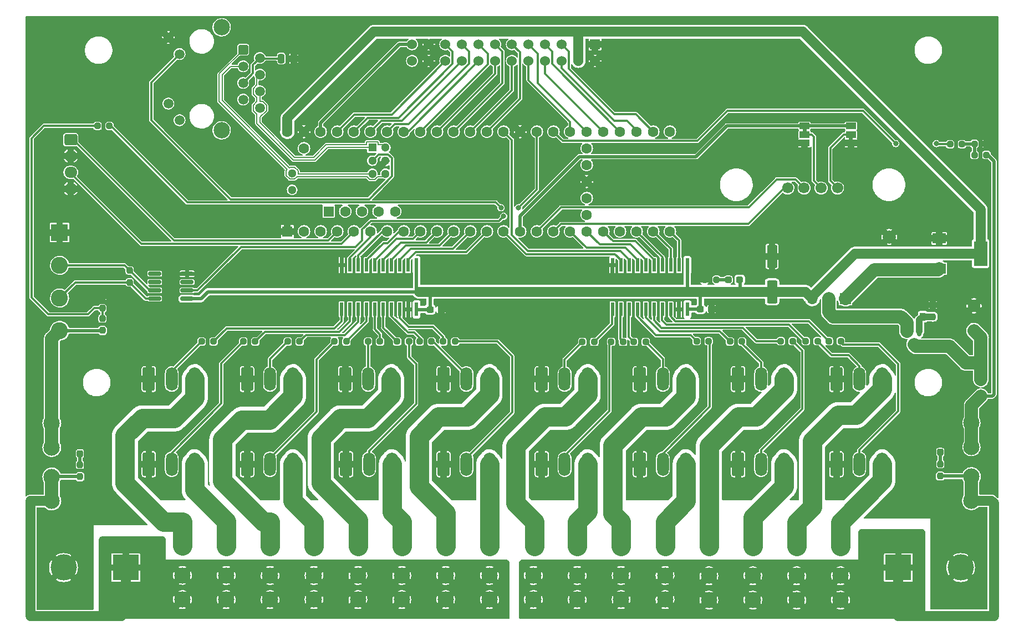
<source format=gbr>
G04 #@! TF.GenerationSoftware,KiCad,Pcbnew,(6.0.4)*
G04 #@! TF.CreationDate,2022-04-12T16:42:44-04:00*
G04 #@! TF.ProjectId,Teensy_16,5465656e-7379-45f3-9136-2e6b69636164,v1*
G04 #@! TF.SameCoordinates,Original*
G04 #@! TF.FileFunction,Copper,L1,Top*
G04 #@! TF.FilePolarity,Positive*
%FSLAX46Y46*%
G04 Gerber Fmt 4.6, Leading zero omitted, Abs format (unit mm)*
G04 Created by KiCad (PCBNEW (6.0.4)) date 2022-04-12 16:42:44*
%MOMM*%
%LPD*%
G01*
G04 APERTURE LIST*
G04 Aperture macros list*
%AMRoundRect*
0 Rectangle with rounded corners*
0 $1 Rounding radius*
0 $2 $3 $4 $5 $6 $7 $8 $9 X,Y pos of 4 corners*
0 Add a 4 corners polygon primitive as box body*
4,1,4,$2,$3,$4,$5,$6,$7,$8,$9,$2,$3,0*
0 Add four circle primitives for the rounded corners*
1,1,$1+$1,$2,$3*
1,1,$1+$1,$4,$5*
1,1,$1+$1,$6,$7*
1,1,$1+$1,$8,$9*
0 Add four rect primitives between the rounded corners*
20,1,$1+$1,$2,$3,$4,$5,0*
20,1,$1+$1,$4,$5,$6,$7,0*
20,1,$1+$1,$6,$7,$8,$9,0*
20,1,$1+$1,$8,$9,$2,$3,0*%
G04 Aperture macros list end*
G04 #@! TA.AperFunction,SMDPad,CuDef*
%ADD10R,2.000000X1.500000*%
G04 #@! TD*
G04 #@! TA.AperFunction,SMDPad,CuDef*
%ADD11R,2.000000X3.800000*%
G04 #@! TD*
G04 #@! TA.AperFunction,SMDPad,CuDef*
%ADD12R,1.500000X1.000000*%
G04 #@! TD*
G04 #@! TA.AperFunction,SMDPad,CuDef*
%ADD13RoundRect,0.237500X-0.250000X-0.237500X0.250000X-0.237500X0.250000X0.237500X-0.250000X0.237500X0*%
G04 #@! TD*
G04 #@! TA.AperFunction,ComponentPad*
%ADD14C,1.300000*%
G04 #@! TD*
G04 #@! TA.AperFunction,ComponentPad*
%ADD15C,1.600000*%
G04 #@! TD*
G04 #@! TA.AperFunction,ComponentPad*
%ADD16R,1.300000X1.300000*%
G04 #@! TD*
G04 #@! TA.AperFunction,ComponentPad*
%ADD17R,1.600000X1.600000*%
G04 #@! TD*
G04 #@! TA.AperFunction,ComponentPad*
%ADD18RoundRect,0.250500X-0.499500X0.499500X-0.499500X-0.499500X0.499500X-0.499500X0.499500X0.499500X0*%
G04 #@! TD*
G04 #@! TA.AperFunction,ComponentPad*
%ADD19C,1.500000*%
G04 #@! TD*
G04 #@! TA.AperFunction,ComponentPad*
%ADD20C,2.500000*%
G04 #@! TD*
G04 #@! TA.AperFunction,SMDPad,CuDef*
%ADD21RoundRect,0.250000X0.250000X0.475000X-0.250000X0.475000X-0.250000X-0.475000X0.250000X-0.475000X0*%
G04 #@! TD*
G04 #@! TA.AperFunction,SMDPad,CuDef*
%ADD22RoundRect,0.237500X-0.300000X-0.237500X0.300000X-0.237500X0.300000X0.237500X-0.300000X0.237500X0*%
G04 #@! TD*
G04 #@! TA.AperFunction,ComponentPad*
%ADD23C,2.475000*%
G04 #@! TD*
G04 #@! TA.AperFunction,ComponentPad*
%ADD24RoundRect,0.250000X-0.650000X-1.550000X0.650000X-1.550000X0.650000X1.550000X-0.650000X1.550000X0*%
G04 #@! TD*
G04 #@! TA.AperFunction,ComponentPad*
%ADD25O,1.800000X3.600000*%
G04 #@! TD*
G04 #@! TA.AperFunction,SMDPad,CuDef*
%ADD26R,0.900000X1.200000*%
G04 #@! TD*
G04 #@! TA.AperFunction,SMDPad,CuDef*
%ADD27RoundRect,0.237500X0.237500X-0.250000X0.237500X0.250000X-0.237500X0.250000X-0.237500X-0.250000X0*%
G04 #@! TD*
G04 #@! TA.AperFunction,ComponentPad*
%ADD28C,1.700000*%
G04 #@! TD*
G04 #@! TA.AperFunction,SMDPad,CuDef*
%ADD29RoundRect,0.237500X-0.237500X0.287500X-0.237500X-0.287500X0.237500X-0.287500X0.237500X0.287500X0*%
G04 #@! TD*
G04 #@! TA.AperFunction,SMDPad,CuDef*
%ADD30RoundRect,0.237500X-0.237500X0.250000X-0.237500X-0.250000X0.237500X-0.250000X0.237500X0.250000X0*%
G04 #@! TD*
G04 #@! TA.AperFunction,SMDPad,CuDef*
%ADD31RoundRect,0.237500X-0.287500X-0.237500X0.287500X-0.237500X0.287500X0.237500X-0.287500X0.237500X0*%
G04 #@! TD*
G04 #@! TA.AperFunction,SMDPad,CuDef*
%ADD32R,0.558800X2.159000*%
G04 #@! TD*
G04 #@! TA.AperFunction,SMDPad,CuDef*
%ADD33RoundRect,0.150000X0.825000X0.150000X-0.825000X0.150000X-0.825000X-0.150000X0.825000X-0.150000X0*%
G04 #@! TD*
G04 #@! TA.AperFunction,ComponentPad*
%ADD34R,4.000000X4.000000*%
G04 #@! TD*
G04 #@! TA.AperFunction,ComponentPad*
%ADD35C,4.000000*%
G04 #@! TD*
G04 #@! TA.AperFunction,ComponentPad*
%ADD36R,1.530000X1.530000*%
G04 #@! TD*
G04 #@! TA.AperFunction,ComponentPad*
%ADD37C,1.530000*%
G04 #@! TD*
G04 #@! TA.AperFunction,ComponentPad*
%ADD38R,1.700000X1.700000*%
G04 #@! TD*
G04 #@! TA.AperFunction,ComponentPad*
%ADD39O,1.700000X1.700000*%
G04 #@! TD*
G04 #@! TA.AperFunction,ComponentPad*
%ADD40RoundRect,0.250000X-0.725000X0.600000X-0.725000X-0.600000X0.725000X-0.600000X0.725000X0.600000X0*%
G04 #@! TD*
G04 #@! TA.AperFunction,ComponentPad*
%ADD41O,1.950000X1.700000*%
G04 #@! TD*
G04 #@! TA.AperFunction,ComponentPad*
%ADD42C,1.904000*%
G04 #@! TD*
G04 #@! TA.AperFunction,ComponentPad*
%ADD43R,2.600000X2.600000*%
G04 #@! TD*
G04 #@! TA.AperFunction,ComponentPad*
%ADD44C,2.600000*%
G04 #@! TD*
G04 #@! TA.AperFunction,SMDPad,CuDef*
%ADD45RoundRect,0.250000X0.550000X-1.500000X0.550000X1.500000X-0.550000X1.500000X-0.550000X-1.500000X0*%
G04 #@! TD*
G04 #@! TA.AperFunction,ComponentPad*
%ADD46R,2.000000X2.000000*%
G04 #@! TD*
G04 #@! TA.AperFunction,ComponentPad*
%ADD47C,2.000000*%
G04 #@! TD*
G04 #@! TA.AperFunction,SMDPad,CuDef*
%ADD48RoundRect,0.237500X0.250000X0.237500X-0.250000X0.237500X-0.250000X-0.237500X0.250000X-0.237500X0*%
G04 #@! TD*
G04 #@! TA.AperFunction,SMDPad,CuDef*
%ADD49RoundRect,0.150000X-0.150000X0.587500X-0.150000X-0.587500X0.150000X-0.587500X0.150000X0.587500X0*%
G04 #@! TD*
G04 #@! TA.AperFunction,ViaPad*
%ADD50C,0.800000*%
G04 #@! TD*
G04 #@! TA.AperFunction,Conductor*
%ADD51C,0.350000*%
G04 #@! TD*
G04 #@! TA.AperFunction,Conductor*
%ADD52C,1.500000*%
G04 #@! TD*
G04 #@! TA.AperFunction,Conductor*
%ADD53C,0.500000*%
G04 #@! TD*
G04 #@! TA.AperFunction,Conductor*
%ADD54C,0.200000*%
G04 #@! TD*
G04 #@! TA.AperFunction,Conductor*
%ADD55C,2.000000*%
G04 #@! TD*
G04 #@! TA.AperFunction,Conductor*
%ADD56C,2.999999*%
G04 #@! TD*
G04 #@! TA.AperFunction,Conductor*
%ADD57C,3.000000*%
G04 #@! TD*
G04 #@! TA.AperFunction,Conductor*
%ADD58C,1.000000*%
G04 #@! TD*
G04 APERTURE END LIST*
G36*
X196624500Y-80099800D02*
G01*
X196024500Y-80099800D01*
X196024500Y-79599800D01*
X196624500Y-79599800D01*
X196624500Y-80099800D01*
G37*
G36*
X189524500Y-78799800D02*
G01*
X188924500Y-78799800D01*
X188924500Y-78299800D01*
X189524500Y-78299800D01*
X189524500Y-78799800D01*
G37*
D10*
X209817000Y-95099800D03*
D11*
X216117000Y-97399800D03*
D10*
X209817000Y-97399800D03*
X209817000Y-99699800D03*
D12*
X196324500Y-80499800D03*
X196324500Y-79199800D03*
X196324500Y-77899800D03*
X189224500Y-77899800D03*
X189224500Y-79199800D03*
X189224500Y-80499800D03*
D13*
X211454500Y-80699800D03*
X213279500Y-80699800D03*
D14*
X110987000Y-85129800D03*
X110987000Y-87669800D03*
D15*
X155977000Y-81319800D03*
X155977000Y-83859800D03*
X155977000Y-86399800D03*
X155977000Y-88939800D03*
X155977000Y-91479800D03*
D14*
X123227000Y-85218200D03*
X125227000Y-85218200D03*
X125227000Y-83218200D03*
X123227000Y-83218200D03*
X125227000Y-81218200D03*
D16*
X123227000Y-81218200D03*
D15*
X150897000Y-94019800D03*
X153437000Y-94019800D03*
X155977000Y-94019800D03*
X158517000Y-94019800D03*
X148357000Y-94019800D03*
X145817000Y-94019800D03*
X143277000Y-94019800D03*
X161057000Y-94019800D03*
X163597000Y-94019800D03*
X166137000Y-94019800D03*
X168677000Y-94019800D03*
X168677000Y-78779800D03*
X166137000Y-78779800D03*
X163597000Y-78779800D03*
X161057000Y-78779800D03*
X158517000Y-78779800D03*
X155977000Y-78779800D03*
X153437000Y-78779800D03*
X150897000Y-78779800D03*
X148357000Y-78779800D03*
X145817000Y-78779800D03*
X140737000Y-94019800D03*
X138197000Y-94019800D03*
X135657000Y-94019800D03*
X133117000Y-94019800D03*
X130577000Y-94019800D03*
X128037000Y-94019800D03*
X125497000Y-94019800D03*
X122957000Y-94019800D03*
X120417000Y-94019800D03*
X117877000Y-94019800D03*
X115337000Y-94019800D03*
X112797000Y-94019800D03*
D17*
X110257000Y-94019800D03*
D15*
X143277000Y-78779800D03*
X140737000Y-78779800D03*
X138197000Y-78779800D03*
X135657000Y-78779800D03*
X133117000Y-78779800D03*
X130577000Y-78779800D03*
X128037000Y-78779800D03*
X125497000Y-78779800D03*
X122957000Y-78779800D03*
X120417000Y-78779800D03*
X117877000Y-78779800D03*
X115337000Y-78779800D03*
X112797000Y-78779800D03*
X110257000Y-78779800D03*
D17*
X116556200Y-90969000D03*
D15*
X119096200Y-90969000D03*
X121636200Y-90969000D03*
X124176200Y-90969000D03*
X126716200Y-90969000D03*
X112797000Y-81319800D03*
D18*
X103517000Y-66254800D03*
D19*
X106057000Y-67524800D03*
X103517000Y-68794800D03*
X106057000Y-70064800D03*
X103517000Y-71334800D03*
X106057000Y-72604800D03*
X103517000Y-73874800D03*
X106057000Y-75144800D03*
X92087000Y-64374800D03*
X93787000Y-66914800D03*
X92087000Y-74484800D03*
X93787000Y-77024800D03*
D20*
X100217000Y-78574800D03*
X100217000Y-62824800D03*
D21*
X111217000Y-67599800D03*
X109317000Y-67599800D03*
D22*
X132029500Y-105949800D03*
X133754500Y-105949800D03*
D23*
X74282600Y-135238600D03*
X74282600Y-131538600D03*
X74282600Y-127038600D03*
X74282600Y-123338600D03*
D24*
X89100000Y-129600000D03*
D25*
X92600000Y-129600000D03*
X96100000Y-129600000D03*
D24*
X119100000Y-116600000D03*
D25*
X122600000Y-116600000D03*
X126100000Y-116600000D03*
D24*
X119214342Y-129600000D03*
D25*
X122714342Y-129600000D03*
X126214342Y-129600000D03*
D24*
X134100000Y-116600000D03*
D25*
X137600000Y-116600000D03*
X141100000Y-116600000D03*
D24*
X134100000Y-129600000D03*
D25*
X137600000Y-129600000D03*
X141100000Y-129600000D03*
D24*
X149100000Y-116600000D03*
D25*
X152600000Y-116600000D03*
X156100000Y-116600000D03*
D24*
X149100000Y-129600000D03*
D25*
X152600000Y-129600000D03*
X156100000Y-129600000D03*
D24*
X164100000Y-116600000D03*
D25*
X167600000Y-116600000D03*
X171100000Y-116600000D03*
D24*
X164100000Y-129600000D03*
D25*
X167600000Y-129600000D03*
X171100000Y-129600000D03*
D24*
X179100000Y-116600000D03*
D25*
X182600000Y-116600000D03*
X186100000Y-116600000D03*
D24*
X179100000Y-129600000D03*
D25*
X182600000Y-129600000D03*
X186100000Y-129600000D03*
D24*
X194100000Y-116600000D03*
D25*
X197600000Y-116600000D03*
X201100000Y-116600000D03*
D24*
X194100000Y-129600000D03*
D25*
X197600000Y-129600000D03*
X201100000Y-129600000D03*
D23*
X94222600Y-150288600D03*
X94222600Y-146588600D03*
X94222600Y-142088600D03*
X94222600Y-138388600D03*
X134425198Y-150298600D03*
X134425198Y-146598600D03*
X134425198Y-142098600D03*
X134425198Y-138398600D03*
X181328229Y-150363600D03*
X181328229Y-146663600D03*
X181328229Y-142163600D03*
X181328229Y-138463600D03*
D22*
X173304500Y-105899800D03*
X175029500Y-105899800D03*
D23*
X100923033Y-150303600D03*
X100923033Y-146603600D03*
X100923033Y-142103600D03*
X100923033Y-138403600D03*
X127724765Y-150298600D03*
X127724765Y-146598600D03*
X127724765Y-142098600D03*
X127724765Y-138398600D03*
X141125631Y-150298600D03*
X141125631Y-146598600D03*
X141125631Y-142098600D03*
X141125631Y-138398600D03*
X147826064Y-150298600D03*
X147826064Y-146598600D03*
X147826064Y-142098600D03*
X147826064Y-138398600D03*
X154526497Y-150298600D03*
X154526497Y-146598600D03*
X154526497Y-142098600D03*
X154526497Y-138398600D03*
X194729100Y-150363600D03*
X194729100Y-146663600D03*
X194729100Y-142163600D03*
X194729100Y-138463600D03*
X121024332Y-150298600D03*
X121024332Y-146598600D03*
X121024332Y-142098600D03*
X121024332Y-138398600D03*
X107623466Y-150303600D03*
X107623466Y-146603600D03*
X107623466Y-142103600D03*
X107623466Y-138403600D03*
X174627796Y-150363600D03*
X174627796Y-146663600D03*
X174627796Y-142163600D03*
X174627796Y-138463600D03*
X161226930Y-150298600D03*
X161226930Y-146598600D03*
X161226930Y-142098600D03*
X161226930Y-138398600D03*
X114323899Y-150303600D03*
X114323899Y-146603600D03*
X114323899Y-142103600D03*
X114323899Y-138403600D03*
D24*
X89100000Y-116600000D03*
D25*
X92600000Y-116600000D03*
X96100000Y-116600000D03*
D24*
X104100000Y-116600000D03*
D25*
X107600000Y-116600000D03*
X111100000Y-116600000D03*
D24*
X104100000Y-129600000D03*
D25*
X107600000Y-129600000D03*
X111100000Y-129600000D03*
D26*
X203967000Y-107049800D03*
X207267000Y-107049800D03*
D27*
X86167000Y-101812300D03*
X86167000Y-99987300D03*
D23*
X188028662Y-150363600D03*
X188028662Y-146663600D03*
X188028662Y-142163600D03*
X188028662Y-138463600D03*
X167927363Y-150298600D03*
X167927363Y-146598600D03*
X167927363Y-142098600D03*
X167927363Y-138398600D03*
D28*
X186667000Y-87399800D03*
X189167000Y-87399800D03*
X191767000Y-87399800D03*
X194267000Y-87399800D03*
D29*
X78567000Y-126224800D03*
X78567000Y-127974800D03*
X209967000Y-126024800D03*
X209967000Y-127774800D03*
D30*
X78567000Y-129687300D03*
X78567000Y-131512300D03*
X209967000Y-129587300D03*
X209967000Y-131412300D03*
D31*
X177592000Y-101399800D03*
X179342000Y-101399800D03*
D23*
X214726000Y-135181800D03*
X214726000Y-131481800D03*
X214726000Y-126981800D03*
X214726000Y-123281800D03*
D32*
X171332000Y-99171600D03*
X170062000Y-99171600D03*
X168792000Y-99171600D03*
X167522000Y-99171600D03*
X166252000Y-99171600D03*
X164982000Y-99171600D03*
X163712000Y-99171600D03*
X162442000Y-99171600D03*
X161172000Y-99171600D03*
X159902000Y-99171600D03*
X159902000Y-105928000D03*
X161172000Y-105928000D03*
X162442000Y-105928000D03*
X163712000Y-105928000D03*
X164982000Y-105928000D03*
X166252000Y-105928000D03*
X167522000Y-105928000D03*
X168792000Y-105928000D03*
X170062000Y-105928000D03*
X171332000Y-105928000D03*
X129982000Y-99171600D03*
X128712000Y-99171600D03*
X127442000Y-99171600D03*
X126172000Y-99171600D03*
X124902000Y-99171600D03*
X123632000Y-99171600D03*
X122362000Y-99171600D03*
X121092000Y-99171600D03*
X119822000Y-99171600D03*
X118552000Y-99171600D03*
X118552000Y-105928000D03*
X119822000Y-105928000D03*
X121092000Y-105928000D03*
X122362000Y-105928000D03*
X123632000Y-105928000D03*
X124902000Y-105928000D03*
X126172000Y-105928000D03*
X127442000Y-105928000D03*
X128712000Y-105928000D03*
X129982000Y-105928000D03*
D33*
X94942000Y-104304800D03*
X94942000Y-103034800D03*
X94942000Y-101764800D03*
X94942000Y-100494800D03*
X89992000Y-100494800D03*
X89992000Y-101764800D03*
X89992000Y-103034800D03*
X89992000Y-104304800D03*
D34*
X85567000Y-145399800D03*
D35*
X76067000Y-145399800D03*
D34*
X203567000Y-145399800D03*
D35*
X213067000Y-145399800D03*
D36*
X157237000Y-65429800D03*
D37*
X157237000Y-67969800D03*
X154697000Y-65429800D03*
X154697000Y-67969800D03*
X152157000Y-65429800D03*
X152157000Y-67969800D03*
X149617000Y-65429800D03*
X149617000Y-67969800D03*
X147077000Y-65429800D03*
X147077000Y-67969800D03*
X144537000Y-65429800D03*
X144537000Y-67969800D03*
X141997000Y-65429800D03*
X141997000Y-67969800D03*
X139457000Y-65429800D03*
X139457000Y-67969800D03*
X136917000Y-65429800D03*
X136917000Y-67969800D03*
X134377000Y-65429800D03*
X134377000Y-67969800D03*
X131837000Y-65429800D03*
X131837000Y-67969800D03*
X129297000Y-65429800D03*
X129297000Y-67969800D03*
D38*
X195492000Y-104299800D03*
D39*
X192952000Y-104299800D03*
X190412000Y-104299800D03*
D40*
X77167000Y-79999800D03*
D41*
X77167000Y-82499800D03*
X77167000Y-84999800D03*
X77167000Y-87499800D03*
D42*
X215117459Y-109205360D03*
X215117459Y-105395360D03*
D38*
X216167000Y-114099800D03*
D39*
X216167000Y-116639800D03*
X216167000Y-119179800D03*
D43*
X75467000Y-94199800D03*
D44*
X75467000Y-99199800D03*
X75467000Y-104199800D03*
X75467000Y-109199800D03*
D27*
X82017000Y-109162300D03*
X82017000Y-107337300D03*
X82017000Y-105762300D03*
X82017000Y-103937300D03*
D13*
X173954500Y-101399800D03*
X175779500Y-101399800D03*
D45*
X184267000Y-103249800D03*
X184267000Y-97849800D03*
D46*
X202167000Y-99867477D03*
D47*
X202167000Y-94867477D03*
D48*
X83079500Y-77899800D03*
X81254500Y-77899800D03*
X217004500Y-82324800D03*
X215179500Y-82324800D03*
D13*
X215179500Y-80649800D03*
X217004500Y-80649800D03*
X172754500Y-110799800D03*
X174579500Y-110799800D03*
D48*
X124404500Y-110849800D03*
X122579500Y-110849800D03*
D13*
X130454500Y-110849800D03*
X132279500Y-110849800D03*
D48*
X98979500Y-110849800D03*
X97154500Y-110849800D03*
X105354500Y-110849800D03*
X103529500Y-110849800D03*
D49*
X206767000Y-109262300D03*
X204867000Y-109262300D03*
X205817000Y-111137300D03*
D48*
X119279500Y-110849800D03*
X117454500Y-110849800D03*
X161529500Y-110899800D03*
X159704500Y-110899800D03*
D13*
X134054500Y-110849800D03*
X135879500Y-110849800D03*
D48*
X157129500Y-110899800D03*
X155304500Y-110899800D03*
X112129500Y-110849800D03*
X110304500Y-110849800D03*
D13*
X163154500Y-110899800D03*
X164979500Y-110899800D03*
X192954500Y-110799800D03*
X194779500Y-110799800D03*
D30*
X208817000Y-105237300D03*
X208817000Y-107062300D03*
D13*
X189404500Y-110799800D03*
X191229500Y-110799800D03*
X185604500Y-110799800D03*
X187429500Y-110799800D03*
X177854500Y-110849800D03*
X179679500Y-110849800D03*
X127004500Y-110849800D03*
X128829500Y-110849800D03*
D50*
X174767000Y-65499800D03*
X128867000Y-61799800D03*
X143367000Y-61699800D03*
X185467000Y-61699800D03*
X168467000Y-61699800D03*
X164867000Y-65599800D03*
X166067000Y-76399800D03*
X160967000Y-74899800D03*
X82967000Y-79499800D03*
X111267000Y-65699800D03*
X112867000Y-66299800D03*
X112867000Y-67499800D03*
X112867000Y-68699800D03*
X111267000Y-69499800D03*
X100267000Y-66499800D03*
X97267000Y-71499800D03*
X93267000Y-71499800D03*
X89267000Y-68499800D03*
X89267000Y-79499800D03*
X108267000Y-105499800D03*
X110267000Y-101499800D03*
X85267000Y-105499800D03*
X85267000Y-62499800D03*
X110267000Y-62499800D03*
X119267000Y-62499800D03*
X203267000Y-62499800D03*
X216267000Y-63499800D03*
X216267000Y-71499800D03*
X213267000Y-84399800D03*
X210267000Y-88399800D03*
X205067000Y-82799800D03*
X207467000Y-78999800D03*
X191267000Y-62299800D03*
X194067000Y-65099800D03*
X186967000Y-65999800D03*
X185667000Y-79199800D03*
X179067000Y-76699800D03*
X192567000Y-76799800D03*
X192967000Y-74199800D03*
X184767000Y-74199800D03*
X179267000Y-74099800D03*
X171567000Y-78799800D03*
X158467000Y-81499800D03*
X171167000Y-81399800D03*
X172467000Y-83799800D03*
X178167000Y-79399800D03*
X174067000Y-89099800D03*
X158567000Y-88799800D03*
X153467000Y-95999800D03*
X148167000Y-95899800D03*
X148867000Y-91199800D03*
X149467000Y-86399800D03*
X153767000Y-81499800D03*
X149867000Y-80599800D03*
X145667000Y-88699800D03*
X146067000Y-80999800D03*
X142867000Y-81099800D03*
X128967000Y-80899800D03*
X125867000Y-88599800D03*
X122767000Y-87299800D03*
X116067000Y-87999800D03*
X106267000Y-88099800D03*
X102467000Y-87799800D03*
X90667000Y-94899800D03*
X93767000Y-94399800D03*
X100567000Y-96999800D03*
X103867000Y-97599800D03*
X101167000Y-101399800D03*
X99067000Y-104899800D03*
X92767000Y-100499800D03*
X97067000Y-100399800D03*
X86167000Y-96199800D03*
X80567000Y-90399800D03*
X80867000Y-86099800D03*
X87667000Y-88099800D03*
X81267000Y-81699800D03*
X81167000Y-76099800D03*
X71767000Y-77199800D03*
X216167000Y-100299800D03*
X212067000Y-101699800D03*
X213967000Y-101699800D03*
X213967000Y-100299800D03*
X212067000Y-100299800D03*
X212067000Y-99199800D03*
X213967000Y-99199800D03*
X207167000Y-92099800D03*
X210567000Y-91399800D03*
X208867000Y-91399800D03*
X208967000Y-92899800D03*
X210567000Y-92899800D03*
X212267000Y-92899800D03*
X213867000Y-92999800D03*
X213867000Y-95199800D03*
X212267000Y-95199800D03*
X207567000Y-93799800D03*
X207567000Y-95199800D03*
X189267000Y-83599800D03*
X187367000Y-80699800D03*
X194367000Y-81999800D03*
X199467000Y-80499800D03*
X145567000Y-90399800D03*
X142867000Y-90399800D03*
X143267000Y-91699800D03*
X209354500Y-80599800D03*
X203167000Y-80599800D03*
X158001000Y-121017800D03*
X218067000Y-122399800D03*
X98651000Y-119967800D03*
X145167000Y-100799800D03*
X211667000Y-132699800D03*
X142151000Y-126167800D03*
X77767000Y-110799800D03*
X188267000Y-106699800D03*
X191367000Y-100599800D03*
X103667000Y-112699800D03*
X216967000Y-107999800D03*
X157567000Y-105199800D03*
X191667000Y-107699800D03*
X143151000Y-113817800D03*
X202667000Y-137299800D03*
X173301000Y-114717800D03*
X168351000Y-125267800D03*
X131767000Y-101399800D03*
X116867000Y-106099800D03*
X79467000Y-97599800D03*
X127251000Y-113767800D03*
X213267000Y-110199800D03*
X71267000Y-128699800D03*
X71267000Y-133199800D03*
X83467000Y-122999800D03*
X212067000Y-129599800D03*
X175067000Y-104699800D03*
X176467000Y-105899800D03*
X186067000Y-98899800D03*
X72767000Y-103599800D03*
X202467000Y-120799800D03*
X182467000Y-96599800D03*
X203067000Y-123999800D03*
X218067000Y-123899800D03*
X208867000Y-103999800D03*
X187551000Y-120517800D03*
X128667000Y-101299800D03*
X87267000Y-138499800D03*
X186067000Y-97699800D03*
X113367000Y-121199800D03*
X72267000Y-64499800D03*
X173867000Y-100299800D03*
X77867000Y-107899800D03*
X117067000Y-99269800D03*
X71267000Y-131699800D03*
X142751000Y-121517800D03*
X218067000Y-78899800D03*
X83467000Y-134499800D03*
X186167000Y-101599800D03*
X212067000Y-127999800D03*
X202667000Y-110999800D03*
X158567000Y-107799800D03*
X114767000Y-111099800D03*
X205667000Y-137299800D03*
X198467000Y-104799800D03*
X195067000Y-96499800D03*
X159967000Y-101399800D03*
X128651000Y-119967800D03*
X200067000Y-137299800D03*
X135367000Y-105899800D03*
X186067000Y-96399800D03*
X77567000Y-133099800D03*
X170067000Y-101399800D03*
X82067000Y-138499800D03*
X207567000Y-105199800D03*
X95067000Y-110699800D03*
X211667000Y-134199800D03*
X71767000Y-108199800D03*
X131167000Y-120699800D03*
X78467000Y-105199800D03*
X129967000Y-112499800D03*
X216267000Y-85099800D03*
X145067000Y-105099800D03*
X101567000Y-110499800D03*
X118567000Y-101399800D03*
X212567000Y-119699800D03*
X217667000Y-131199800D03*
X172567000Y-101299800D03*
X217667000Y-129399800D03*
X213167000Y-116399800D03*
X160567000Y-112599800D03*
X72367000Y-69699800D03*
X190667000Y-96499800D03*
X158567000Y-98999800D03*
X217667000Y-132899800D03*
X190267000Y-113599800D03*
X218367000Y-81399800D03*
X182467000Y-97799800D03*
X117167000Y-112799800D03*
X182467000Y-98999800D03*
X182067000Y-106399800D03*
X145367000Y-111299800D03*
X77167000Y-128799800D03*
X98451000Y-114417800D03*
X101267000Y-120899800D03*
X201367000Y-72299800D03*
X182467000Y-109399800D03*
X210167000Y-105199800D03*
X84867000Y-138499800D03*
X78967000Y-133099800D03*
X133867000Y-107299800D03*
X77167000Y-130099800D03*
X85667000Y-120899800D03*
X195567000Y-92699800D03*
X203267000Y-103299800D03*
X146967000Y-120799800D03*
X137767000Y-109399800D03*
X71267000Y-130299800D03*
D51*
X184967000Y-86099800D02*
X187867000Y-86099800D01*
X180711511Y-90355289D02*
X184967000Y-86099800D01*
X187867000Y-86099800D02*
X189167000Y-87399800D01*
X152021511Y-90355289D02*
X180711511Y-90355289D01*
X148357000Y-94019800D02*
X152021511Y-90355289D01*
X193167000Y-86299800D02*
X194267000Y-87399800D01*
X193167000Y-81257300D02*
X193167000Y-86299800D01*
X196324500Y-79199800D02*
X195224500Y-79199800D01*
X190667000Y-86299800D02*
X191767000Y-87399800D01*
X190667000Y-79542300D02*
X190667000Y-86299800D01*
X190324500Y-79199800D02*
X190667000Y-79542300D01*
X189224500Y-79199800D02*
X190324500Y-79199800D01*
X152021511Y-92895289D02*
X150897000Y-94019800D01*
X180671511Y-92895289D02*
X152021511Y-92895289D01*
X186667000Y-87399800D02*
X186167000Y-87399800D01*
X186167000Y-87399800D02*
X180671511Y-92895289D01*
X195224500Y-79199800D02*
X193167000Y-81257300D01*
X163597000Y-78529800D02*
X163597000Y-78779800D01*
X162167000Y-77099800D02*
X163597000Y-78529800D01*
X152157000Y-69051673D02*
X160205127Y-77099800D01*
X152157000Y-67969800D02*
X152157000Y-69051673D01*
X160205127Y-77099800D02*
X162167000Y-77099800D01*
X153246511Y-69179311D02*
X153246511Y-66519311D01*
X153246511Y-66519311D02*
X152157000Y-65429800D01*
X160167000Y-76099800D02*
X153246511Y-69179311D01*
X163457000Y-76099800D02*
X160167000Y-76099800D01*
X166137000Y-78779800D02*
X163457000Y-76099800D01*
X83267000Y-77899800D02*
X83079500Y-77899800D01*
X94967000Y-89599800D02*
X83267000Y-77899800D01*
X142867000Y-90399800D02*
X142067000Y-89599800D01*
X142067000Y-89599800D02*
X94967000Y-89599800D01*
X172871511Y-80195289D02*
X177467000Y-75599800D01*
X198167000Y-75599800D02*
X203167000Y-80599800D01*
X152312489Y-80195289D02*
X172871511Y-80195289D01*
X177467000Y-75599800D02*
X198167000Y-75599800D01*
X150897000Y-78779800D02*
X152312489Y-80195289D01*
D52*
X216117000Y-90649800D02*
X216117000Y-97399800D01*
X154767000Y-63499800D02*
X188967000Y-63499800D01*
X154697000Y-63569800D02*
X154767000Y-63499800D01*
X154697000Y-65429800D02*
X154697000Y-63569800D01*
X188967000Y-63499800D02*
X216117000Y-90649800D01*
X154697000Y-63499800D02*
X123467000Y-63499800D01*
X123467000Y-63499800D02*
X110257000Y-76709800D01*
X110257000Y-76709800D02*
X110257000Y-78779800D01*
X154697000Y-65429800D02*
X154697000Y-63499800D01*
D51*
X150706511Y-66519311D02*
X149617000Y-65429800D01*
X150706511Y-68429311D02*
X150706511Y-66519311D01*
X161057000Y-78779800D02*
X150706511Y-68429311D01*
X149617000Y-69879800D02*
X158517000Y-78779800D01*
X149617000Y-67969800D02*
X149617000Y-69879800D01*
X145767489Y-73749311D02*
X140737000Y-78779800D01*
X145767489Y-66660289D02*
X145767489Y-73749311D01*
X144537000Y-65429800D02*
X145767489Y-66660289D01*
X73067000Y-77899800D02*
X80979500Y-77899800D01*
X80979500Y-77899800D02*
X81167000Y-78087300D01*
X71167000Y-104099800D02*
X71167000Y-79799800D01*
X71167000Y-79799800D02*
X73067000Y-77899800D01*
X73767000Y-106699800D02*
X71167000Y-104099800D01*
X80729500Y-105762300D02*
X79792000Y-106699800D01*
X82017000Y-105762300D02*
X80729500Y-105762300D01*
X79792000Y-106699800D02*
X73767000Y-106699800D01*
X148357000Y-87609800D02*
X145567000Y-90399800D01*
X148357000Y-78779800D02*
X148357000Y-87609800D01*
D53*
X177367000Y-77899800D02*
X189224500Y-77899800D01*
X172667000Y-82599800D02*
X177367000Y-77899800D01*
X154867000Y-82599800D02*
X172667000Y-82599800D01*
X145817000Y-91649800D02*
X154867000Y-82599800D01*
X145817000Y-94019800D02*
X145817000Y-91649800D01*
D51*
X77567000Y-79999800D02*
X77167000Y-79999800D01*
X117877000Y-94019800D02*
X116496022Y-95400778D01*
X116496022Y-95400778D02*
X92967978Y-95400778D01*
X92967978Y-95400778D02*
X77567000Y-79999800D01*
D53*
X98117000Y-103249800D02*
X130342000Y-103249800D01*
X94947811Y-104298989D02*
X97067811Y-104298989D01*
X94942000Y-104304800D02*
X94947811Y-104298989D01*
X97067811Y-104298989D02*
X98117000Y-103249800D01*
D51*
X122986700Y-92399800D02*
X142567000Y-92399800D01*
X142567000Y-92399800D02*
X143267000Y-91699800D01*
X120667000Y-96399800D02*
X121667000Y-95399800D01*
X121667000Y-95399800D02*
X121667000Y-93719500D01*
X103167000Y-96399800D02*
X120667000Y-96399800D01*
X121667000Y-93719500D02*
X122986700Y-92399800D01*
X96532000Y-103034800D02*
X103167000Y-96399800D01*
X94942000Y-103034800D02*
X96532000Y-103034800D01*
X87942489Y-95900289D02*
X118536511Y-95900289D01*
X118536511Y-95900289D02*
X120417000Y-94019800D01*
X77167000Y-85124800D02*
X87942489Y-95900289D01*
X77167000Y-84999800D02*
X77167000Y-85124800D01*
X86167000Y-101812300D02*
X88659500Y-104304800D01*
X88659500Y-104304800D02*
X89992000Y-104304800D01*
X89214500Y-103034800D02*
X89992000Y-103034800D01*
X86167000Y-99987300D02*
X89214500Y-103034800D01*
X77854500Y-101812300D02*
X75467000Y-104199800D01*
X86167000Y-101812300D02*
X77854500Y-101812300D01*
X85379500Y-99199800D02*
X86167000Y-99987300D01*
X75467000Y-99199800D02*
X85379500Y-99199800D01*
X153437000Y-77263384D02*
X153437000Y-78779800D01*
X147077000Y-70903384D02*
X153437000Y-77263384D01*
X147077000Y-67969800D02*
X147077000Y-70903384D01*
X119822000Y-98051215D02*
X119822000Y-99171600D01*
X122957000Y-94916215D02*
X119822000Y-98051215D01*
X122957000Y-94019800D02*
X122957000Y-94916215D01*
D53*
X115337000Y-77429800D02*
X115337000Y-78779800D01*
X129297000Y-65429800D02*
X127337000Y-65429800D01*
X127337000Y-65429800D02*
X115337000Y-77429800D01*
X215179500Y-80649800D02*
X213329500Y-80649800D01*
D51*
X209454500Y-80699800D02*
X211454500Y-80699800D01*
D53*
X213329500Y-80649800D02*
X213279500Y-80699800D01*
X196324500Y-77899800D02*
X189224500Y-77899800D01*
D51*
X89467000Y-71234800D02*
X93787000Y-66914800D01*
X101567000Y-89099800D02*
X89467000Y-76999800D01*
X126201511Y-82814543D02*
X126201511Y-85621857D01*
X124201511Y-82243689D02*
X125630657Y-82243689D01*
X125630657Y-82243689D02*
X126201511Y-82814543D01*
X89467000Y-76999800D02*
X89467000Y-71234800D01*
X123227000Y-83218200D02*
X124201511Y-82243689D01*
X122723568Y-89099800D02*
X101567000Y-89099800D01*
X126201511Y-85621857D02*
X122723568Y-89099800D01*
X106057000Y-67524800D02*
X104982489Y-68599311D01*
X104982489Y-68599311D02*
X104982489Y-69869311D01*
X104982489Y-69869311D02*
X103517000Y-71334800D01*
X106132000Y-67599800D02*
X106057000Y-67524800D01*
X109317000Y-67599800D02*
X106132000Y-67599800D01*
D54*
X111886511Y-84757209D02*
X111886511Y-85218200D01*
X110565049Y-84279649D02*
X110614409Y-84230289D01*
X110614409Y-84230289D02*
X111359591Y-84230289D01*
X100292000Y-74006600D02*
X110565049Y-84279649D01*
X124777000Y-85668200D02*
X125227000Y-85218200D01*
X124049102Y-85668200D02*
X124777000Y-85668200D01*
X111886511Y-85218200D02*
X123227000Y-85218200D01*
X123599591Y-86117711D02*
X124049102Y-85668200D01*
X122854409Y-86117711D02*
X123599591Y-86117711D01*
X111720702Y-85668200D02*
X122404898Y-85668200D01*
X110087489Y-84757209D02*
X110087489Y-85502391D01*
X110087489Y-85502391D02*
X110614409Y-86029311D01*
X122404898Y-85668200D02*
X122854409Y-86117711D01*
X111359591Y-84230289D02*
X111886511Y-84757209D01*
X110246849Y-84597849D02*
X110087489Y-84757209D01*
X110614409Y-86029311D02*
X111359591Y-86029311D01*
X111359591Y-86029311D02*
X111720702Y-85668200D01*
X99842000Y-74193000D02*
X110246849Y-84597849D01*
X100292000Y-70116197D02*
X100292000Y-74006600D01*
X99842000Y-69929800D02*
X99842000Y-74193000D01*
X103517000Y-66254800D02*
X99842000Y-69929800D01*
X103517000Y-68794800D02*
X101613397Y-68794800D01*
X101613397Y-68794800D02*
X100292000Y-70116197D01*
X106471012Y-74145289D02*
X106057000Y-74145289D01*
X107056511Y-74730788D02*
X106471012Y-74145289D01*
X107056511Y-75558812D02*
X107056511Y-74730788D01*
X106057000Y-76558323D02*
X107056511Y-75558812D01*
X106057000Y-77371600D02*
X106057000Y-76558323D01*
X111360200Y-82674800D02*
X106057000Y-77371600D01*
X114273800Y-82674800D02*
X111360200Y-82674800D01*
X116180400Y-80768200D02*
X114273800Y-82674800D01*
X122327489Y-80768200D02*
X116180400Y-80768200D01*
X122327489Y-80318689D02*
X122327489Y-80768200D01*
X124126511Y-80318689D02*
X122327489Y-80318689D01*
X124126511Y-80768200D02*
X124126511Y-80318689D01*
X124777000Y-80768200D02*
X124126511Y-80768200D01*
X125227000Y-81218200D02*
X124777000Y-80768200D01*
X105607000Y-70514800D02*
X106057000Y-70064800D01*
X105607000Y-71641277D02*
X105607000Y-70514800D01*
X105057489Y-72190788D02*
X105607000Y-71641277D01*
X105057489Y-73018812D02*
X105057489Y-72190788D01*
X105607000Y-73568323D02*
X105057489Y-73018812D01*
X105607000Y-74181277D02*
X105607000Y-73568323D01*
X105057489Y-74730788D02*
X105607000Y-74181277D01*
X105057489Y-75558812D02*
X105057489Y-74730788D01*
X105607000Y-76108323D02*
X105057489Y-75558812D01*
X105607000Y-77558000D02*
X105607000Y-76108323D01*
X106057000Y-74145289D02*
X106057000Y-72604800D01*
X111173800Y-83124800D02*
X105607000Y-77558000D01*
X114460200Y-83124800D02*
X111173800Y-83124800D01*
X116366800Y-81218200D02*
X114460200Y-83124800D01*
X123227000Y-81218200D02*
X116366800Y-81218200D01*
D52*
X154697000Y-65429800D02*
X154697000Y-67969800D01*
D51*
X126190053Y-76156747D02*
X120500053Y-76156747D01*
X120500053Y-76156747D02*
X117877000Y-78779800D01*
X134377000Y-67969800D02*
X126190053Y-76156747D01*
X122540533Y-76656267D02*
X120417000Y-78779800D01*
X127231335Y-76656267D02*
X122540533Y-76656267D01*
X135466511Y-68421091D02*
X127231335Y-76656267D01*
X135466511Y-66519311D02*
X135466511Y-68421091D01*
X134377000Y-65429800D02*
X135466511Y-66519311D01*
X136917000Y-67969800D02*
X127731022Y-77155778D01*
X127731022Y-77155778D02*
X124581022Y-77155778D01*
X124581022Y-77155778D02*
X122957000Y-78779800D01*
X126621511Y-77655289D02*
X125497000Y-78779800D01*
X138006511Y-66519311D02*
X138006511Y-68421091D01*
X138006511Y-68421091D02*
X128772313Y-77655289D01*
X128772313Y-77655289D02*
X126621511Y-77655289D01*
X136917000Y-65429800D02*
X138006511Y-66519311D01*
X128647000Y-78779800D02*
X128037000Y-78779800D01*
X139457000Y-67969800D02*
X128647000Y-78779800D01*
X140907489Y-66880289D02*
X140907489Y-68449311D01*
X139457000Y-65429800D02*
X140907489Y-66880289D01*
X140907489Y-68449311D02*
X130577000Y-78779800D01*
X141997000Y-69899800D02*
X141997000Y-67969800D01*
X133117000Y-78779800D02*
X141997000Y-69899800D01*
X143086511Y-71350289D02*
X135657000Y-78779800D01*
X141997000Y-65429800D02*
X143086511Y-66519311D01*
X143086511Y-66519311D02*
X143086511Y-71350289D01*
X144537000Y-72439800D02*
X138197000Y-78779800D01*
X144537000Y-67969800D02*
X144537000Y-72439800D01*
X148527489Y-66880289D02*
X147077000Y-65429800D01*
X148527489Y-71330289D02*
X148527489Y-66880289D01*
X155977000Y-78779800D02*
X148527489Y-71330289D01*
X128712000Y-98371500D02*
X128712000Y-99171600D01*
X129883700Y-97199800D02*
X128712000Y-98371500D01*
X140737000Y-94019800D02*
X137557000Y-97199800D01*
X124902000Y-98371500D02*
X124902000Y-99171600D01*
X127572232Y-95701268D02*
X124902000Y-98371500D01*
X131435532Y-95701268D02*
X127572232Y-95701268D01*
X137557000Y-97199800D02*
X129883700Y-97199800D01*
X133117000Y-94019800D02*
X131435532Y-95701268D01*
X133476022Y-96200778D02*
X128342722Y-96200778D01*
X129113211Y-96700289D02*
X127442000Y-98371500D01*
X135516511Y-96700289D02*
X129113211Y-96700289D01*
X126172000Y-98371500D02*
X126172000Y-99171600D01*
X138197000Y-94019800D02*
X135516511Y-96700289D01*
X127442000Y-98371500D02*
X127442000Y-99171600D01*
X128342722Y-96200778D02*
X126172000Y-98371500D01*
X135657000Y-94019800D02*
X133476022Y-96200778D01*
X123632000Y-98448083D02*
X123632000Y-99171600D01*
X122362000Y-98371500D02*
X122362000Y-99171600D01*
X124933700Y-95799800D02*
X122362000Y-98371500D01*
X125573867Y-95799800D02*
X124933700Y-95799800D01*
X129452489Y-95144311D02*
X126935772Y-95144311D01*
X127353867Y-94019800D02*
X125573867Y-95799800D01*
X130577000Y-94019800D02*
X129452489Y-95144311D01*
X128037000Y-94019800D02*
X127353867Y-94019800D01*
X126935772Y-95144311D02*
X123632000Y-98448083D01*
X121092000Y-97699800D02*
X121092000Y-99171600D01*
X124772000Y-94019800D02*
X121092000Y-97699800D01*
X125497000Y-94019800D02*
X124772000Y-94019800D01*
X144542489Y-94547721D02*
X144542489Y-80045289D01*
X162442000Y-98371500D02*
X161069322Y-96998822D01*
X161069322Y-96998822D02*
X146993590Y-96998822D01*
X144542489Y-80045289D02*
X143277000Y-78779800D01*
X162442000Y-99171600D02*
X162442000Y-98371500D01*
X146993590Y-96998822D02*
X144542489Y-94547721D01*
X146755533Y-97498333D02*
X143277000Y-94019800D01*
X160298833Y-97498333D02*
X146755533Y-97498333D01*
X161172000Y-99171600D02*
X161172000Y-98371500D01*
X161172000Y-98371500D02*
X160298833Y-97498333D01*
X155916511Y-96499311D02*
X153437000Y-94019800D01*
X161839811Y-96499311D02*
X155916511Y-96499311D01*
X163712000Y-98371500D02*
X161839811Y-96499311D01*
X163712000Y-99171600D02*
X163712000Y-98371500D01*
X157957000Y-95999800D02*
X155977000Y-94019800D01*
X164982000Y-98371500D02*
X162610300Y-95999800D01*
X162610300Y-95999800D02*
X157957000Y-95999800D01*
X164982000Y-99171600D02*
X164982000Y-98371500D01*
X159997000Y-95499800D02*
X158517000Y-94019800D01*
X166252000Y-98371500D02*
X163380300Y-95499800D01*
X163380300Y-95499800D02*
X159997000Y-95499800D01*
X166252000Y-99171600D02*
X166252000Y-98371500D01*
X167522000Y-97944800D02*
X163597000Y-94019800D01*
X167522000Y-99171600D02*
X167522000Y-97944800D01*
X170062000Y-95404800D02*
X170062000Y-99171600D01*
X168677000Y-94019800D02*
X170062000Y-95404800D01*
X168792000Y-96674800D02*
X166137000Y-94019800D01*
X168792000Y-99171600D02*
X168792000Y-96674800D01*
D52*
X209817000Y-97399800D02*
X216117000Y-97399800D01*
X190412000Y-103941342D02*
X190412000Y-104299800D01*
X196953542Y-97399800D02*
X190412000Y-103941342D01*
X209817000Y-97399800D02*
X196953542Y-97399800D01*
D55*
X199892000Y-99899800D02*
X195492000Y-104299800D01*
X209617000Y-99899800D02*
X199892000Y-99899800D01*
X209817000Y-99699800D02*
X209617000Y-99899800D01*
D53*
X129982000Y-102889800D02*
X130342000Y-103249800D01*
X173304500Y-105899800D02*
X171360200Y-105899800D01*
D52*
X171467000Y-103249800D02*
X132417000Y-103249800D01*
D53*
X179417000Y-101474800D02*
X179417000Y-103249800D01*
D52*
X190412000Y-104299800D02*
X189362000Y-103249800D01*
X189362000Y-103249800D02*
X184267000Y-103249800D01*
D53*
X132029500Y-103637300D02*
X132417000Y-103249800D01*
D52*
X173767000Y-103249800D02*
X171467000Y-103249800D01*
D53*
X179342000Y-101399800D02*
X179417000Y-101474800D01*
X173304500Y-103712300D02*
X173767000Y-103249800D01*
D52*
X132417000Y-103249800D02*
X130342000Y-103249800D01*
D53*
X130003800Y-105949800D02*
X129982000Y-105928000D01*
X171360200Y-105899800D02*
X171332000Y-105928000D01*
X173304500Y-105899800D02*
X173304500Y-103712300D01*
X171332000Y-99171600D02*
X171332000Y-103114800D01*
X129982000Y-99171600D02*
X129982000Y-102889800D01*
X132029500Y-105949800D02*
X130003800Y-105949800D01*
D52*
X186117000Y-103249800D02*
X184267000Y-103249800D01*
D53*
X132029500Y-105949800D02*
X132029500Y-103637300D01*
D52*
X179417000Y-103249800D02*
X173767000Y-103249800D01*
D53*
X171332000Y-103114800D02*
X171467000Y-103249800D01*
D52*
X184267000Y-103249800D02*
X179417000Y-103249800D01*
D55*
X216167000Y-114099800D02*
X213867000Y-114099800D01*
X213867000Y-114099800D02*
X211367000Y-111599800D01*
X206279500Y-111599800D02*
X205959795Y-111280095D01*
X216167000Y-110254901D02*
X215117459Y-109205360D01*
X216167000Y-114099800D02*
X216167000Y-110254901D01*
X211367000Y-111599800D02*
X206279500Y-111599800D01*
X216167000Y-116639800D02*
X216167000Y-114099800D01*
X74282600Y-110384200D02*
X75467000Y-109199800D01*
D53*
X81979500Y-109199800D02*
X82017000Y-109162300D01*
D55*
X74282600Y-123338600D02*
X74282600Y-127038600D01*
X74282600Y-123338600D02*
X74282600Y-110384200D01*
D53*
X75467000Y-109199800D02*
X81979500Y-109199800D01*
X78567000Y-131512300D02*
X74308900Y-131512300D01*
D52*
X85567000Y-152099800D02*
X84877591Y-152789209D01*
D53*
X74308900Y-131512300D02*
X74282600Y-131538600D01*
D55*
X74282600Y-131538600D02*
X74282600Y-135238600D01*
D52*
X85567000Y-145399800D02*
X85567000Y-152099800D01*
X84877591Y-152789209D02*
X70992010Y-152790702D01*
X70992010Y-135238600D02*
X74282600Y-135238600D01*
D55*
X74452600Y-135408600D02*
X74282600Y-135238600D01*
D52*
X70992010Y-152790702D02*
X70992010Y-135238600D01*
D56*
X88100000Y-122600000D02*
X85460000Y-125240000D01*
D57*
X92949000Y-122600000D02*
X96100000Y-119449000D01*
X96100000Y-119449000D02*
X96100000Y-116600000D01*
X91379200Y-138388600D02*
X94222600Y-138388600D01*
X94222600Y-138388600D02*
X94222600Y-142088600D01*
X88100000Y-122600000D02*
X92949000Y-122600000D01*
X85460000Y-125240000D02*
X85460000Y-132469400D01*
X85460000Y-132469400D02*
X91379200Y-138388600D01*
X100923033Y-138355833D02*
X96100000Y-133532800D01*
X100923033Y-138403600D02*
X100923033Y-138355833D01*
X96100000Y-133532800D02*
X96100000Y-129600000D01*
X100923033Y-142103600D02*
X100923033Y-138403600D01*
X100330000Y-132162800D02*
X100330000Y-125796200D01*
X100330000Y-125796200D02*
X103312600Y-122813600D01*
X103312600Y-122813600D02*
X107512600Y-122813600D01*
X107623466Y-138403600D02*
X106570800Y-138403600D01*
X106570800Y-138403600D02*
X100330000Y-132162800D01*
X107623466Y-138403600D02*
X107623466Y-142103600D01*
X111100000Y-119226200D02*
X111100000Y-116600000D01*
X107512600Y-122813600D02*
X111100000Y-119226200D01*
X111100000Y-135179701D02*
X114323899Y-138403600D01*
X111100000Y-129600000D02*
X111100000Y-135179701D01*
X114323899Y-138403600D02*
X114323899Y-142103600D01*
X115350000Y-132482800D02*
X115350000Y-125600000D01*
X115350000Y-125600000D02*
X118350000Y-122600000D01*
X126100000Y-119026200D02*
X126100000Y-116600000D01*
X122526200Y-122600000D02*
X126100000Y-119026200D01*
X118350000Y-122600000D02*
X122526200Y-122600000D01*
X121024332Y-138398600D02*
X121024332Y-138157132D01*
X121024332Y-138157132D02*
X115350000Y-132482800D01*
X121024332Y-138398600D02*
X121024332Y-142098600D01*
X126214342Y-136888177D02*
X126214342Y-129600000D01*
X127724765Y-138398600D02*
X126214342Y-136888177D01*
X127724765Y-138398600D02*
X127724765Y-142098600D01*
X141100000Y-118976200D02*
X137726200Y-122350000D01*
X130350000Y-125350000D02*
X130350000Y-132956000D01*
X137726200Y-122350000D02*
X133350000Y-122350000D01*
X130350000Y-132956000D02*
X134425198Y-137031198D01*
X134425198Y-138398600D02*
X134425198Y-142098600D01*
X134425198Y-137031198D02*
X134425198Y-138398600D01*
X133350000Y-122350000D02*
X130350000Y-125350000D01*
X141100000Y-116600000D02*
X141100000Y-118976200D01*
D55*
X214726000Y-131481800D02*
X214726000Y-135181800D01*
D53*
X214656500Y-131412300D02*
X214726000Y-131481800D01*
D52*
X203567000Y-152774882D02*
X218141990Y-152774882D01*
X203567000Y-145399800D02*
X203567000Y-152774882D01*
X218141990Y-135574790D02*
X217749000Y-135181800D01*
X218141990Y-152774882D02*
X218141990Y-135574790D01*
X217749000Y-135181800D02*
X214726000Y-135181800D01*
D53*
X209967000Y-131412300D02*
X214656500Y-131412300D01*
D57*
X141100000Y-138372969D02*
X141125631Y-138398600D01*
X141100000Y-129600000D02*
X141100000Y-138372969D01*
X141125631Y-138398600D02*
X141125631Y-142098600D01*
X156100000Y-118976200D02*
X156100000Y-116600000D01*
X152726200Y-122350000D02*
X156100000Y-118976200D01*
X149576200Y-122350000D02*
X152726200Y-122350000D01*
X145100000Y-135496000D02*
X145100000Y-126826200D01*
X145100000Y-126826200D02*
X149576200Y-122350000D01*
X148002600Y-138398600D02*
X145100000Y-135496000D01*
X148002600Y-142098600D02*
X148002600Y-138398600D01*
X156100000Y-129600000D02*
X156100000Y-136825097D01*
X154526497Y-138398600D02*
X154526497Y-142098600D01*
X156100000Y-136825097D02*
X154526497Y-138398600D01*
X159942600Y-137114270D02*
X159942600Y-126718600D01*
X164311200Y-122350000D02*
X168026200Y-122350000D01*
X159942600Y-126718600D02*
X164311200Y-122350000D01*
X171100000Y-119276200D02*
X171100000Y-116600000D01*
X168026200Y-122350000D02*
X171100000Y-119276200D01*
X161226930Y-138398600D02*
X161226930Y-142098600D01*
X161226930Y-138398600D02*
X159942600Y-137114270D01*
X171100000Y-135225963D02*
X167927363Y-138398600D01*
X167927363Y-142098600D02*
X167927363Y-138398600D01*
X171100000Y-129600000D02*
X171100000Y-135225963D01*
X186100000Y-118101233D02*
X186100000Y-116600000D01*
X174627796Y-142163600D02*
X174627796Y-126833404D01*
X179111200Y-122350000D02*
X181851233Y-122350000D01*
X174627796Y-126833404D02*
X179111200Y-122350000D01*
X181851233Y-122350000D02*
X186100000Y-118101233D01*
X181328229Y-142163600D02*
X181328229Y-137732971D01*
X181328229Y-137732971D02*
X186100000Y-132961200D01*
X186100000Y-132961200D02*
X186100000Y-129600000D01*
X188028662Y-138463600D02*
X190378599Y-136113663D01*
D56*
X201100000Y-118101232D02*
X197101232Y-122100000D01*
D57*
X190378599Y-126082601D02*
X194361200Y-122100000D01*
X194361200Y-122100000D02*
X197101232Y-122100000D01*
X190378599Y-136113663D02*
X190378599Y-126082601D01*
D56*
X201100000Y-116600000D02*
X201100000Y-118101232D01*
D57*
X188028662Y-138463600D02*
X188028662Y-142163600D01*
X201100000Y-132092700D02*
X201100000Y-129600000D01*
X194729100Y-138463600D02*
X201100000Y-132092700D01*
X194729100Y-142163600D02*
X194729100Y-138463600D01*
D51*
X92600000Y-116600000D02*
X92600000Y-115404300D01*
X92600000Y-115404300D02*
X97154500Y-110849800D01*
X100167000Y-114212300D02*
X100167000Y-120309200D01*
X100167000Y-120309200D02*
X92600000Y-127876200D01*
X92600000Y-127876200D02*
X92600000Y-129600000D01*
X103529500Y-110849800D02*
X100167000Y-114212300D01*
X107600000Y-113554300D02*
X107600000Y-116600000D01*
X110304500Y-110849800D02*
X107600000Y-113554300D01*
X107600000Y-129600000D02*
X107600000Y-128700000D01*
X114712600Y-113591700D02*
X117454500Y-110849800D01*
X107600000Y-128700000D02*
X114712600Y-121587400D01*
X114712600Y-121587400D02*
X114712600Y-113591700D01*
X122579500Y-110849800D02*
X122600000Y-110870300D01*
X122600000Y-110870300D02*
X122600000Y-116600000D01*
X129912600Y-114266200D02*
X128829500Y-113183100D01*
X128829500Y-113183100D02*
X128829500Y-110849800D01*
X129912600Y-120413600D02*
X122714342Y-127611858D01*
X129912600Y-114266200D02*
X129912600Y-120413600D01*
X122714342Y-127611858D02*
X122714342Y-129600000D01*
X137600000Y-115932800D02*
X137600000Y-116600000D01*
X132279500Y-110849800D02*
X132517000Y-110849800D01*
X132517000Y-110849800D02*
X137600000Y-115932800D01*
X142348800Y-110849800D02*
X135879500Y-110849800D01*
X144612600Y-121687400D02*
X144612600Y-113113600D01*
X137600000Y-129600000D02*
X137600000Y-128700000D01*
X137600000Y-128700000D02*
X144612600Y-121687400D01*
X144612600Y-113113600D02*
X142348800Y-110849800D01*
X152600000Y-113604300D02*
X155304500Y-110899800D01*
X152600000Y-116600000D02*
X152600000Y-113604300D01*
X159447600Y-111156700D02*
X159447600Y-121452400D01*
X159704500Y-110899800D02*
X159447600Y-111156700D01*
X159447600Y-121452400D02*
X152600000Y-128300000D01*
X152600000Y-128300000D02*
X152600000Y-129600000D01*
X167600000Y-113520300D02*
X167600000Y-116600000D01*
X164979500Y-110899800D02*
X167600000Y-113520300D01*
X167600000Y-127975928D02*
X167600000Y-129600000D01*
X167600000Y-127972800D02*
X174762600Y-120810200D01*
X174762600Y-110982900D02*
X174579500Y-110799800D01*
X167600000Y-129600000D02*
X167600000Y-127972800D01*
X174762600Y-120810200D02*
X174762600Y-110982900D01*
X179679500Y-110849800D02*
X179679500Y-111140500D01*
X182600000Y-116600000D02*
X182600000Y-114061000D01*
X179679500Y-111140500D02*
X182600000Y-114061000D01*
X188912600Y-112282900D02*
X187429500Y-110799800D01*
X182600000Y-129600000D02*
X182600000Y-127450000D01*
X182600000Y-127450000D02*
X188912600Y-121137400D01*
X188912600Y-121137400D02*
X188912600Y-112282900D01*
X182600000Y-128700000D02*
X182600000Y-129600000D01*
X195967000Y-112949800D02*
X197600000Y-114582800D01*
X193379500Y-112949800D02*
X195967000Y-112949800D01*
X191229500Y-110799800D02*
X193379500Y-112949800D01*
X197600000Y-114582800D02*
X197600000Y-116600000D01*
X203526600Y-114296600D02*
X203526600Y-121523400D01*
X203526600Y-121523400D02*
X197600000Y-127450000D01*
X195077811Y-111298811D02*
X200528811Y-111298811D01*
X200528811Y-111298811D02*
X203526600Y-114296600D01*
X197600000Y-127450000D02*
X197600000Y-129600000D01*
X132492000Y-108599800D02*
X134054500Y-110162300D01*
X127442000Y-105928000D02*
X127442000Y-107274800D01*
X134054500Y-110162300D02*
X134054500Y-110849800D01*
X127442000Y-107274800D02*
X128767000Y-108599800D01*
X128767000Y-108599800D02*
X132492000Y-108599800D01*
X128642000Y-109449800D02*
X129617000Y-109449800D01*
X126172000Y-105928000D02*
X126172000Y-106979800D01*
X126172000Y-106979800D02*
X128642000Y-109449800D01*
X129617000Y-109449800D02*
X130454500Y-110287300D01*
X130454500Y-110287300D02*
X130454500Y-110849800D01*
X124902000Y-108747300D02*
X127004500Y-110849800D01*
X124902000Y-105928000D02*
X124902000Y-108747300D01*
X123632000Y-108989800D02*
X124404500Y-109762300D01*
X124404500Y-109762300D02*
X124404500Y-110849800D01*
X123632000Y-105928000D02*
X123632000Y-108989800D01*
X119279500Y-110849800D02*
X119279500Y-110837300D01*
X119279500Y-110837300D02*
X122362000Y-107754800D01*
X122362000Y-107754800D02*
X122362000Y-105928000D01*
X119067000Y-109849800D02*
X113129500Y-109849800D01*
X121092000Y-107824800D02*
X119067000Y-109849800D01*
X113129500Y-109849800D02*
X112129500Y-110849800D01*
X121092000Y-105928000D02*
X121092000Y-107824800D01*
X119822000Y-107738372D02*
X118210092Y-109350280D01*
X119822000Y-105928000D02*
X119822000Y-107738372D01*
X118210092Y-109350280D02*
X106854020Y-109350280D01*
X106854020Y-109350280D02*
X105354500Y-110849800D01*
X118552000Y-105928000D02*
X118552000Y-107739800D01*
X117441040Y-108850760D02*
X100978540Y-108850760D01*
X118552000Y-107739800D02*
X117441040Y-108850760D01*
X100978540Y-108850760D02*
X98979500Y-110849800D01*
X162467000Y-99146600D02*
X162442000Y-99171600D01*
X75467000Y-104199800D02*
X75967000Y-104199800D01*
D55*
X204867000Y-109262300D02*
X204867000Y-107949800D01*
X204867000Y-107949800D02*
X203967000Y-107049800D01*
X192952000Y-106358822D02*
X193642978Y-107049800D01*
X192952000Y-104299800D02*
X192952000Y-106358822D01*
X193642978Y-107049800D02*
X203967000Y-107049800D01*
D53*
X78567000Y-127974800D02*
X78567000Y-129687300D01*
X175779500Y-101399800D02*
X177592000Y-101399800D01*
X209967000Y-127774800D02*
X209967000Y-129587300D01*
D58*
X206767000Y-109262300D02*
X206767000Y-107549800D01*
X206767000Y-107549800D02*
X207267000Y-107049800D01*
X208804500Y-107049800D02*
X208817000Y-107062300D01*
X207267000Y-107049800D02*
X208804500Y-107049800D01*
D55*
X214726000Y-123281800D02*
X214726000Y-120620800D01*
D53*
X218167000Y-118899800D02*
X217887000Y-119179800D01*
D55*
X214726000Y-123281800D02*
X214726000Y-126981800D01*
X214726000Y-120620800D02*
X216167000Y-119179800D01*
D53*
X218167000Y-83299800D02*
X218167000Y-118899800D01*
X217167000Y-82299800D02*
X218167000Y-83299800D01*
X217887000Y-119179800D02*
X217087000Y-119179800D01*
D51*
X217087000Y-119179800D02*
X216167000Y-119179800D01*
D53*
X215179500Y-82324800D02*
X215179500Y-80649800D01*
D51*
X82017000Y-105762300D02*
X82017000Y-107337300D01*
X189905460Y-107750760D02*
X169517960Y-107750760D01*
X169517960Y-107750760D02*
X168792000Y-107024800D01*
X192954500Y-110799800D02*
X189905460Y-107750760D01*
X168792000Y-107024800D02*
X168792000Y-105928000D01*
X167472000Y-107604800D02*
X167472000Y-105978000D01*
X189404500Y-110799800D02*
X186854980Y-108250280D01*
X186854980Y-108250280D02*
X168117480Y-108250280D01*
X167472000Y-105978000D02*
X167522000Y-105928000D01*
X168117480Y-108250280D02*
X167472000Y-107604800D01*
X179828800Y-108749800D02*
X167417000Y-108749800D01*
X181878800Y-110799800D02*
X179828800Y-108749800D01*
X167417000Y-108749800D02*
X166252000Y-107584800D01*
X185604500Y-110799800D02*
X181878800Y-110799800D01*
X166252000Y-107584800D02*
X166252000Y-105928000D01*
X176304500Y-109299800D02*
X167117000Y-109299800D01*
X167117000Y-109299800D02*
X164982000Y-107164800D01*
X177854500Y-110849800D02*
X176304500Y-109299800D01*
X164982000Y-107164800D02*
X164982000Y-105928000D01*
X163712000Y-105928000D02*
X163712000Y-107044800D01*
X171854500Y-109899800D02*
X172754500Y-110799800D01*
X163712000Y-107044800D02*
X166567000Y-109899800D01*
X166567000Y-109899800D02*
X171854500Y-109899800D01*
X162392000Y-105978000D02*
X162392000Y-110137300D01*
X162442000Y-105928000D02*
X162392000Y-105978000D01*
X162392000Y-110137300D02*
X163154500Y-110899800D01*
X161122000Y-105978000D02*
X161172000Y-105928000D01*
X161122000Y-110492300D02*
X161122000Y-105978000D01*
X161529500Y-110899800D02*
X161122000Y-110492300D01*
X159852000Y-105978000D02*
X159852000Y-108177300D01*
X159902000Y-105928000D02*
X159852000Y-105978000D01*
X159852000Y-108177300D02*
X157129500Y-110899800D01*
G04 #@! TA.AperFunction,Conductor*
G36*
X218781939Y-61120759D02*
G01*
X218807870Y-61140657D01*
X218826143Y-61158930D01*
X218846041Y-61184861D01*
X218866500Y-61245129D01*
X218866500Y-134716082D01*
X218847593Y-134774273D01*
X218798093Y-134810237D01*
X218736907Y-134810237D01*
X218697496Y-134786086D01*
X218431739Y-134520329D01*
X218429812Y-134518347D01*
X218379298Y-134464930D01*
X218373279Y-134458565D01*
X218369174Y-134455691D01*
X218369171Y-134455688D01*
X218325717Y-134425262D01*
X218319930Y-134420886D01*
X218315801Y-134417518D01*
X218287808Y-134394688D01*
X218278812Y-134387351D01*
X218274930Y-134384185D01*
X218270493Y-134381865D01*
X218270488Y-134381862D01*
X218249510Y-134370895D01*
X218238594Y-134364257D01*
X218219217Y-134350689D01*
X218219208Y-134350684D01*
X218215102Y-134347809D01*
X218161811Y-134324748D01*
X218155268Y-134321627D01*
X218125508Y-134306069D01*
X218103806Y-134294723D01*
X218098985Y-134293340D01*
X218098981Y-134293339D01*
X218076235Y-134286817D01*
X218064204Y-134282509D01*
X218042486Y-134273110D01*
X218042477Y-134273107D01*
X218037885Y-134271120D01*
X218032986Y-134270096D01*
X218032981Y-134270095D01*
X217981053Y-134259247D01*
X217974010Y-134257504D01*
X217923003Y-134242878D01*
X217918187Y-134241497D01*
X217913195Y-134241113D01*
X217913190Y-134241112D01*
X217889587Y-134239296D01*
X217876939Y-134237496D01*
X217852596Y-134232411D01*
X217848867Y-134231632D01*
X217842532Y-134231300D01*
X217789462Y-134231300D01*
X217781867Y-134231008D01*
X217725658Y-134226683D01*
X217720688Y-134227311D01*
X217720684Y-134227311D01*
X217695293Y-134230519D01*
X217682885Y-134231300D01*
X216025500Y-134231300D01*
X215967309Y-134212393D01*
X215931345Y-134162893D01*
X215926500Y-134132300D01*
X215926500Y-132307404D01*
X215945103Y-132249634D01*
X215947313Y-132246558D01*
X215962831Y-132224963D01*
X215964629Y-132221325D01*
X215964632Y-132221320D01*
X216065800Y-132016622D01*
X216065802Y-132016617D01*
X216067601Y-132012977D01*
X216120370Y-131839294D01*
X216135160Y-131790615D01*
X216135161Y-131790609D01*
X216136341Y-131786726D01*
X216167205Y-131552287D01*
X216167582Y-131536886D01*
X216168863Y-131484440D01*
X216168928Y-131481800D01*
X216168467Y-131476192D01*
X216149886Y-131250178D01*
X216149885Y-131250174D01*
X216149553Y-131246132D01*
X216148257Y-131240969D01*
X216106218Y-131073609D01*
X216091947Y-131016794D01*
X216009261Y-130826631D01*
X215999279Y-130803673D01*
X215999278Y-130803672D01*
X215997657Y-130799943D01*
X215869217Y-130601404D01*
X215710075Y-130426509D01*
X215706889Y-130423993D01*
X215706886Y-130423990D01*
X215572176Y-130317604D01*
X215524504Y-130279955D01*
X215423939Y-130224440D01*
X215321047Y-130167640D01*
X215321046Y-130167639D01*
X215317489Y-130165676D01*
X215313658Y-130164319D01*
X215313655Y-130164318D01*
X215098426Y-130088101D01*
X215098422Y-130088100D01*
X215094590Y-130086743D01*
X214861792Y-130045276D01*
X214857746Y-130045227D01*
X214857740Y-130045226D01*
X214727347Y-130043633D01*
X214625346Y-130042387D01*
X214391604Y-130078154D01*
X214166843Y-130151618D01*
X214163243Y-130153492D01*
X213960703Y-130258927D01*
X213960700Y-130258929D01*
X213957098Y-130260804D01*
X213953855Y-130263239D01*
X213953850Y-130263242D01*
X213852587Y-130339273D01*
X213768002Y-130402781D01*
X213604634Y-130573736D01*
X213471381Y-130769077D01*
X213409565Y-130902251D01*
X213408529Y-130904482D01*
X213366879Y-130949303D01*
X213318731Y-130961800D01*
X210650914Y-130961800D01*
X210592723Y-130942893D01*
X210571282Y-130921619D01*
X210517711Y-130849089D01*
X210411768Y-130770839D01*
X210397189Y-130765719D01*
X210387077Y-130762168D01*
X210287500Y-130727199D01*
X210281496Y-130726631D01*
X210281494Y-130726631D01*
X210259144Y-130724518D01*
X210259134Y-130724518D01*
X210256833Y-130724300D01*
X209967125Y-130724300D01*
X209677168Y-130724301D01*
X209646500Y-130727199D01*
X209640816Y-130729195D01*
X209640812Y-130729196D01*
X209529214Y-130768387D01*
X209522232Y-130770839D01*
X209416289Y-130849089D01*
X209338039Y-130955032D01*
X209294399Y-131079300D01*
X209293831Y-131085304D01*
X209293831Y-131085306D01*
X209293586Y-131087905D01*
X209291500Y-131109967D01*
X209291501Y-131714632D01*
X209294399Y-131745300D01*
X209296395Y-131750984D01*
X209296396Y-131750988D01*
X209327407Y-131839294D01*
X209338039Y-131869568D01*
X209416289Y-131975511D01*
X209522232Y-132053761D01*
X209646500Y-132097401D01*
X209652504Y-132097969D01*
X209652506Y-132097969D01*
X209674856Y-132100082D01*
X209674866Y-132100082D01*
X209677167Y-132100300D01*
X209966875Y-132100300D01*
X210256832Y-132100299D01*
X210287500Y-132097401D01*
X210293184Y-132095405D01*
X210293188Y-132095404D01*
X210404786Y-132056213D01*
X210411768Y-132053761D01*
X210517711Y-131975511D01*
X210571281Y-131902982D01*
X210621061Y-131867408D01*
X210650914Y-131862800D01*
X213261946Y-131862800D01*
X213320137Y-131881707D01*
X213353672Y-131924554D01*
X213436025Y-132127366D01*
X213438063Y-132132384D01*
X213440187Y-132135850D01*
X213440189Y-132135854D01*
X213510911Y-132251261D01*
X213525500Y-132302988D01*
X213525500Y-134359191D01*
X213508283Y-134414981D01*
X213473669Y-134465722D01*
X213473666Y-134465728D01*
X213471381Y-134469077D01*
X213469673Y-134472757D01*
X213469670Y-134472762D01*
X213403961Y-134614321D01*
X213371822Y-134683560D01*
X213370736Y-134687476D01*
X213319965Y-134870551D01*
X213308630Y-134911422D01*
X213308197Y-134915470D01*
X213308197Y-134915472D01*
X213306357Y-134932691D01*
X213283503Y-135146546D01*
X213297114Y-135382617D01*
X213298006Y-135386574D01*
X213336079Y-135555515D01*
X213349100Y-135613294D01*
X213350629Y-135617058D01*
X213350630Y-135617063D01*
X213434998Y-135824835D01*
X213438063Y-135832384D01*
X213440187Y-135835850D01*
X213440189Y-135835854D01*
X213465993Y-135877962D01*
X213561614Y-136034001D01*
X213564273Y-136037071D01*
X213564274Y-136037072D01*
X213706019Y-136200707D01*
X213716436Y-136212733D01*
X213719563Y-136215329D01*
X213895247Y-136361185D01*
X213895253Y-136361189D01*
X213898370Y-136363777D01*
X214102531Y-136483079D01*
X214323436Y-136567435D01*
X214327411Y-136568244D01*
X214327412Y-136568244D01*
X214551170Y-136613768D01*
X214551172Y-136613768D01*
X214555152Y-136614578D01*
X214559212Y-136614727D01*
X214559213Y-136614727D01*
X214601915Y-136616293D01*
X214791456Y-136623243D01*
X214795475Y-136622728D01*
X214795479Y-136622728D01*
X215021970Y-136593714D01*
X215021976Y-136593713D01*
X215026002Y-136593197D01*
X215029895Y-136592029D01*
X215029900Y-136592028D01*
X215210546Y-136537831D01*
X215252491Y-136525247D01*
X215464841Y-136421217D01*
X215469373Y-136417985D01*
X215654043Y-136286261D01*
X215657349Y-136283903D01*
X215780507Y-136161174D01*
X215835072Y-136133492D01*
X215850388Y-136132300D01*
X217092490Y-136132300D01*
X217150681Y-136151207D01*
X217186645Y-136200707D01*
X217191490Y-136231300D01*
X217191490Y-151725382D01*
X217172583Y-151783573D01*
X217123083Y-151819537D01*
X217092490Y-151824382D01*
X208566000Y-151824382D01*
X208507809Y-151805475D01*
X208471845Y-151755975D01*
X208467000Y-151725382D01*
X208467000Y-147269936D01*
X211909800Y-147269936D01*
X211909807Y-147269981D01*
X211915330Y-147276196D01*
X211961943Y-147307342D01*
X211967551Y-147310580D01*
X212220385Y-147435263D01*
X212226358Y-147437737D01*
X212493300Y-147528352D01*
X212499558Y-147530029D01*
X212776055Y-147585027D01*
X212782454Y-147585870D01*
X213063766Y-147604308D01*
X213070234Y-147604308D01*
X213351546Y-147585870D01*
X213357945Y-147585027D01*
X213634442Y-147530029D01*
X213640700Y-147528352D01*
X213907642Y-147437737D01*
X213913615Y-147435263D01*
X214166449Y-147310580D01*
X214172057Y-147307342D01*
X214216194Y-147277850D01*
X214224452Y-147267376D01*
X214224454Y-147267330D01*
X214220250Y-147260157D01*
X213078086Y-146117993D01*
X213066203Y-146111939D01*
X213061172Y-146112735D01*
X211915854Y-147258053D01*
X211909800Y-147269936D01*
X208467000Y-147269936D01*
X208467000Y-145403034D01*
X210862492Y-145403034D01*
X210880930Y-145684346D01*
X210881773Y-145690745D01*
X210936771Y-145967242D01*
X210938448Y-145973500D01*
X211029063Y-146240442D01*
X211031537Y-146246415D01*
X211156220Y-146499249D01*
X211159458Y-146504857D01*
X211188950Y-146548994D01*
X211199424Y-146557252D01*
X211199470Y-146557254D01*
X211206643Y-146553050D01*
X212348807Y-145410886D01*
X212354049Y-145400597D01*
X213779139Y-145400597D01*
X213779935Y-145405628D01*
X214925253Y-146550946D01*
X214937136Y-146557000D01*
X214937181Y-146556993D01*
X214943396Y-146551470D01*
X214974542Y-146504857D01*
X214977780Y-146499249D01*
X215102463Y-146246415D01*
X215104937Y-146240442D01*
X215195552Y-145973500D01*
X215197229Y-145967242D01*
X215252227Y-145690745D01*
X215253070Y-145684346D01*
X215271508Y-145403034D01*
X215271508Y-145396566D01*
X215253070Y-145115254D01*
X215252227Y-145108855D01*
X215197229Y-144832358D01*
X215195552Y-144826100D01*
X215104937Y-144559158D01*
X215102463Y-144553185D01*
X214977780Y-144300351D01*
X214974542Y-144294743D01*
X214945050Y-144250606D01*
X214934576Y-144242348D01*
X214934530Y-144242346D01*
X214927357Y-144246550D01*
X213785193Y-145388714D01*
X213779139Y-145400597D01*
X212354049Y-145400597D01*
X212354861Y-145399003D01*
X212354065Y-145393972D01*
X211208747Y-144248654D01*
X211196864Y-144242600D01*
X211196819Y-144242607D01*
X211190604Y-144248130D01*
X211159458Y-144294743D01*
X211156220Y-144300351D01*
X211031537Y-144553185D01*
X211029063Y-144559158D01*
X210938448Y-144826100D01*
X210936771Y-144832358D01*
X210881773Y-145108855D01*
X210880930Y-145115254D01*
X210862492Y-145396566D01*
X210862492Y-145403034D01*
X208467000Y-145403034D01*
X208467000Y-143532270D01*
X211909546Y-143532270D01*
X211913750Y-143539443D01*
X213055914Y-144681607D01*
X213067797Y-144687661D01*
X213072828Y-144686865D01*
X214218146Y-143541547D01*
X214224200Y-143529664D01*
X214224193Y-143529619D01*
X214218670Y-143523404D01*
X214172057Y-143492258D01*
X214166449Y-143489020D01*
X213913615Y-143364337D01*
X213907642Y-143361863D01*
X213640700Y-143271248D01*
X213634442Y-143269571D01*
X213357945Y-143214573D01*
X213351546Y-143213730D01*
X213070234Y-143195292D01*
X213063766Y-143195292D01*
X212782454Y-143213730D01*
X212776055Y-143214573D01*
X212499558Y-143269571D01*
X212493300Y-143271248D01*
X212226358Y-143361863D01*
X212220385Y-143364337D01*
X211967551Y-143489020D01*
X211961943Y-143492258D01*
X211917806Y-143521750D01*
X211909548Y-143532224D01*
X211909546Y-143532270D01*
X208467000Y-143532270D01*
X208467000Y-137899800D01*
X198361043Y-137899800D01*
X198302852Y-137880893D01*
X198266888Y-137831393D01*
X198266888Y-137770207D01*
X198291039Y-137730796D01*
X202494015Y-133527819D01*
X202495684Y-133526189D01*
X202580884Y-133444913D01*
X202580887Y-133444910D01*
X202583412Y-133442501D01*
X202640485Y-133370104D01*
X202643454Y-133366516D01*
X202701559Y-133299555D01*
X202701559Y-133299554D01*
X202703855Y-133296909D01*
X202711651Y-133284835D01*
X202726982Y-133261092D01*
X202732405Y-133253504D01*
X202756626Y-133222780D01*
X202756631Y-133222772D01*
X202758801Y-133220020D01*
X202760561Y-133216990D01*
X202760565Y-133216984D01*
X202805095Y-133140318D01*
X202807506Y-133136382D01*
X202857529Y-133058911D01*
X202861418Y-133050477D01*
X202875380Y-133020189D01*
X202879679Y-133011912D01*
X202901093Y-132975046D01*
X202935703Y-132889598D01*
X202937532Y-132885371D01*
X202976136Y-132801633D01*
X202988350Y-132760790D01*
X202991440Y-132751989D01*
X203002114Y-132725637D01*
X203007448Y-132712468D01*
X203018291Y-132668818D01*
X203029663Y-132623036D01*
X203030894Y-132618536D01*
X203056307Y-132533562D01*
X203056308Y-132533556D01*
X203057309Y-132530210D01*
X203063650Y-132488035D01*
X203065470Y-132478889D01*
X203074900Y-132440924D01*
X203075745Y-132437523D01*
X203085138Y-132345851D01*
X203085721Y-132341231D01*
X203098908Y-132253519D01*
X203098908Y-132253515D01*
X203099428Y-132250058D01*
X203099762Y-132207415D01*
X203100119Y-132200953D01*
X203100113Y-132200953D01*
X203100242Y-132198424D01*
X203100500Y-132195910D01*
X203100500Y-132113903D01*
X203100503Y-132113126D01*
X203100969Y-132053761D01*
X203101652Y-131966767D01*
X203101185Y-131963292D01*
X203100966Y-131959804D01*
X203101050Y-131959799D01*
X203100500Y-131951570D01*
X203100500Y-129527830D01*
X203085601Y-129317407D01*
X203083310Y-129306767D01*
X209341500Y-129306767D01*
X209341501Y-129867832D01*
X209355891Y-129958693D01*
X209383790Y-130013448D01*
X209402923Y-130050998D01*
X209411689Y-130068203D01*
X209498597Y-130155111D01*
X209505534Y-130158646D01*
X209505536Y-130158647D01*
X209600743Y-130207157D01*
X209608107Y-130210909D01*
X209615801Y-130212128D01*
X209615802Y-130212128D01*
X209695121Y-130224691D01*
X209695123Y-130224691D01*
X209698967Y-130225300D01*
X209966965Y-130225300D01*
X210235032Y-130225299D01*
X210238875Y-130224690D01*
X210238880Y-130224690D01*
X210318199Y-130212128D01*
X210318202Y-130212127D01*
X210325893Y-130210909D01*
X210380648Y-130183010D01*
X210428464Y-130158647D01*
X210428466Y-130158646D01*
X210435403Y-130155111D01*
X210522311Y-130068203D01*
X210531078Y-130050998D01*
X210574573Y-129965633D01*
X210574573Y-129965632D01*
X210578109Y-129958693D01*
X210592500Y-129867833D01*
X210592499Y-129306768D01*
X210584880Y-129258660D01*
X210579328Y-129223601D01*
X210579327Y-129223598D01*
X210578109Y-129215907D01*
X210522311Y-129106397D01*
X210435403Y-129019489D01*
X210428465Y-129015954D01*
X210428461Y-129015951D01*
X210421554Y-129012432D01*
X210378290Y-128969168D01*
X210367500Y-128924223D01*
X210367500Y-128475377D01*
X210386407Y-128417186D01*
X210421554Y-128387168D01*
X210428461Y-128383649D01*
X210428465Y-128383646D01*
X210435403Y-128380111D01*
X210522311Y-128293203D01*
X210551567Y-128235786D01*
X210574573Y-128190633D01*
X210574573Y-128190632D01*
X210578109Y-128183693D01*
X210592500Y-128092833D01*
X210592499Y-127456768D01*
X210591890Y-127452920D01*
X210579328Y-127373601D01*
X210579327Y-127373598D01*
X210578109Y-127365907D01*
X210544482Y-127299910D01*
X210525847Y-127263336D01*
X210525846Y-127263334D01*
X210522311Y-127256397D01*
X210435403Y-127169489D01*
X210428466Y-127165954D01*
X210428464Y-127165953D01*
X210332833Y-127117227D01*
X210332832Y-127117227D01*
X210325893Y-127113691D01*
X210318199Y-127112472D01*
X210318198Y-127112472D01*
X210238879Y-127099909D01*
X210238877Y-127099909D01*
X210235033Y-127099300D01*
X209967035Y-127099300D01*
X209698968Y-127099301D01*
X209695125Y-127099910D01*
X209695120Y-127099910D01*
X209615801Y-127112472D01*
X209615798Y-127112473D01*
X209608107Y-127113691D01*
X209553352Y-127141590D01*
X209505536Y-127165953D01*
X209505534Y-127165954D01*
X209498597Y-127169489D01*
X209411689Y-127256397D01*
X209408154Y-127263334D01*
X209408153Y-127263336D01*
X209365313Y-127347415D01*
X209355891Y-127365907D01*
X209354672Y-127373601D01*
X209354672Y-127373602D01*
X209344101Y-127440347D01*
X209341500Y-127456767D01*
X209341501Y-128092832D01*
X209342110Y-128096675D01*
X209342110Y-128096680D01*
X209354635Y-128175762D01*
X209355891Y-128183693D01*
X209411689Y-128293203D01*
X209498597Y-128380111D01*
X209505535Y-128383646D01*
X209505539Y-128383649D01*
X209512446Y-128387168D01*
X209555710Y-128430432D01*
X209566500Y-128475377D01*
X209566500Y-128924223D01*
X209547593Y-128982414D01*
X209512446Y-129012432D01*
X209505539Y-129015951D01*
X209505535Y-129015954D01*
X209498597Y-129019489D01*
X209411689Y-129106397D01*
X209408154Y-129113334D01*
X209408153Y-129113336D01*
X209359427Y-129208967D01*
X209355891Y-129215907D01*
X209354672Y-129223601D01*
X209354672Y-129223602D01*
X209342109Y-129302920D01*
X209341500Y-129306767D01*
X203083310Y-129306767D01*
X203025975Y-129040453D01*
X202927920Y-128774663D01*
X202854239Y-128638108D01*
X202795054Y-128528418D01*
X202795053Y-128528416D01*
X202793393Y-128525340D01*
X202770962Y-128494970D01*
X202682058Y-128374605D01*
X202625078Y-128297460D01*
X202426334Y-128095570D01*
X202423555Y-128093449D01*
X202423548Y-128093443D01*
X202346930Y-128034970D01*
X202324869Y-128011560D01*
X202197746Y-127822739D01*
X202197745Y-127822738D01*
X202195409Y-127819268D01*
X202192519Y-127816238D01*
X202034250Y-127650329D01*
X202034245Y-127650325D01*
X202031355Y-127647295D01*
X202018395Y-127637652D01*
X201844038Y-127507927D01*
X201840670Y-127505421D01*
X201761323Y-127465079D01*
X201632539Y-127399602D01*
X201632535Y-127399600D01*
X201628807Y-127397705D01*
X201401824Y-127327225D01*
X201326392Y-127317227D01*
X201170362Y-127296546D01*
X201170360Y-127296546D01*
X201166211Y-127295996D01*
X201162026Y-127296153D01*
X201162023Y-127296153D01*
X201075149Y-127299415D01*
X200928705Y-127304913D01*
X200924605Y-127305773D01*
X200924599Y-127305774D01*
X200791921Y-127333613D01*
X200696096Y-127353719D01*
X200475037Y-127441020D01*
X200471461Y-127443190D01*
X200471457Y-127443192D01*
X200365745Y-127507340D01*
X200271847Y-127564319D01*
X200265557Y-127569777D01*
X200095501Y-127717343D01*
X200095497Y-127717347D01*
X200092336Y-127720090D01*
X200089681Y-127723328D01*
X200089680Y-127723329D01*
X200044754Y-127778120D01*
X199941638Y-127903880D01*
X199890058Y-127994493D01*
X199861583Y-128026062D01*
X199821576Y-128054651D01*
X199819054Y-128057057D01*
X199819049Y-128057061D01*
X199619119Y-128247784D01*
X199619115Y-128247788D01*
X199616588Y-128250199D01*
X199441199Y-128472680D01*
X199439443Y-128475702D01*
X199439441Y-128475706D01*
X199430940Y-128490342D01*
X199298907Y-128717654D01*
X199192552Y-128980232D01*
X199164849Y-129091757D01*
X199132099Y-129223601D01*
X199124255Y-129255177D01*
X199099500Y-129496790D01*
X199099500Y-131223058D01*
X199080593Y-131281249D01*
X199070504Y-131293062D01*
X195305710Y-135057856D01*
X195251193Y-135085633D01*
X195235724Y-135086852D01*
X192478111Y-135087193D01*
X192419918Y-135068293D01*
X192383948Y-135018797D01*
X192379099Y-134988193D01*
X192379099Y-131201443D01*
X193000001Y-131201443D01*
X193000220Y-131206086D01*
X193002411Y-131229269D01*
X193004976Y-131240965D01*
X193045362Y-131355966D01*
X193052209Y-131368899D01*
X193123808Y-131465835D01*
X193134165Y-131476192D01*
X193231101Y-131547791D01*
X193244034Y-131554638D01*
X193359031Y-131595022D01*
X193370734Y-131597590D01*
X193393918Y-131599782D01*
X193398554Y-131600000D01*
X193584320Y-131600000D01*
X193597005Y-131595878D01*
X193600000Y-131591757D01*
X193600000Y-131584319D01*
X194600000Y-131584319D01*
X194604122Y-131597004D01*
X194608243Y-131599999D01*
X194801443Y-131599999D01*
X194806086Y-131599780D01*
X194829269Y-131597589D01*
X194840965Y-131595024D01*
X194955966Y-131554638D01*
X194968899Y-131547791D01*
X195065835Y-131476192D01*
X195076192Y-131465835D01*
X195147791Y-131368899D01*
X195154638Y-131355966D01*
X195195022Y-131240969D01*
X195197590Y-131229266D01*
X195199782Y-131206082D01*
X195200000Y-131201446D01*
X195200000Y-130115680D01*
X195195878Y-130102995D01*
X195191757Y-130100000D01*
X194615680Y-130100000D01*
X194602995Y-130104122D01*
X194600000Y-130108243D01*
X194600000Y-131584319D01*
X193600000Y-131584319D01*
X193600000Y-130115680D01*
X193595878Y-130102995D01*
X193591757Y-130100000D01*
X193015681Y-130100000D01*
X193002996Y-130104122D01*
X193000001Y-130108243D01*
X193000001Y-131201443D01*
X192379099Y-131201443D01*
X192379099Y-129084320D01*
X193000000Y-129084320D01*
X193004122Y-129097005D01*
X193008243Y-129100000D01*
X193584320Y-129100000D01*
X193597005Y-129095878D01*
X193600000Y-129091757D01*
X193600000Y-129084320D01*
X194600000Y-129084320D01*
X194604122Y-129097005D01*
X194608243Y-129100000D01*
X195184319Y-129100000D01*
X195197004Y-129095878D01*
X195199999Y-129091757D01*
X195199999Y-127998557D01*
X195199780Y-127993914D01*
X195197589Y-127970731D01*
X195195024Y-127959035D01*
X195154638Y-127844034D01*
X195147791Y-127831101D01*
X195076192Y-127734165D01*
X195065835Y-127723808D01*
X194968899Y-127652209D01*
X194955966Y-127645362D01*
X194840969Y-127604978D01*
X194829266Y-127602410D01*
X194806082Y-127600218D01*
X194801446Y-127600000D01*
X194615680Y-127600000D01*
X194602995Y-127604122D01*
X194600000Y-127608243D01*
X194600000Y-129084320D01*
X193600000Y-129084320D01*
X193600000Y-127615681D01*
X193595878Y-127602996D01*
X193591757Y-127600001D01*
X193398557Y-127600001D01*
X193393914Y-127600220D01*
X193370731Y-127602411D01*
X193359035Y-127604976D01*
X193244034Y-127645362D01*
X193231101Y-127652209D01*
X193134165Y-127723808D01*
X193123808Y-127734165D01*
X193052209Y-127831101D01*
X193045362Y-127844034D01*
X193004978Y-127959031D01*
X193002410Y-127970734D01*
X193000218Y-127993918D01*
X193000000Y-127998554D01*
X193000000Y-129084320D01*
X192379099Y-129084320D01*
X192379099Y-126952244D01*
X192398006Y-126894053D01*
X192408095Y-126882240D01*
X195160838Y-124129496D01*
X195215355Y-124101719D01*
X195230842Y-124100500D01*
X197072196Y-124100500D01*
X197074529Y-124100527D01*
X197192216Y-124103301D01*
X197192221Y-124103301D01*
X197195709Y-124103383D01*
X197287232Y-124092550D01*
X197291877Y-124092111D01*
X197383825Y-124085601D01*
X197387247Y-124084864D01*
X197387256Y-124084863D01*
X197425509Y-124076627D01*
X197434709Y-124075095D01*
X197473568Y-124070496D01*
X197473573Y-124070495D01*
X197477046Y-124070084D01*
X197480430Y-124069187D01*
X197480434Y-124069186D01*
X197538565Y-124053772D01*
X197566103Y-124046471D01*
X197570628Y-124045384D01*
X197660779Y-124025975D01*
X197664055Y-124024767D01*
X197664060Y-124024765D01*
X197700796Y-124011212D01*
X197709688Y-124008400D01*
X197750884Y-123997477D01*
X197754108Y-123996112D01*
X197835743Y-123961544D01*
X197840081Y-123959827D01*
X197923281Y-123929133D01*
X197926569Y-123927920D01*
X197929653Y-123926256D01*
X197964099Y-123907670D01*
X197972507Y-123903632D01*
X198008543Y-123888373D01*
X198011760Y-123887011D01*
X198014753Y-123885209D01*
X198014757Y-123885207D01*
X198090707Y-123839481D01*
X198094759Y-123837170D01*
X198172814Y-123795054D01*
X198172816Y-123795053D01*
X198175892Y-123793393D01*
X198178702Y-123791318D01*
X198178706Y-123791315D01*
X198210197Y-123768055D01*
X198217952Y-123762873D01*
X198251474Y-123742691D01*
X198251475Y-123742691D01*
X198254467Y-123740889D01*
X198325926Y-123682712D01*
X198329608Y-123679856D01*
X198334377Y-123676334D01*
X198373530Y-123647415D01*
X198400959Y-123627156D01*
X198400962Y-123627154D01*
X198403772Y-123625078D01*
X198406263Y-123622626D01*
X198406271Y-123622619D01*
X198434168Y-123595156D01*
X198438990Y-123590837D01*
X198438986Y-123590832D01*
X198440856Y-123589144D01*
X198442818Y-123587547D01*
X198500763Y-123529602D01*
X198501315Y-123529055D01*
X198603167Y-123428791D01*
X198603173Y-123428784D01*
X198605662Y-123426334D01*
X198607786Y-123423552D01*
X198610099Y-123420927D01*
X198610162Y-123420982D01*
X198615594Y-123414771D01*
X202494015Y-119536349D01*
X202495684Y-119534719D01*
X202580880Y-119453447D01*
X202580884Y-119453443D01*
X202583411Y-119451032D01*
X202585573Y-119448290D01*
X202585578Y-119448284D01*
X202640475Y-119378646D01*
X202643449Y-119375051D01*
X202654437Y-119362389D01*
X202703855Y-119305440D01*
X202705754Y-119302499D01*
X202705758Y-119302494D01*
X202726988Y-119269614D01*
X202732401Y-119262037D01*
X202758800Y-119228551D01*
X202764379Y-119218947D01*
X202805087Y-119148862D01*
X202807525Y-119144884D01*
X202857529Y-119067442D01*
X202869992Y-119040407D01*
X202875384Y-119028712D01*
X202879684Y-119020434D01*
X202890809Y-119001281D01*
X202901092Y-118983578D01*
X202935698Y-118898139D01*
X202937541Y-118893880D01*
X202976135Y-118810164D01*
X202977139Y-118806807D01*
X202977142Y-118806799D01*
X202988349Y-118769323D01*
X202991440Y-118760521D01*
X203006131Y-118724253D01*
X203006135Y-118724240D01*
X203007448Y-118720999D01*
X203008069Y-118718499D01*
X203043906Y-118669170D01*
X203102096Y-118650260D01*
X203160287Y-118669165D01*
X203196253Y-118718663D01*
X203201100Y-118749260D01*
X203201100Y-121347566D01*
X203182193Y-121405757D01*
X203172104Y-121417570D01*
X197382943Y-127206731D01*
X197376576Y-127212565D01*
X197346806Y-127237545D01*
X197342477Y-127245044D01*
X197327373Y-127271205D01*
X197322732Y-127278489D01*
X197300446Y-127310316D01*
X197298204Y-127318684D01*
X197295738Y-127323971D01*
X197293742Y-127329456D01*
X197289412Y-127336955D01*
X197287909Y-127345481D01*
X197287908Y-127345483D01*
X197282666Y-127375216D01*
X197280796Y-127383651D01*
X197274566Y-127406902D01*
X197270736Y-127421193D01*
X197271491Y-127429822D01*
X197274123Y-127459905D01*
X197274500Y-127468534D01*
X197274500Y-127626761D01*
X197255593Y-127684952D01*
X197212583Y-127718553D01*
X197209216Y-127719913D01*
X197204572Y-127721280D01*
X197200287Y-127723520D01*
X197200285Y-127723521D01*
X197137999Y-127756084D01*
X197022002Y-127816726D01*
X197018231Y-127819758D01*
X196865220Y-127942781D01*
X196865217Y-127942783D01*
X196861447Y-127945815D01*
X196858333Y-127949526D01*
X196858332Y-127949527D01*
X196733694Y-128098065D01*
X196729024Y-128103630D01*
X196726689Y-128107878D01*
X196726688Y-128107879D01*
X196722104Y-128116217D01*
X196629776Y-128284162D01*
X196628313Y-128288775D01*
X196628311Y-128288779D01*
X196588364Y-128414709D01*
X196567484Y-128480532D01*
X196566944Y-128485344D01*
X196566944Y-128485345D01*
X196565445Y-128498709D01*
X196549500Y-128640864D01*
X196549500Y-130551841D01*
X196549735Y-130554236D01*
X196549735Y-130554240D01*
X196559929Y-130658204D01*
X196564520Y-130705030D01*
X196624065Y-130902251D01*
X196720782Y-131084151D01*
X196850989Y-131243800D01*
X196854717Y-131246884D01*
X196854718Y-131246885D01*
X197002208Y-131368899D01*
X197009725Y-131375118D01*
X197190945Y-131473103D01*
X197219041Y-131481800D01*
X197383125Y-131532593D01*
X197383129Y-131532594D01*
X197387746Y-131534023D01*
X197392554Y-131534528D01*
X197392557Y-131534529D01*
X197587815Y-131555051D01*
X197587817Y-131555051D01*
X197592631Y-131555557D01*
X197677968Y-131547791D01*
X197792978Y-131537325D01*
X197792983Y-131537324D01*
X197797797Y-131536886D01*
X197995428Y-131478720D01*
X198006173Y-131473103D01*
X198173709Y-131385516D01*
X198177998Y-131383274D01*
X198203012Y-131363162D01*
X198334780Y-131257219D01*
X198334783Y-131257217D01*
X198338553Y-131254185D01*
X198341668Y-131250473D01*
X198467859Y-131100085D01*
X198467860Y-131100083D01*
X198470976Y-131096370D01*
X198477059Y-131085306D01*
X198522704Y-131002276D01*
X198570224Y-130915838D01*
X198573827Y-130904482D01*
X198631052Y-130724083D01*
X198632516Y-130719468D01*
X198634136Y-130705030D01*
X198650191Y-130561892D01*
X198650191Y-130561890D01*
X198650500Y-130559136D01*
X198650500Y-128648159D01*
X198647463Y-128617186D01*
X198635952Y-128499780D01*
X198635951Y-128499776D01*
X198635480Y-128494970D01*
X198632852Y-128486264D01*
X198588655Y-128339879D01*
X198575935Y-128297749D01*
X198479218Y-128115849D01*
X198349011Y-127956200D01*
X198281846Y-127900636D01*
X198194002Y-127827965D01*
X198194000Y-127827964D01*
X198190275Y-127824882D01*
X198009055Y-127726897D01*
X197995226Y-127722616D01*
X197945229Y-127687349D01*
X197925500Y-127628044D01*
X197925500Y-127625834D01*
X197944407Y-127567643D01*
X197954496Y-127555830D01*
X199007138Y-126503188D01*
X209336878Y-126503188D01*
X209337008Y-126514191D01*
X209342881Y-126525284D01*
X209412246Y-126619197D01*
X209422603Y-126629554D01*
X209479388Y-126671496D01*
X209490194Y-126675101D01*
X209492000Y-126672655D01*
X209492000Y-126665131D01*
X210442000Y-126665131D01*
X210445521Y-126675966D01*
X210448560Y-126675966D01*
X210511397Y-126629554D01*
X210521754Y-126619197D01*
X210591119Y-126525284D01*
X210597197Y-126513805D01*
X210597437Y-126503633D01*
X210586096Y-126499800D01*
X210457680Y-126499800D01*
X210444995Y-126503922D01*
X210442000Y-126508043D01*
X210442000Y-126665131D01*
X209492000Y-126665131D01*
X209492000Y-126515480D01*
X209487878Y-126502795D01*
X209483757Y-126499800D01*
X209347306Y-126499800D01*
X209336878Y-126503188D01*
X199007138Y-126503188D01*
X199964359Y-125545967D01*
X209336563Y-125545967D01*
X209347904Y-125549800D01*
X209476320Y-125549800D01*
X209489005Y-125545678D01*
X209492000Y-125541556D01*
X209492000Y-125534120D01*
X210442000Y-125534120D01*
X210446122Y-125546805D01*
X210450243Y-125549800D01*
X210586694Y-125549800D01*
X210597122Y-125546412D01*
X210596992Y-125535409D01*
X210591119Y-125524316D01*
X210521754Y-125430403D01*
X210511397Y-125420046D01*
X210454612Y-125378104D01*
X210443806Y-125374499D01*
X210442000Y-125376945D01*
X210442000Y-125534120D01*
X209492000Y-125534120D01*
X209492000Y-125384469D01*
X209488479Y-125373634D01*
X209485440Y-125373634D01*
X209422603Y-125420046D01*
X209412246Y-125430403D01*
X209342881Y-125524316D01*
X209336803Y-125535795D01*
X209336563Y-125545967D01*
X199964359Y-125545967D01*
X203743657Y-121766669D01*
X203750025Y-121760834D01*
X203753492Y-121757925D01*
X203779794Y-121735855D01*
X203799229Y-121702192D01*
X203803868Y-121694911D01*
X203821016Y-121670421D01*
X203826154Y-121663084D01*
X203828396Y-121654719D01*
X203830858Y-121649439D01*
X203832857Y-121643948D01*
X203837188Y-121636445D01*
X203843937Y-121598171D01*
X203845806Y-121589744D01*
X203853622Y-121560573D01*
X203853622Y-121560570D01*
X203855863Y-121552207D01*
X203852477Y-121513503D01*
X203852100Y-121504875D01*
X203852100Y-117250800D01*
X206026347Y-117250800D01*
X206063729Y-117534749D01*
X206064620Y-117538006D01*
X206064621Y-117538011D01*
X206137697Y-117805132D01*
X206139302Y-117810998D01*
X206251668Y-118074435D01*
X206398746Y-118320185D01*
X206400852Y-118322814D01*
X206400855Y-118322818D01*
X206449290Y-118383274D01*
X206577815Y-118543700D01*
X206580264Y-118546024D01*
X206767410Y-118723619D01*
X206785562Y-118740845D01*
X206788301Y-118742813D01*
X206788302Y-118742814D01*
X206818955Y-118764840D01*
X207018143Y-118907971D01*
X207271253Y-119041986D01*
X207274422Y-119043146D01*
X207274425Y-119043147D01*
X207332103Y-119064254D01*
X207540210Y-119140410D01*
X207633310Y-119160709D01*
X207816751Y-119200706D01*
X207816755Y-119200707D01*
X207820036Y-119201422D01*
X208044653Y-119219100D01*
X208199592Y-119219100D01*
X208413337Y-119204528D01*
X208541374Y-119178013D01*
X208690490Y-119147133D01*
X208690496Y-119147131D01*
X208693786Y-119146450D01*
X208696952Y-119145329D01*
X208696955Y-119145328D01*
X208863797Y-119086246D01*
X208963758Y-119050848D01*
X208966751Y-119049303D01*
X208966756Y-119049301D01*
X209215254Y-118921042D01*
X209215260Y-118921038D01*
X209218258Y-118919491D01*
X209232403Y-118909550D01*
X209449828Y-118756741D01*
X209449834Y-118756736D01*
X209452576Y-118754809D01*
X209662376Y-118559851D01*
X209672247Y-118547791D01*
X209841639Y-118340836D01*
X209841644Y-118340829D01*
X209843777Y-118338223D01*
X209993420Y-118094027D01*
X209999633Y-118079874D01*
X210107185Y-117834865D01*
X210107187Y-117834861D01*
X210108538Y-117831782D01*
X210139217Y-117724083D01*
X210186074Y-117559591D01*
X210186075Y-117559586D01*
X210187000Y-117556339D01*
X210227354Y-117272796D01*
X210227392Y-117265675D01*
X210228384Y-117075941D01*
X210228853Y-116986400D01*
X210191471Y-116702451D01*
X210190259Y-116698018D01*
X210116789Y-116429458D01*
X210116788Y-116429455D01*
X210115898Y-116426202D01*
X210003532Y-116162765D01*
X209856454Y-115917015D01*
X209839910Y-115896364D01*
X209739940Y-115771582D01*
X209677385Y-115693500D01*
X209627078Y-115645760D01*
X209472083Y-115498675D01*
X209472081Y-115498673D01*
X209469638Y-115496355D01*
X209453391Y-115484680D01*
X209320919Y-115389490D01*
X209237057Y-115329229D01*
X208983947Y-115195214D01*
X208980778Y-115194054D01*
X208980775Y-115194053D01*
X208872373Y-115154384D01*
X208714990Y-115096790D01*
X208532777Y-115057061D01*
X208438449Y-115036494D01*
X208438445Y-115036493D01*
X208435164Y-115035778D01*
X208210547Y-115018100D01*
X208055608Y-115018100D01*
X207841863Y-115032672D01*
X207727825Y-115056288D01*
X207564710Y-115090067D01*
X207564704Y-115090069D01*
X207561414Y-115090750D01*
X207558248Y-115091871D01*
X207558245Y-115091872D01*
X207478459Y-115120126D01*
X207291442Y-115186352D01*
X207288449Y-115187897D01*
X207288444Y-115187899D01*
X207039946Y-115316158D01*
X207039940Y-115316162D01*
X207036942Y-115317709D01*
X207034182Y-115319649D01*
X207034180Y-115319650D01*
X206805372Y-115480459D01*
X206805366Y-115480464D01*
X206802624Y-115482391D01*
X206592824Y-115677349D01*
X206590691Y-115679954D01*
X206590690Y-115679956D01*
X206413561Y-115896364D01*
X206413556Y-115896371D01*
X206411423Y-115898977D01*
X206261780Y-116143173D01*
X206260428Y-116146254D01*
X206260427Y-116146255D01*
X206183762Y-116320903D01*
X206146662Y-116405418D01*
X206068200Y-116680861D01*
X206027846Y-116964404D01*
X206027828Y-116967771D01*
X206027828Y-116967776D01*
X206027262Y-117075941D01*
X206026347Y-117250800D01*
X203852100Y-117250800D01*
X203852100Y-114315134D01*
X203852477Y-114306505D01*
X203855109Y-114276422D01*
X203855864Y-114267793D01*
X203845804Y-114230250D01*
X203843934Y-114221816D01*
X203838692Y-114192083D01*
X203838691Y-114192081D01*
X203837188Y-114183555D01*
X203832858Y-114176056D01*
X203830862Y-114170571D01*
X203828396Y-114165284D01*
X203826154Y-114156916D01*
X203803868Y-114125089D01*
X203799227Y-114117805D01*
X203793441Y-114107783D01*
X203779794Y-114084145D01*
X203750029Y-114059169D01*
X203743661Y-114053335D01*
X200772080Y-111081754D01*
X200766245Y-111075386D01*
X200763135Y-111071680D01*
X200741266Y-111045617D01*
X200707603Y-111026182D01*
X200700322Y-111021543D01*
X200697867Y-111019824D01*
X200668495Y-110999257D01*
X200660127Y-110997015D01*
X200654840Y-110994549D01*
X200649355Y-110992553D01*
X200641856Y-110988223D01*
X200633330Y-110986720D01*
X200633328Y-110986719D01*
X200603595Y-110981477D01*
X200595160Y-110979607D01*
X200565985Y-110971789D01*
X200557618Y-110969547D01*
X200548989Y-110970302D01*
X200518906Y-110972934D01*
X200510277Y-110973311D01*
X195516500Y-110973311D01*
X195458309Y-110954404D01*
X195422345Y-110904904D01*
X195417500Y-110874311D01*
X195417499Y-110535662D01*
X195417499Y-110531768D01*
X195416890Y-110527920D01*
X195404328Y-110448601D01*
X195404327Y-110448598D01*
X195403109Y-110440907D01*
X195369982Y-110375891D01*
X195350847Y-110338336D01*
X195350846Y-110338334D01*
X195347311Y-110331397D01*
X195260403Y-110244489D01*
X195253466Y-110240954D01*
X195253464Y-110240953D01*
X195157833Y-110192227D01*
X195157832Y-110192227D01*
X195150893Y-110188691D01*
X195143199Y-110187472D01*
X195143198Y-110187472D01*
X195063879Y-110174909D01*
X195063877Y-110174909D01*
X195060033Y-110174300D01*
X194779537Y-110174300D01*
X194498968Y-110174301D01*
X194495125Y-110174910D01*
X194495120Y-110174910D01*
X194415801Y-110187472D01*
X194415798Y-110187473D01*
X194408107Y-110188691D01*
X194355054Y-110215723D01*
X194305536Y-110240953D01*
X194305534Y-110240954D01*
X194298597Y-110244489D01*
X194211689Y-110331397D01*
X194208154Y-110338334D01*
X194208153Y-110338336D01*
X194159427Y-110433967D01*
X194155891Y-110440907D01*
X194154672Y-110448601D01*
X194154672Y-110448602D01*
X194142924Y-110522778D01*
X194141500Y-110531767D01*
X194141501Y-111067832D01*
X194142110Y-111071675D01*
X194142110Y-111071680D01*
X194153597Y-111144207D01*
X194155891Y-111158693D01*
X194177447Y-111200999D01*
X194202923Y-111250998D01*
X194211689Y-111268203D01*
X194298597Y-111355111D01*
X194305534Y-111358646D01*
X194305536Y-111358647D01*
X194389739Y-111401550D01*
X194408107Y-111410909D01*
X194415801Y-111412128D01*
X194415802Y-111412128D01*
X194495121Y-111424691D01*
X194495123Y-111424691D01*
X194498967Y-111425300D01*
X194713765Y-111425300D01*
X194771956Y-111444207D01*
X194790586Y-111464898D01*
X194791571Y-111464071D01*
X194859445Y-111544960D01*
X194865356Y-111552005D01*
X194964766Y-111609399D01*
X195049336Y-111624311D01*
X200352977Y-111624311D01*
X200411168Y-111643218D01*
X200422981Y-111653307D01*
X203172104Y-114402430D01*
X203199881Y-114456947D01*
X203201100Y-114472434D01*
X203201100Y-115960771D01*
X203182193Y-116018962D01*
X203132693Y-116054926D01*
X203071507Y-116054926D01*
X203022007Y-116018962D01*
X203009219Y-115995036D01*
X202929132Y-115777950D01*
X202929130Y-115777946D01*
X202927919Y-115774663D01*
X202793392Y-115525341D01*
X202774513Y-115499780D01*
X202661614Y-115346928D01*
X202625077Y-115297461D01*
X202604653Y-115276713D01*
X202428789Y-115098065D01*
X202426333Y-115095570D01*
X202346928Y-115034970D01*
X202324869Y-115011561D01*
X202197750Y-114822744D01*
X202197745Y-114822738D01*
X202195409Y-114819268D01*
X202192519Y-114816238D01*
X202034250Y-114650329D01*
X202034245Y-114650325D01*
X202031355Y-114647295D01*
X201840670Y-114505421D01*
X201718274Y-114443192D01*
X201632539Y-114399602D01*
X201632535Y-114399600D01*
X201628807Y-114397705D01*
X201401824Y-114327225D01*
X201310601Y-114315134D01*
X201170362Y-114296546D01*
X201170360Y-114296546D01*
X201166211Y-114295996D01*
X201162026Y-114296153D01*
X201162023Y-114296153D01*
X201075149Y-114299415D01*
X200928705Y-114304913D01*
X200924605Y-114305773D01*
X200924599Y-114305774D01*
X200809412Y-114329943D01*
X200696096Y-114353719D01*
X200475037Y-114441020D01*
X200471461Y-114443190D01*
X200471457Y-114443192D01*
X200350731Y-114516451D01*
X200271847Y-114564319D01*
X200268677Y-114567069D01*
X200268678Y-114567069D01*
X200095501Y-114717343D01*
X200095497Y-114717347D01*
X200092336Y-114720090D01*
X200089681Y-114723328D01*
X200089680Y-114723329D01*
X199984687Y-114851378D01*
X199941638Y-114903880D01*
X199939562Y-114907528D01*
X199939560Y-114907530D01*
X199890058Y-114994492D01*
X199861581Y-115026064D01*
X199848358Y-115035514D01*
X199821577Y-115054652D01*
X199762575Y-115110937D01*
X199619120Y-115247785D01*
X199619116Y-115247789D01*
X199616589Y-115250200D01*
X199441200Y-115472681D01*
X199439444Y-115475703D01*
X199439442Y-115475707D01*
X199311408Y-115696133D01*
X199298908Y-115717654D01*
X199192552Y-115980233D01*
X199191710Y-115983624D01*
X199191709Y-115983626D01*
X199152078Y-116143173D01*
X199124256Y-116255177D01*
X199099501Y-116496790D01*
X199099501Y-117231590D01*
X199080594Y-117289781D01*
X199070505Y-117301594D01*
X198819504Y-117552595D01*
X198764987Y-117580372D01*
X198704555Y-117570801D01*
X198661290Y-117527536D01*
X198650500Y-117482591D01*
X198650500Y-115648159D01*
X198635480Y-115494970D01*
X198632374Y-115484680D01*
X198582547Y-115319650D01*
X198575935Y-115297749D01*
X198479218Y-115115849D01*
X198349011Y-114956200D01*
X198305219Y-114919972D01*
X198194002Y-114827965D01*
X198194000Y-114827964D01*
X198190275Y-114824882D01*
X198009055Y-114726897D01*
X197995226Y-114722616D01*
X197945229Y-114687349D01*
X197925500Y-114628044D01*
X197925500Y-114601334D01*
X197925877Y-114592705D01*
X197928509Y-114562622D01*
X197929264Y-114553993D01*
X197919204Y-114516450D01*
X197917334Y-114508016D01*
X197916877Y-114505421D01*
X197910588Y-114469755D01*
X197906258Y-114462256D01*
X197904262Y-114456771D01*
X197901796Y-114451484D01*
X197899554Y-114443116D01*
X197877268Y-114411289D01*
X197872627Y-114404005D01*
X197857523Y-114377844D01*
X197853194Y-114370345D01*
X197823429Y-114345369D01*
X197817061Y-114339535D01*
X196210269Y-112732743D01*
X196204434Y-112726375D01*
X196179455Y-112696606D01*
X196145792Y-112677171D01*
X196138511Y-112672532D01*
X196136056Y-112670813D01*
X196106684Y-112650246D01*
X196098316Y-112648004D01*
X196093029Y-112645538D01*
X196087544Y-112643542D01*
X196080045Y-112639212D01*
X196071519Y-112637709D01*
X196071517Y-112637708D01*
X196041784Y-112632466D01*
X196033349Y-112630596D01*
X196004174Y-112622778D01*
X195995807Y-112620536D01*
X195987178Y-112621291D01*
X195957095Y-112623923D01*
X195948466Y-112624300D01*
X193555335Y-112624300D01*
X193497144Y-112605393D01*
X193485331Y-112595304D01*
X192449791Y-111559764D01*
X192422014Y-111505247D01*
X192431585Y-111444815D01*
X192474850Y-111401550D01*
X192535282Y-111391979D01*
X192564739Y-111401550D01*
X192583107Y-111410909D01*
X192590801Y-111412128D01*
X192590802Y-111412128D01*
X192670121Y-111424691D01*
X192670123Y-111424691D01*
X192673967Y-111425300D01*
X192954463Y-111425300D01*
X193235032Y-111425299D01*
X193238875Y-111424690D01*
X193238880Y-111424690D01*
X193318199Y-111412128D01*
X193318202Y-111412127D01*
X193325893Y-111410909D01*
X193380648Y-111383010D01*
X193428464Y-111358647D01*
X193428466Y-111358646D01*
X193435403Y-111355111D01*
X193522311Y-111268203D01*
X193531078Y-111250998D01*
X193574573Y-111165633D01*
X193574574Y-111165631D01*
X193578109Y-111158693D01*
X193580404Y-111144207D01*
X193591891Y-111071679D01*
X193591891Y-111071677D01*
X193592500Y-111067833D01*
X193592499Y-110531768D01*
X193591890Y-110527920D01*
X193579328Y-110448601D01*
X193579327Y-110448598D01*
X193578109Y-110440907D01*
X193544982Y-110375891D01*
X193525847Y-110338336D01*
X193525846Y-110338334D01*
X193522311Y-110331397D01*
X193435403Y-110244489D01*
X193428466Y-110240954D01*
X193428464Y-110240953D01*
X193332833Y-110192227D01*
X193332832Y-110192227D01*
X193325893Y-110188691D01*
X193318199Y-110187472D01*
X193318198Y-110187472D01*
X193238879Y-110174909D01*
X193238877Y-110174909D01*
X193235033Y-110174300D01*
X193196389Y-110174300D01*
X192830335Y-110174301D01*
X192772144Y-110155394D01*
X192760331Y-110145305D01*
X190148729Y-107533703D01*
X190142894Y-107527335D01*
X190117915Y-107497566D01*
X190084252Y-107478131D01*
X190076971Y-107473492D01*
X190068339Y-107467448D01*
X190045144Y-107451206D01*
X190036776Y-107448964D01*
X190031489Y-107446498D01*
X190026004Y-107444502D01*
X190018505Y-107440172D01*
X190009979Y-107438669D01*
X190009977Y-107438668D01*
X189980244Y-107433426D01*
X189971809Y-107431556D01*
X189942634Y-107423738D01*
X189934267Y-107421496D01*
X189925638Y-107422251D01*
X189895555Y-107424883D01*
X189886926Y-107425260D01*
X171857735Y-107425260D01*
X171799544Y-107406353D01*
X171763580Y-107356853D01*
X171763580Y-107295667D01*
X171787670Y-107256318D01*
X171857184Y-107186682D01*
X171857186Y-107186679D01*
X171863641Y-107180213D01*
X171885595Y-107130555D01*
X171905896Y-107084636D01*
X171905896Y-107084634D01*
X171908906Y-107077827D01*
X171911900Y-107052146D01*
X171911900Y-106549300D01*
X171930807Y-106491109D01*
X171980307Y-106455145D01*
X172010900Y-106450300D01*
X172517465Y-106450300D01*
X172575656Y-106469207D01*
X172596317Y-106489440D01*
X172620500Y-106521300D01*
X172625883Y-106525386D01*
X172715977Y-106593771D01*
X172737911Y-106610420D01*
X172874962Y-106664682D01*
X172962703Y-106675300D01*
X173304442Y-106675300D01*
X173646296Y-106675299D01*
X173649261Y-106674940D01*
X173649265Y-106674940D01*
X173727725Y-106665446D01*
X173727726Y-106665446D01*
X173734038Y-106664682D01*
X173871089Y-106610420D01*
X173893024Y-106593771D01*
X173983117Y-106525386D01*
X173988500Y-106521300D01*
X174013839Y-106487917D01*
X174073539Y-106409266D01*
X174073540Y-106409264D01*
X174077620Y-106403889D01*
X174112086Y-106316838D01*
X174129345Y-106273247D01*
X174168346Y-106226102D01*
X174227609Y-106210886D01*
X174284498Y-106233410D01*
X174314801Y-106276889D01*
X174336034Y-106337351D01*
X174342881Y-106350284D01*
X174412246Y-106444197D01*
X174422603Y-106454554D01*
X174516514Y-106523917D01*
X174529450Y-106530767D01*
X174539705Y-106534368D01*
X174550667Y-106534627D01*
X174554298Y-106523884D01*
X175504500Y-106523884D01*
X175507888Y-106534312D01*
X175519857Y-106534171D01*
X175529550Y-106530767D01*
X175542486Y-106523917D01*
X175636397Y-106454554D01*
X175646754Y-106444197D01*
X175688696Y-106387412D01*
X175692301Y-106376606D01*
X175689855Y-106374800D01*
X175520180Y-106374800D01*
X175507495Y-106378922D01*
X175504500Y-106383043D01*
X175504500Y-106523884D01*
X174554298Y-106523884D01*
X174554500Y-106523287D01*
X174554500Y-105409120D01*
X175504500Y-105409120D01*
X175508622Y-105421805D01*
X175512743Y-105424800D01*
X175682331Y-105424800D01*
X175693166Y-105421279D01*
X175693166Y-105418240D01*
X175646754Y-105355403D01*
X175636397Y-105345046D01*
X175542486Y-105275683D01*
X175529550Y-105268833D01*
X175519295Y-105265232D01*
X175508333Y-105264973D01*
X175504500Y-105276313D01*
X175504500Y-105409120D01*
X174554500Y-105409120D01*
X174554500Y-105275716D01*
X174551112Y-105265288D01*
X174539143Y-105265429D01*
X174529450Y-105268833D01*
X174516514Y-105275683D01*
X174422603Y-105345046D01*
X174412246Y-105355403D01*
X174342881Y-105449316D01*
X174336034Y-105462249D01*
X174314801Y-105522711D01*
X174277681Y-105571350D01*
X174219061Y-105588882D01*
X174161332Y-105568609D01*
X174129345Y-105526353D01*
X174093686Y-105436290D01*
X174077620Y-105395711D01*
X174072876Y-105389460D01*
X173992586Y-105283683D01*
X173988500Y-105278300D01*
X173894144Y-105206679D01*
X173859225Y-105156438D01*
X173855000Y-105127824D01*
X173855000Y-104399300D01*
X173873907Y-104341109D01*
X173923407Y-104305145D01*
X173954000Y-104300300D01*
X183067500Y-104300300D01*
X183125691Y-104319207D01*
X183161655Y-104368707D01*
X183166500Y-104399300D01*
X183166500Y-104792572D01*
X183177364Y-104882347D01*
X183232887Y-105022583D01*
X183236967Y-105027958D01*
X183236968Y-105027960D01*
X183310557Y-105124909D01*
X183324078Y-105142722D01*
X183329457Y-105146805D01*
X183438840Y-105229832D01*
X183438842Y-105229833D01*
X183444217Y-105233913D01*
X183450492Y-105236397D01*
X183450493Y-105236398D01*
X183457520Y-105239180D01*
X183584453Y-105289436D01*
X183674228Y-105300300D01*
X184859772Y-105300300D01*
X184949547Y-105289436D01*
X185076480Y-105239180D01*
X185083507Y-105236398D01*
X185083508Y-105236397D01*
X185089783Y-105233913D01*
X185095158Y-105229833D01*
X185095160Y-105229832D01*
X185204543Y-105146805D01*
X185209922Y-105142722D01*
X185223443Y-105124909D01*
X185297032Y-105027960D01*
X185297033Y-105027958D01*
X185301113Y-105022583D01*
X185356636Y-104882347D01*
X185367500Y-104792572D01*
X185367500Y-104399300D01*
X185386407Y-104341109D01*
X185435907Y-104305145D01*
X185466500Y-104300300D01*
X188885862Y-104300300D01*
X188944053Y-104319207D01*
X188955866Y-104329297D01*
X189137834Y-104511266D01*
X189319571Y-104693003D01*
X189339473Y-104721559D01*
X189348763Y-104741711D01*
X189399699Y-104852199D01*
X189411369Y-104877514D01*
X189533405Y-105050191D01*
X189684865Y-105197737D01*
X189688638Y-105200258D01*
X189856899Y-105312687D01*
X189856902Y-105312689D01*
X189860677Y-105315211D01*
X189954227Y-105355403D01*
X190050774Y-105396883D01*
X190050778Y-105396884D01*
X190054953Y-105398678D01*
X190059387Y-105399681D01*
X190059386Y-105399681D01*
X190256760Y-105444343D01*
X190256765Y-105444344D01*
X190261186Y-105445344D01*
X190366828Y-105449495D01*
X190467937Y-105453468D01*
X190467938Y-105453468D01*
X190472470Y-105453646D01*
X190681730Y-105423304D01*
X190686029Y-105421845D01*
X190686032Y-105421844D01*
X190877654Y-105356797D01*
X190881955Y-105355337D01*
X190890950Y-105350300D01*
X190999629Y-105289436D01*
X191066442Y-105252019D01*
X191229012Y-105116812D01*
X191364219Y-104954242D01*
X191418434Y-104857434D01*
X191465319Y-104773716D01*
X191465320Y-104773714D01*
X191467537Y-104769755D01*
X191472444Y-104755300D01*
X191534044Y-104573832D01*
X191534045Y-104573829D01*
X191535504Y-104569530D01*
X191554525Y-104438348D01*
X191581586Y-104383472D01*
X191635735Y-104354984D01*
X191696287Y-104363764D01*
X191740114Y-104406458D01*
X191751500Y-104452554D01*
X191751500Y-106314975D01*
X191751288Y-106321449D01*
X191746770Y-106390382D01*
X191747303Y-106394885D01*
X191747303Y-106394887D01*
X191757736Y-106483034D01*
X191758007Y-106485611D01*
X191759357Y-106500300D01*
X191766546Y-106578533D01*
X191767777Y-106582899D01*
X191767778Y-106582902D01*
X191768727Y-106586265D01*
X191771760Y-106601513D01*
X191772169Y-106604974D01*
X191772171Y-106604982D01*
X191772704Y-106609489D01*
X191800384Y-106698634D01*
X191801094Y-106701033D01*
X191826435Y-106790886D01*
X191828441Y-106794953D01*
X191829991Y-106798097D01*
X191835746Y-106812524D01*
X191836781Y-106815858D01*
X191836787Y-106815873D01*
X191838131Y-106820201D01*
X191840242Y-106824212D01*
X191840243Y-106824216D01*
X191881567Y-106902760D01*
X191882743Y-106905069D01*
X191922012Y-106984698D01*
X191924020Y-106988769D01*
X191926734Y-106992404D01*
X191926738Y-106992410D01*
X191928833Y-106995216D01*
X191937116Y-107008342D01*
X191938193Y-107010388D01*
X191940863Y-107015463D01*
X191943673Y-107019028D01*
X191943674Y-107019029D01*
X191946284Y-107022340D01*
X191998575Y-107088670D01*
X191998645Y-107088759D01*
X192000197Y-107090783D01*
X192056033Y-107165555D01*
X192114949Y-107220016D01*
X192119875Y-107224570D01*
X192122678Y-107227264D01*
X192763098Y-107867683D01*
X192767525Y-107872411D01*
X192813068Y-107924343D01*
X192816630Y-107927151D01*
X192886385Y-107982141D01*
X192888399Y-107983773D01*
X192956603Y-108040498D01*
X192956606Y-108040500D01*
X192960094Y-108043401D01*
X192964050Y-108045617D01*
X192964055Y-108045620D01*
X192967105Y-108047328D01*
X192980023Y-108055959D01*
X192982770Y-108058125D01*
X192982775Y-108058128D01*
X192986338Y-108060937D01*
X192990360Y-108063053D01*
X192990366Y-108063057D01*
X193068910Y-108104382D01*
X193071188Y-108105618D01*
X193148637Y-108148992D01*
X193148640Y-108148993D01*
X193152598Y-108151210D01*
X193160209Y-108153793D01*
X193174481Y-108159925D01*
X193181598Y-108163669D01*
X193185929Y-108165014D01*
X193185932Y-108165015D01*
X193208676Y-108172077D01*
X193270743Y-108191349D01*
X193273113Y-108192119D01*
X193361526Y-108222131D01*
X193366024Y-108222783D01*
X193369479Y-108223284D01*
X193384639Y-108226715D01*
X193392311Y-108229097D01*
X193465785Y-108237793D01*
X193484985Y-108240066D01*
X193487553Y-108240404D01*
X193549098Y-108249327D01*
X193579880Y-108253790D01*
X193666773Y-108250376D01*
X193670661Y-108250300D01*
X203428729Y-108250300D01*
X203486920Y-108269207D01*
X203498732Y-108279296D01*
X203637503Y-108418066D01*
X203665281Y-108472583D01*
X203666500Y-108488070D01*
X203666500Y-109318270D01*
X203681546Y-109482011D01*
X203682779Y-109486383D01*
X203736538Y-109676999D01*
X203741435Y-109694364D01*
X203743443Y-109698436D01*
X203743445Y-109698441D01*
X203818226Y-109850080D01*
X203839020Y-109892247D01*
X203971033Y-110069033D01*
X203974366Y-110072114D01*
X204126593Y-110212831D01*
X204133051Y-110218801D01*
X204136884Y-110221219D01*
X204136886Y-110221221D01*
X204241888Y-110287472D01*
X204319650Y-110336536D01*
X204524579Y-110418294D01*
X204740976Y-110461338D01*
X204877135Y-110463120D01*
X204935072Y-110482788D01*
X204970385Y-110532754D01*
X204969584Y-110593934D01*
X204956687Y-110619246D01*
X204915678Y-110677273D01*
X204913779Y-110681393D01*
X204913778Y-110681394D01*
X204869387Y-110777685D01*
X204823305Y-110877643D01*
X204822189Y-110882036D01*
X204822189Y-110882037D01*
X204773837Y-111072427D01*
X204768995Y-111091491D01*
X204768699Y-111096013D01*
X204768698Y-111096017D01*
X204761313Y-111208693D01*
X204754565Y-111311655D01*
X204755098Y-111316158D01*
X204755098Y-111316159D01*
X204760127Y-111358647D01*
X204780499Y-111530762D01*
X204845926Y-111741474D01*
X204848038Y-111745488D01*
X204946544Y-111932719D01*
X204946547Y-111932724D01*
X204948658Y-111936736D01*
X204951466Y-111940298D01*
X204951468Y-111940301D01*
X205054065Y-112070445D01*
X205060338Y-112078402D01*
X205062404Y-112080468D01*
X205399612Y-112417675D01*
X205404040Y-112422403D01*
X205449590Y-112474343D01*
X205453150Y-112477150D01*
X205453158Y-112477157D01*
X205522877Y-112532119D01*
X205524891Y-112533750D01*
X205593118Y-112590494D01*
X205593127Y-112590500D01*
X205596616Y-112593402D01*
X205600580Y-112595622D01*
X205603635Y-112597333D01*
X205616541Y-112605956D01*
X205622860Y-112610937D01*
X205626868Y-112613046D01*
X205626873Y-112613049D01*
X205705429Y-112654379D01*
X205707706Y-112655616D01*
X205785155Y-112698990D01*
X205785164Y-112698994D01*
X205789121Y-112701210D01*
X205795102Y-112703240D01*
X205796734Y-112703794D01*
X205811007Y-112709926D01*
X205818120Y-112713669D01*
X205822454Y-112715015D01*
X205822457Y-112715016D01*
X205869709Y-112729688D01*
X205907262Y-112741348D01*
X205909691Y-112742138D01*
X205998048Y-112772131D01*
X206002544Y-112772783D01*
X206006004Y-112773285D01*
X206021153Y-112776712D01*
X206022868Y-112777245D01*
X206024497Y-112777751D01*
X206024499Y-112777751D01*
X206028833Y-112779097D01*
X206033338Y-112779630D01*
X206033342Y-112779631D01*
X206121517Y-112790067D01*
X206124087Y-112790406D01*
X206173496Y-112797570D01*
X206216402Y-112803791D01*
X206220934Y-112803613D01*
X206220935Y-112803613D01*
X206303321Y-112800376D01*
X206307208Y-112800300D01*
X210828728Y-112800300D01*
X210886919Y-112819207D01*
X210898732Y-112829296D01*
X212987126Y-114917690D01*
X212991553Y-114922418D01*
X213037090Y-114974343D01*
X213040652Y-114977151D01*
X213110369Y-115032111D01*
X213112383Y-115033742D01*
X213135080Y-115052619D01*
X213184117Y-115093402D01*
X213191137Y-115097333D01*
X213204045Y-115105959D01*
X213210360Y-115110937D01*
X213214377Y-115113050D01*
X213214384Y-115113055D01*
X213292936Y-115154384D01*
X213295213Y-115155620D01*
X213372655Y-115198990D01*
X213372664Y-115198994D01*
X213376621Y-115201210D01*
X213384234Y-115203794D01*
X213398507Y-115209926D01*
X213405620Y-115213669D01*
X213409954Y-115215015D01*
X213409957Y-115215016D01*
X213457663Y-115229829D01*
X213494762Y-115241348D01*
X213497191Y-115242138D01*
X213585548Y-115272131D01*
X213590044Y-115272783D01*
X213593504Y-115273285D01*
X213608653Y-115276712D01*
X213610368Y-115277245D01*
X213611997Y-115277751D01*
X213611999Y-115277751D01*
X213616333Y-115279097D01*
X213620838Y-115279630D01*
X213620842Y-115279631D01*
X213709017Y-115290067D01*
X213711587Y-115290406D01*
X213760239Y-115297460D01*
X213803902Y-115303791D01*
X213808434Y-115303613D01*
X213808435Y-115303613D01*
X213890821Y-115300376D01*
X213894708Y-115300300D01*
X214867500Y-115300300D01*
X214925691Y-115319207D01*
X214961655Y-115368707D01*
X214966500Y-115399300D01*
X214966500Y-116695770D01*
X214981546Y-116859511D01*
X214982779Y-116863883D01*
X215018280Y-116989760D01*
X215041435Y-117071864D01*
X215043443Y-117075936D01*
X215043445Y-117075941D01*
X215120203Y-117231590D01*
X215139020Y-117269747D01*
X215271033Y-117446533D01*
X215274366Y-117449614D01*
X215395828Y-117561892D01*
X215433051Y-117596301D01*
X215619650Y-117714036D01*
X215824579Y-117795794D01*
X216040976Y-117838838D01*
X216044611Y-117838886D01*
X216100264Y-117863665D01*
X216130855Y-117916654D01*
X216124458Y-117977504D01*
X216083516Y-118022973D01*
X216045656Y-118035549D01*
X215926773Y-118049620D01*
X215856861Y-118071328D01*
X215729171Y-118110976D01*
X215729168Y-118110977D01*
X215724837Y-118112322D01*
X215537708Y-118210776D01*
X215534141Y-118213588D01*
X215472665Y-118262052D01*
X215401942Y-118317805D01*
X215399888Y-118319859D01*
X213942282Y-119777466D01*
X213937554Y-119781893D01*
X213887881Y-119825455D01*
X213885074Y-119829015D01*
X213885067Y-119829023D01*
X213832533Y-119895662D01*
X213830903Y-119897676D01*
X213787846Y-119949447D01*
X213773781Y-119966358D01*
X213771564Y-119970317D01*
X213770175Y-119972797D01*
X213761546Y-119985711D01*
X213756976Y-119991508D01*
X213715334Y-120070655D01*
X213714153Y-120072831D01*
X213670463Y-120150845D01*
X213669003Y-120155145D01*
X213669003Y-120155146D01*
X213668092Y-120157830D01*
X213661957Y-120172109D01*
X213658523Y-120178636D01*
X213637806Y-120245355D01*
X213632015Y-120264005D01*
X213631220Y-120266451D01*
X213627037Y-120278774D01*
X213606931Y-120338007D01*
X213602496Y-120351071D01*
X213601436Y-120358379D01*
X213598010Y-120373521D01*
X213595820Y-120380573D01*
X213595287Y-120385076D01*
X213595286Y-120385081D01*
X213585313Y-120469344D01*
X213584976Y-120471896D01*
X213572154Y-120560330D01*
X213572332Y-120564862D01*
X213572332Y-120564863D01*
X213575424Y-120643551D01*
X213575500Y-120647438D01*
X213575500Y-122474626D01*
X213558283Y-122530415D01*
X213517300Y-122590493D01*
X213517294Y-122590503D01*
X213515005Y-122593859D01*
X213513293Y-122597546D01*
X213513293Y-122597547D01*
X213501176Y-122623652D01*
X213418907Y-122800884D01*
X213357913Y-123020823D01*
X213333659Y-123247772D01*
X213346797Y-123475634D01*
X213347689Y-123479591D01*
X213393465Y-123682715D01*
X213396975Y-123698291D01*
X213398504Y-123702055D01*
X213398505Y-123702060D01*
X213472874Y-123885207D01*
X213482845Y-123909763D01*
X213560913Y-124037159D01*
X213575500Y-124088883D01*
X213575500Y-126174626D01*
X213558283Y-126230415D01*
X213517300Y-126290493D01*
X213517294Y-126290503D01*
X213515005Y-126293859D01*
X213513293Y-126297546D01*
X213513293Y-126297547D01*
X213426197Y-126485180D01*
X213418907Y-126500884D01*
X213403128Y-126557781D01*
X213359395Y-126715480D01*
X213357913Y-126720823D01*
X213357481Y-126724862D01*
X213357481Y-126724864D01*
X213356641Y-126732723D01*
X213333659Y-126947772D01*
X213346797Y-127175634D01*
X213355120Y-127212566D01*
X213393676Y-127383651D01*
X213396975Y-127398291D01*
X213398504Y-127402055D01*
X213398505Y-127402060D01*
X213480097Y-127602996D01*
X213482845Y-127609763D01*
X213484969Y-127613229D01*
X213484971Y-127613233D01*
X213599974Y-127800901D01*
X213602100Y-127804370D01*
X213604761Y-127807442D01*
X213604764Y-127807446D01*
X213746209Y-127970734D01*
X213751539Y-127976887D01*
X213754666Y-127979483D01*
X213899727Y-128099915D01*
X213927147Y-128122680D01*
X214124210Y-128237834D01*
X214337433Y-128319256D01*
X214561092Y-128364760D01*
X214565150Y-128364909D01*
X214565152Y-128364909D01*
X214622016Y-128366994D01*
X214789180Y-128373123D01*
X214793199Y-128372608D01*
X214793203Y-128372608D01*
X214955342Y-128351837D01*
X215015570Y-128344122D01*
X215019457Y-128342956D01*
X215019461Y-128342955D01*
X215230302Y-128279700D01*
X215230303Y-128279700D01*
X215234185Y-128278535D01*
X215439151Y-128178122D01*
X215537629Y-128107879D01*
X215621660Y-128047940D01*
X215624966Y-128045582D01*
X215786638Y-127884474D01*
X215842327Y-127806974D01*
X215917455Y-127702423D01*
X215917456Y-127702421D01*
X215919826Y-127699123D01*
X215921624Y-127695485D01*
X215921627Y-127695480D01*
X216019152Y-127498153D01*
X216019154Y-127498148D01*
X216020953Y-127494508D01*
X216062133Y-127358968D01*
X216086122Y-127280013D01*
X216086123Y-127280007D01*
X216087303Y-127276124D01*
X216095671Y-127212566D01*
X216108949Y-127111706D01*
X216117094Y-127049836D01*
X216118757Y-126981800D01*
X216116891Y-126959101D01*
X216100388Y-126758374D01*
X216100387Y-126758371D01*
X216100055Y-126754327D01*
X216094629Y-126732723D01*
X216053721Y-126569865D01*
X216044452Y-126532962D01*
X215986482Y-126399639D01*
X215955064Y-126327382D01*
X215955063Y-126327380D01*
X215953442Y-126323652D01*
X215892377Y-126229260D01*
X215876500Y-126175488D01*
X215876500Y-124091298D01*
X215895102Y-124033530D01*
X215919826Y-123999123D01*
X215985674Y-123865889D01*
X216019152Y-123798153D01*
X216019154Y-123798148D01*
X216020953Y-123794508D01*
X216055787Y-123679856D01*
X216086122Y-123580013D01*
X216086123Y-123580007D01*
X216087303Y-123576124D01*
X216117094Y-123349836D01*
X216118757Y-123281800D01*
X216118541Y-123279171D01*
X216100388Y-123058374D01*
X216100387Y-123058371D01*
X216100055Y-123054327D01*
X216092655Y-123024864D01*
X216045443Y-122836908D01*
X216044452Y-122832962D01*
X215953442Y-122623652D01*
X215892377Y-122529260D01*
X215876500Y-122475488D01*
X215876500Y-121138361D01*
X215895407Y-121080170D01*
X215905496Y-121068357D01*
X217016858Y-119956994D01*
X217018456Y-119955396D01*
X217119219Y-119834242D01*
X217197606Y-119694272D01*
X217220320Y-119653714D01*
X217220321Y-119653713D01*
X217222537Y-119649755D01*
X217223995Y-119645458D01*
X217225842Y-119641311D01*
X217227400Y-119642005D01*
X217259910Y-119598459D01*
X217317056Y-119580300D01*
X217950433Y-119580300D01*
X217973380Y-119572844D01*
X217988481Y-119569219D01*
X218004609Y-119566665D01*
X218004611Y-119566664D01*
X218012304Y-119565446D01*
X218033797Y-119554495D01*
X218048143Y-119548552D01*
X218063679Y-119543504D01*
X218071090Y-119541096D01*
X218090607Y-119526916D01*
X218103846Y-119518802D01*
X218125342Y-119507850D01*
X218147905Y-119485287D01*
X218147909Y-119485284D01*
X218472484Y-119160709D01*
X218472487Y-119160705D01*
X218495050Y-119138142D01*
X218499170Y-119130057D01*
X218506001Y-119116649D01*
X218514113Y-119103410D01*
X218528296Y-119083889D01*
X218530702Y-119076484D01*
X218530704Y-119076480D01*
X218535751Y-119060945D01*
X218541694Y-119046599D01*
X218552646Y-119025104D01*
X218556419Y-119001281D01*
X218560045Y-118986175D01*
X218567500Y-118963233D01*
X218567500Y-83236367D01*
X218562610Y-83221316D01*
X218560045Y-83213421D01*
X218556419Y-83198317D01*
X218553865Y-83182192D01*
X218553865Y-83182191D01*
X218552646Y-83174496D01*
X218541695Y-83153003D01*
X218535753Y-83138659D01*
X218528297Y-83115711D01*
X218523719Y-83109410D01*
X218523717Y-83109406D01*
X218514113Y-83096187D01*
X218505997Y-83082943D01*
X218495050Y-83061458D01*
X218472487Y-83038895D01*
X218472484Y-83038891D01*
X217671495Y-82237902D01*
X217643718Y-82183385D01*
X217642499Y-82167898D01*
X217642499Y-82056768D01*
X217641890Y-82052920D01*
X217629328Y-81973601D01*
X217629327Y-81973598D01*
X217628109Y-81965907D01*
X217598690Y-81908169D01*
X217575847Y-81863336D01*
X217575846Y-81863334D01*
X217572311Y-81856397D01*
X217485403Y-81769489D01*
X217478466Y-81765954D01*
X217478464Y-81765953D01*
X217382833Y-81717227D01*
X217382832Y-81717227D01*
X217375893Y-81713691D01*
X217368199Y-81712472D01*
X217368198Y-81712472D01*
X217288879Y-81699909D01*
X217288877Y-81699909D01*
X217285033Y-81699300D01*
X217004537Y-81699300D01*
X216723968Y-81699301D01*
X216720125Y-81699910D01*
X216720120Y-81699910D01*
X216640801Y-81712472D01*
X216640798Y-81712473D01*
X216633107Y-81713691D01*
X216598363Y-81731394D01*
X216530536Y-81765953D01*
X216530534Y-81765954D01*
X216523597Y-81769489D01*
X216436689Y-81856397D01*
X216433154Y-81863334D01*
X216433153Y-81863336D01*
X216393902Y-81940371D01*
X216380891Y-81965907D01*
X216379672Y-81973601D01*
X216379672Y-81973602D01*
X216371546Y-82024908D01*
X216366500Y-82056767D01*
X216366501Y-82592832D01*
X216367110Y-82596675D01*
X216367110Y-82596680D01*
X216379492Y-82674859D01*
X216380891Y-82683693D01*
X216393816Y-82709059D01*
X216428623Y-82777372D01*
X216436689Y-82793203D01*
X216523597Y-82880111D01*
X216530534Y-82883646D01*
X216530536Y-82883647D01*
X216606486Y-82922345D01*
X216633107Y-82935909D01*
X216640801Y-82937128D01*
X216640802Y-82937128D01*
X216720121Y-82949691D01*
X216720123Y-82949691D01*
X216723967Y-82950300D01*
X216769671Y-82950300D01*
X217210098Y-82950299D01*
X217268289Y-82969206D01*
X217280102Y-82979295D01*
X217737504Y-83436697D01*
X217765281Y-83491214D01*
X217766500Y-83506701D01*
X217766500Y-118680300D01*
X217747593Y-118738491D01*
X217698093Y-118774455D01*
X217667500Y-118779300D01*
X217312426Y-118779300D01*
X217254235Y-118760393D01*
X217221466Y-118719380D01*
X217182411Y-118628477D01*
X217064937Y-118452665D01*
X217028001Y-118414749D01*
X216920561Y-118304459D01*
X216920560Y-118304459D01*
X216917391Y-118301205D01*
X216913687Y-118298587D01*
X216913682Y-118298583D01*
X216748422Y-118181789D01*
X216744715Y-118179169D01*
X216604293Y-118114434D01*
X216556816Y-118092547D01*
X216556815Y-118092547D01*
X216552690Y-118090645D01*
X216510280Y-118079874D01*
X216352144Y-118039712D01*
X216352142Y-118039712D01*
X216347749Y-118038596D01*
X216343227Y-118038300D01*
X216343223Y-118038299D01*
X216290676Y-118034855D01*
X216233846Y-118012182D01*
X216201197Y-117960436D01*
X216205199Y-117899381D01*
X216244324Y-117852340D01*
X216280386Y-117838497D01*
X216474565Y-117805132D01*
X216474571Y-117805130D01*
X216479043Y-117804362D01*
X216629307Y-117748927D01*
X216681780Y-117729569D01*
X216681783Y-117729568D01*
X216686043Y-117727996D01*
X216692621Y-117724083D01*
X216754910Y-117687024D01*
X216875659Y-117615186D01*
X216879074Y-117612191D01*
X216879077Y-117612189D01*
X217038131Y-117472702D01*
X217041543Y-117469710D01*
X217178137Y-117296440D01*
X217180251Y-117292422D01*
X217278759Y-117105191D01*
X217278760Y-117105188D01*
X217280869Y-117101180D01*
X217346297Y-116890467D01*
X217367500Y-116711324D01*
X217367500Y-114114825D01*
X217367508Y-114113529D01*
X217368867Y-114009746D01*
X217368867Y-114009741D01*
X217368926Y-114005206D01*
X217368157Y-114000729D01*
X217367805Y-113996263D01*
X217367500Y-113988492D01*
X217367500Y-110298744D01*
X217367712Y-110292269D01*
X217367799Y-110290953D01*
X217372230Y-110223341D01*
X217371496Y-110217134D01*
X217361264Y-110130689D01*
X217360993Y-110128112D01*
X217352869Y-110039707D01*
X217352454Y-110035190D01*
X217350273Y-110027456D01*
X217347240Y-110012210D01*
X217346831Y-110008749D01*
X217346829Y-110008741D01*
X217346296Y-110004234D01*
X217318616Y-109915089D01*
X217317896Y-109912657D01*
X217316812Y-109908811D01*
X217292565Y-109822837D01*
X217289009Y-109815626D01*
X217283254Y-109801199D01*
X217282219Y-109797865D01*
X217282213Y-109797850D01*
X217280869Y-109793522D01*
X217278757Y-109789507D01*
X217237433Y-109710963D01*
X217236257Y-109708654D01*
X217196988Y-109629025D01*
X217196986Y-109629021D01*
X217194980Y-109624954D01*
X217192266Y-109621319D01*
X217192262Y-109621313D01*
X217190167Y-109618507D01*
X217181884Y-109605381D01*
X217180252Y-109602279D01*
X217180249Y-109602275D01*
X217178137Y-109598260D01*
X217172248Y-109590789D01*
X217146281Y-109557851D01*
X217120337Y-109524941D01*
X217118803Y-109522940D01*
X217062967Y-109448168D01*
X216999124Y-109389152D01*
X216996322Y-109386459D01*
X215928369Y-108318507D01*
X215926764Y-108316902D01*
X215906738Y-108300246D01*
X215803835Y-108214663D01*
X215803834Y-108214663D01*
X215800342Y-108211758D01*
X215607838Y-108103950D01*
X215558052Y-108087050D01*
X215403213Y-108034489D01*
X215403210Y-108034488D01*
X215398911Y-108033029D01*
X215180557Y-108001369D01*
X215176025Y-108001547D01*
X215176024Y-108001547D01*
X215070324Y-108005700D01*
X214960091Y-108010031D01*
X214955670Y-108011031D01*
X214955665Y-108011032D01*
X214858456Y-108033029D01*
X214744894Y-108058726D01*
X214542176Y-108145821D01*
X214358724Y-108268400D01*
X214355474Y-108271566D01*
X214307288Y-108318507D01*
X214200681Y-108422358D01*
X214198059Y-108426068D01*
X214078891Y-108594687D01*
X214073342Y-108602538D01*
X213980969Y-108802908D01*
X213979853Y-108807301D01*
X213979853Y-108807302D01*
X213933311Y-108990565D01*
X213926659Y-109016756D01*
X213926363Y-109021278D01*
X213926362Y-109021282D01*
X213919967Y-109118859D01*
X213912229Y-109236920D01*
X213938163Y-109456027D01*
X213959362Y-109524300D01*
X213998486Y-109650300D01*
X214003590Y-109666739D01*
X214005702Y-109670753D01*
X214104208Y-109857984D01*
X214104211Y-109857989D01*
X214106322Y-109862001D01*
X214109130Y-109865563D01*
X214109132Y-109865566D01*
X214148665Y-109915713D01*
X214218002Y-110003667D01*
X214591852Y-110377516D01*
X214937504Y-110723168D01*
X214965281Y-110777685D01*
X214966500Y-110793172D01*
X214966500Y-112800300D01*
X214947593Y-112858491D01*
X214898093Y-112894455D01*
X214867500Y-112899300D01*
X214405272Y-112899300D01*
X214347081Y-112880393D01*
X214335268Y-112870304D01*
X212246881Y-110781918D01*
X212242453Y-110777189D01*
X212199904Y-110728671D01*
X212196910Y-110725257D01*
X212123562Y-110667434D01*
X212121651Y-110665887D01*
X212049883Y-110606198D01*
X212042863Y-110602267D01*
X212029955Y-110593641D01*
X212023640Y-110588663D01*
X212019623Y-110586550D01*
X212019616Y-110586545D01*
X211941064Y-110545216D01*
X211938787Y-110543980D01*
X211861345Y-110500610D01*
X211861336Y-110500606D01*
X211857379Y-110498390D01*
X211849765Y-110495806D01*
X211835493Y-110489674D01*
X211828380Y-110485931D01*
X211824046Y-110484585D01*
X211824043Y-110484584D01*
X211749178Y-110461338D01*
X211739238Y-110458252D01*
X211736809Y-110457462D01*
X211648452Y-110427469D01*
X211643223Y-110426711D01*
X211640496Y-110426315D01*
X211625347Y-110422888D01*
X211623632Y-110422355D01*
X211622003Y-110421849D01*
X211622001Y-110421849D01*
X211617667Y-110420503D01*
X211613162Y-110419970D01*
X211613158Y-110419969D01*
X211524983Y-110409533D01*
X211522413Y-110409194D01*
X211473004Y-110402030D01*
X211430098Y-110395809D01*
X211425566Y-110395987D01*
X211425565Y-110395987D01*
X211343179Y-110399224D01*
X211339292Y-110399300D01*
X207133088Y-110399300D01*
X207074897Y-110380393D01*
X207038933Y-110330893D01*
X207038933Y-110269707D01*
X207074897Y-110220207D01*
X207088143Y-110212091D01*
X207148398Y-110181389D01*
X207148402Y-110181386D01*
X207155342Y-110177850D01*
X207245050Y-110088142D01*
X207250852Y-110076756D01*
X207299110Y-109982044D01*
X207299110Y-109982043D01*
X207302646Y-109975104D01*
X207307529Y-109944278D01*
X207316891Y-109885165D01*
X207316891Y-109885163D01*
X207317500Y-109881319D01*
X207317500Y-109809888D01*
X207336407Y-109751697D01*
X207341052Y-109745790D01*
X207391906Y-109685931D01*
X207391907Y-109685930D01*
X207395632Y-109681545D01*
X207462882Y-109549845D01*
X207472603Y-109530808D01*
X207472604Y-109530805D01*
X207475219Y-109525684D01*
X207476586Y-109520098D01*
X207515768Y-109359974D01*
X207515768Y-109359971D01*
X207516815Y-109355694D01*
X207517500Y-109344652D01*
X207517500Y-107999300D01*
X207536407Y-107941109D01*
X207585907Y-107905145D01*
X207616500Y-107900300D01*
X207741674Y-107900300D01*
X207814740Y-107885766D01*
X207897601Y-107830401D01*
X207899539Y-107827500D01*
X207950532Y-107801519D01*
X207966019Y-107800300D01*
X208669363Y-107800300D01*
X208689523Y-107802374D01*
X208744204Y-107813748D01*
X208744207Y-107813748D01*
X208749831Y-107814918D01*
X208755573Y-107814763D01*
X208755577Y-107814763D01*
X208839623Y-107812488D01*
X208924772Y-107810184D01*
X208949580Y-107803606D01*
X208974954Y-107800299D01*
X209100690Y-107800299D01*
X209103349Y-107800010D01*
X209103353Y-107800010D01*
X209154194Y-107794488D01*
X209154197Y-107794487D01*
X209160368Y-107793817D01*
X209166182Y-107791637D01*
X209166184Y-107791637D01*
X209284650Y-107747227D01*
X209284653Y-107747226D01*
X209291259Y-107744749D01*
X209403116Y-107660916D01*
X209486949Y-107549059D01*
X209536017Y-107418168D01*
X209542500Y-107358491D01*
X209542500Y-107284628D01*
X209545458Y-107262607D01*
X209545829Y-107261685D01*
X209549235Y-107239297D01*
X209571284Y-107094359D01*
X209571284Y-107094355D01*
X209572149Y-107088670D01*
X209562403Y-106968854D01*
X209558428Y-106919979D01*
X209558428Y-106919977D01*
X209557961Y-106914241D01*
X209547318Y-106881386D01*
X209542499Y-106850878D01*
X209542499Y-106766110D01*
X209542210Y-106763447D01*
X209536688Y-106712606D01*
X209536687Y-106712603D01*
X209536017Y-106706432D01*
X209533537Y-106699816D01*
X209489427Y-106582150D01*
X209489426Y-106582147D01*
X209486949Y-106575541D01*
X209418347Y-106484007D01*
X214740896Y-106484007D01*
X214746996Y-106490107D01*
X214755776Y-106493880D01*
X214764371Y-106496672D01*
X214962023Y-106541395D01*
X214970982Y-106542575D01*
X215173481Y-106550531D01*
X215182491Y-106550059D01*
X215383053Y-106520980D01*
X215391835Y-106518871D01*
X215483022Y-106487917D01*
X215492149Y-106481101D01*
X215490122Y-106475130D01*
X215128545Y-106113553D01*
X215116662Y-106107499D01*
X215111631Y-106108295D01*
X214746067Y-106473859D01*
X214740896Y-106484007D01*
X209418347Y-106484007D01*
X209403116Y-106463684D01*
X209291259Y-106379851D01*
X209284653Y-106377374D01*
X209284650Y-106377373D01*
X209217125Y-106352060D01*
X209160368Y-106330783D01*
X209100691Y-106324300D01*
X209012232Y-106324300D01*
X208992071Y-106322225D01*
X208971846Y-106318018D01*
X208968476Y-106317256D01*
X208902174Y-106301032D01*
X208902171Y-106301032D01*
X208897894Y-106299985D01*
X208893496Y-106299712D01*
X208893495Y-106299712D01*
X208886852Y-106299300D01*
X208886867Y-106299061D01*
X208883050Y-106298615D01*
X208883028Y-106298865D01*
X208877304Y-106298354D01*
X208871669Y-106297182D01*
X208796374Y-106299220D01*
X208794730Y-106299264D01*
X208792052Y-106299300D01*
X207966019Y-106299300D01*
X207907828Y-106280393D01*
X207901429Y-106274928D01*
X207897601Y-106269199D01*
X207814740Y-106213834D01*
X207741674Y-106199300D01*
X206792326Y-106199300D01*
X206719260Y-106213834D01*
X206636399Y-106269199D01*
X206630980Y-106277309D01*
X206616286Y-106299300D01*
X206581034Y-106352060D01*
X206566500Y-106425126D01*
X206566500Y-106647925D01*
X206547593Y-106706116D01*
X206537504Y-106717929D01*
X206281863Y-106973570D01*
X206270538Y-106983301D01*
X206256313Y-106993770D01*
X206256310Y-106993773D01*
X206251676Y-106997183D01*
X206247953Y-107001565D01*
X206247951Y-107001567D01*
X206217159Y-107037812D01*
X206211715Y-107043718D01*
X206205330Y-107050103D01*
X206187585Y-107072532D01*
X206185454Y-107075131D01*
X206138368Y-107130555D01*
X206135755Y-107135673D01*
X206132558Y-107140466D01*
X206132454Y-107140397D01*
X206130605Y-107143276D01*
X206130712Y-107143342D01*
X206127688Y-107148239D01*
X206124119Y-107152749D01*
X206121683Y-107157961D01*
X206093345Y-107218594D01*
X206091827Y-107221699D01*
X206058781Y-107286416D01*
X206058754Y-107286402D01*
X206022150Y-107332586D01*
X205963219Y-107349041D01*
X205905871Y-107327715D01*
X205883354Y-107300570D01*
X205882721Y-107300981D01*
X205880250Y-107297175D01*
X205878137Y-107293159D01*
X205875331Y-107289599D01*
X205875328Y-107289595D01*
X205834066Y-107237255D01*
X205820337Y-107219840D01*
X205818803Y-107217839D01*
X205762967Y-107143067D01*
X205699124Y-107084051D01*
X205696322Y-107081358D01*
X205275384Y-106660420D01*
X204846880Y-106231917D01*
X204842452Y-106227188D01*
X204835492Y-106219251D01*
X204796910Y-106175257D01*
X204723562Y-106117434D01*
X204721651Y-106115887D01*
X204649883Y-106056198D01*
X204642863Y-106052267D01*
X204629955Y-106043641D01*
X204623640Y-106038663D01*
X204619623Y-106036550D01*
X204619616Y-106036545D01*
X204541064Y-105995216D01*
X204538787Y-105993980D01*
X204461345Y-105950610D01*
X204461336Y-105950606D01*
X204457379Y-105948390D01*
X204449765Y-105945806D01*
X204435493Y-105939674D01*
X204428380Y-105935931D01*
X204424046Y-105934585D01*
X204424043Y-105934584D01*
X204376337Y-105919771D01*
X204339238Y-105908252D01*
X204336809Y-105907462D01*
X204248452Y-105877469D01*
X204243223Y-105876711D01*
X204240496Y-105876315D01*
X204225347Y-105872888D01*
X204223632Y-105872355D01*
X204222003Y-105871849D01*
X204222001Y-105871849D01*
X204217667Y-105870503D01*
X204213162Y-105869970D01*
X204213158Y-105869969D01*
X204124983Y-105859533D01*
X204122413Y-105859194D01*
X204059698Y-105850101D01*
X204030098Y-105845809D01*
X204025566Y-105845987D01*
X204025565Y-105845987D01*
X203943179Y-105849224D01*
X203939292Y-105849300D01*
X194251500Y-105849300D01*
X194193309Y-105830393D01*
X194157345Y-105780893D01*
X194152500Y-105750300D01*
X194152500Y-105718860D01*
X208206601Y-105718860D01*
X208262246Y-105794197D01*
X208272603Y-105804554D01*
X208329388Y-105846496D01*
X208340194Y-105850101D01*
X208342000Y-105847655D01*
X208342000Y-105840131D01*
X209292000Y-105840131D01*
X209295521Y-105850966D01*
X209298560Y-105850966D01*
X209361397Y-105804554D01*
X209371754Y-105794197D01*
X209422928Y-105724912D01*
X209426534Y-105714106D01*
X209424088Y-105712300D01*
X209307680Y-105712300D01*
X209294995Y-105716422D01*
X209292000Y-105720543D01*
X209292000Y-105840131D01*
X208342000Y-105840131D01*
X208342000Y-105727980D01*
X208337878Y-105715295D01*
X208333757Y-105712300D01*
X208217436Y-105712300D01*
X208206601Y-105715821D01*
X208206601Y-105718860D01*
X194152500Y-105718860D01*
X194152500Y-104702502D01*
X194171407Y-104644311D01*
X194220907Y-104608347D01*
X194282093Y-104608347D01*
X194331593Y-104644311D01*
X194344949Y-104670524D01*
X194345366Y-104672365D01*
X194410410Y-104823758D01*
X194432461Y-104875083D01*
X194431241Y-104875607D01*
X194441500Y-104916003D01*
X194441500Y-105169548D01*
X194453133Y-105228031D01*
X194497448Y-105294352D01*
X194563769Y-105338667D01*
X194573332Y-105340569D01*
X194573334Y-105340570D01*
X194595838Y-105345046D01*
X194622252Y-105350300D01*
X194881302Y-105350300D01*
X194922750Y-105359394D01*
X194989863Y-105390334D01*
X195089548Y-105436290D01*
X195093941Y-105437406D01*
X195093942Y-105437406D01*
X195299001Y-105489484D01*
X195299003Y-105489484D01*
X195303396Y-105490600D01*
X195307918Y-105490896D01*
X195307922Y-105490897D01*
X195436379Y-105499316D01*
X195523560Y-105505030D01*
X195528063Y-105504497D01*
X195528064Y-105504497D01*
X195645474Y-105490600D01*
X195742667Y-105479096D01*
X195867503Y-105440334D01*
X195949045Y-105415015D01*
X195949048Y-105415014D01*
X195953379Y-105413669D01*
X196009250Y-105384274D01*
X196037137Y-105369602D01*
X213961217Y-105369602D01*
X213974471Y-105571819D01*
X213975884Y-105580740D01*
X214022473Y-105764184D01*
X214028551Y-105773817D01*
X214033033Y-105772679D01*
X214399266Y-105406446D01*
X214404508Y-105396157D01*
X215829598Y-105396157D01*
X215830394Y-105401188D01*
X216193890Y-105764684D01*
X216204038Y-105769855D01*
X216208498Y-105765395D01*
X216240970Y-105669736D01*
X216243079Y-105660954D01*
X216272391Y-105458786D01*
X216272884Y-105452998D01*
X216274318Y-105398273D01*
X216274128Y-105392461D01*
X216255436Y-105189045D01*
X216253788Y-105180153D01*
X216210964Y-105028309D01*
X216204635Y-105018836D01*
X216199697Y-105020229D01*
X215835652Y-105384274D01*
X215829598Y-105396157D01*
X214404508Y-105396157D01*
X214405320Y-105394563D01*
X214404524Y-105389532D01*
X214040489Y-105025497D01*
X214030341Y-105020326D01*
X214026317Y-105024350D01*
X213987152Y-105150485D01*
X213985273Y-105159324D01*
X213961453Y-105360571D01*
X213961217Y-105369602D01*
X196037137Y-105369602D01*
X196052183Y-105361686D01*
X196098279Y-105350300D01*
X196361748Y-105350300D01*
X196388162Y-105345046D01*
X196410666Y-105340570D01*
X196410668Y-105340569D01*
X196420231Y-105338667D01*
X196486552Y-105294352D01*
X196530867Y-105228031D01*
X196542500Y-105169548D01*
X196542500Y-104988072D01*
X196561407Y-104929881D01*
X196571496Y-104918068D01*
X196729070Y-104760494D01*
X208207466Y-104760494D01*
X208209912Y-104762300D01*
X208326320Y-104762300D01*
X208339005Y-104758178D01*
X208342000Y-104754057D01*
X208342000Y-104746620D01*
X209292000Y-104746620D01*
X209296122Y-104759305D01*
X209300243Y-104762300D01*
X209416564Y-104762300D01*
X209427399Y-104758779D01*
X209427399Y-104755740D01*
X209371754Y-104680403D01*
X209361397Y-104670046D01*
X209304612Y-104628104D01*
X209293806Y-104624499D01*
X209292000Y-104626945D01*
X209292000Y-104746620D01*
X208342000Y-104746620D01*
X208342000Y-104634469D01*
X208338479Y-104623634D01*
X208335440Y-104623634D01*
X208272603Y-104670046D01*
X208262246Y-104680403D01*
X208211072Y-104749688D01*
X208207466Y-104760494D01*
X196729070Y-104760494D01*
X197180185Y-104309379D01*
X214742723Y-104309379D01*
X214745143Y-104315937D01*
X215106373Y-104677167D01*
X215118256Y-104683221D01*
X215123287Y-104682425D01*
X215487569Y-104318143D01*
X215492740Y-104307995D01*
X215487253Y-104302508D01*
X215450258Y-104287749D01*
X215441600Y-104285184D01*
X215242846Y-104245649D01*
X215233853Y-104244704D01*
X215031226Y-104242050D01*
X215022211Y-104242760D01*
X214822498Y-104277078D01*
X214813762Y-104279419D01*
X214751670Y-104302326D01*
X214742723Y-104309379D01*
X197180185Y-104309379D01*
X200360268Y-101129296D01*
X200414785Y-101101519D01*
X200430272Y-101100300D01*
X209573153Y-101100300D01*
X209579627Y-101100512D01*
X209648560Y-101105030D01*
X209653063Y-101104497D01*
X209653065Y-101104497D01*
X209741212Y-101094064D01*
X209743789Y-101093793D01*
X209788148Y-101089717D01*
X209836711Y-101085254D01*
X209841077Y-101084023D01*
X209841080Y-101084022D01*
X209844443Y-101083073D01*
X209859691Y-101080040D01*
X209863152Y-101079631D01*
X209863160Y-101079629D01*
X209867667Y-101079096D01*
X209956812Y-101051416D01*
X209959211Y-101050706D01*
X210049064Y-101025365D01*
X210056275Y-101021809D01*
X210070702Y-101016054D01*
X210074036Y-101015019D01*
X210074051Y-101015013D01*
X210078379Y-101013669D01*
X210082390Y-101011558D01*
X210082394Y-101011557D01*
X210160938Y-100970233D01*
X210163247Y-100969057D01*
X210242876Y-100929788D01*
X210242880Y-100929786D01*
X210246947Y-100927780D01*
X210250582Y-100925066D01*
X210250588Y-100925062D01*
X210253394Y-100922967D01*
X210266520Y-100914684D01*
X210269622Y-100913052D01*
X210269626Y-100913049D01*
X210273641Y-100910937D01*
X210346960Y-100853137D01*
X210348961Y-100851603D01*
X210423733Y-100795767D01*
X210482748Y-100731925D01*
X210485441Y-100729123D01*
X210535268Y-100679296D01*
X210589785Y-100651519D01*
X210605272Y-100650300D01*
X210836748Y-100650300D01*
X210863227Y-100645033D01*
X210885666Y-100640570D01*
X210885668Y-100640569D01*
X210895231Y-100638667D01*
X210961552Y-100594352D01*
X211005867Y-100528031D01*
X211009386Y-100510343D01*
X211016552Y-100474312D01*
X211017500Y-100469548D01*
X211017500Y-99794118D01*
X211018524Y-99779913D01*
X211020341Y-99767381D01*
X211020991Y-99762898D01*
X211017876Y-99683617D01*
X211017576Y-99675979D01*
X211017500Y-99672092D01*
X211017500Y-98930052D01*
X211009971Y-98892200D01*
X211007770Y-98881134D01*
X211007769Y-98881132D01*
X211005867Y-98871569D01*
X210961552Y-98805248D01*
X210895231Y-98760933D01*
X210885668Y-98759031D01*
X210885666Y-98759030D01*
X210862995Y-98754521D01*
X210836748Y-98749300D01*
X210583739Y-98749300D01*
X210526601Y-98731147D01*
X210520775Y-98727029D01*
X210419822Y-98655682D01*
X210384081Y-98639205D01*
X210339153Y-98597673D01*
X210327216Y-98537664D01*
X210352832Y-98482099D01*
X210406216Y-98452202D01*
X210425530Y-98450300D01*
X214717500Y-98450300D01*
X214775691Y-98469207D01*
X214811655Y-98518707D01*
X214816500Y-98549300D01*
X214816500Y-99344446D01*
X214819618Y-99370646D01*
X214865061Y-99472953D01*
X214944287Y-99552041D01*
X214952645Y-99555736D01*
X215039864Y-99594296D01*
X215039866Y-99594296D01*
X215046673Y-99597306D01*
X215054067Y-99598168D01*
X215069378Y-99599953D01*
X215072354Y-99600300D01*
X217161646Y-99600300D01*
X217179561Y-99598168D01*
X217180469Y-99598060D01*
X217180470Y-99598060D01*
X217187846Y-99597182D01*
X217290153Y-99551739D01*
X217369241Y-99472513D01*
X217394246Y-99415953D01*
X217411496Y-99376936D01*
X217411496Y-99376934D01*
X217414506Y-99370127D01*
X217417500Y-99344446D01*
X217417500Y-95455154D01*
X217414382Y-95428954D01*
X217368939Y-95326647D01*
X217349620Y-95307361D01*
X217318396Y-95276192D01*
X217289713Y-95247559D01*
X217226468Y-95219598D01*
X217180893Y-95178777D01*
X217167500Y-95129053D01*
X217167500Y-90712470D01*
X217168079Y-90701778D01*
X217172002Y-90665671D01*
X217172002Y-90665667D01*
X217172525Y-90660853D01*
X217167877Y-90607725D01*
X217167662Y-90602798D01*
X217167618Y-90602800D01*
X217167500Y-90600393D01*
X217167500Y-90597959D01*
X217163114Y-90553233D01*
X217163023Y-90552250D01*
X217154992Y-90460445D01*
X217154992Y-90460443D01*
X217154570Y-90455624D01*
X217153244Y-90451058D01*
X217153186Y-90450767D01*
X217152988Y-90449740D01*
X217152945Y-90449510D01*
X217152480Y-90444770D01*
X217151079Y-90440129D01*
X217124441Y-90351900D01*
X217124146Y-90350905D01*
X217103953Y-90281398D01*
X217097094Y-90257790D01*
X217094900Y-90253558D01*
X217094824Y-90253374D01*
X217094432Y-90252409D01*
X217094309Y-90252101D01*
X217092935Y-90247549D01*
X217053215Y-90172845D01*
X217047381Y-90161873D01*
X217046900Y-90160956D01*
X217004515Y-90079188D01*
X217002286Y-90074888D01*
X216999326Y-90071180D01*
X216999153Y-90070919D01*
X216998568Y-90070029D01*
X216998454Y-90069853D01*
X216996218Y-90065649D01*
X216934807Y-89990352D01*
X216934270Y-89989686D01*
X216901631Y-89948800D01*
X216899682Y-89946851D01*
X216897827Y-89944776D01*
X216897903Y-89944708D01*
X216894589Y-89941040D01*
X216869071Y-89909752D01*
X216866011Y-89906000D01*
X216828044Y-89874591D01*
X216821145Y-89868314D01*
X207552631Y-80599800D01*
X208799250Y-80599800D01*
X208800097Y-80606233D01*
X208814789Y-80717825D01*
X208818170Y-80743509D01*
X208873639Y-80877425D01*
X208961879Y-80992421D01*
X209076875Y-81080661D01*
X209210791Y-81136130D01*
X209217220Y-81136976D01*
X209217222Y-81136977D01*
X209348067Y-81154203D01*
X209354500Y-81155050D01*
X209360933Y-81154203D01*
X209491778Y-81136977D01*
X209491780Y-81136976D01*
X209498209Y-81136130D01*
X209632125Y-81080661D01*
X209677611Y-81045758D01*
X209737879Y-81025300D01*
X210753209Y-81025300D01*
X210811400Y-81044207D01*
X210841418Y-81079354D01*
X210842892Y-81082246D01*
X210879556Y-81154203D01*
X210886689Y-81168203D01*
X210973597Y-81255111D01*
X210980534Y-81258646D01*
X210980536Y-81258647D01*
X211076167Y-81307373D01*
X211083107Y-81310909D01*
X211090801Y-81312128D01*
X211090802Y-81312128D01*
X211170121Y-81324691D01*
X211170123Y-81324691D01*
X211173967Y-81325300D01*
X211454463Y-81325300D01*
X211735032Y-81325299D01*
X211738875Y-81324690D01*
X211738880Y-81324690D01*
X211818199Y-81312128D01*
X211818202Y-81312127D01*
X211825893Y-81310909D01*
X211894732Y-81275834D01*
X211928464Y-81258647D01*
X211928466Y-81258646D01*
X211935403Y-81255111D01*
X212022311Y-81168203D01*
X212029445Y-81154203D01*
X212074573Y-81065633D01*
X212074573Y-81065632D01*
X212078109Y-81058693D01*
X212079439Y-81050300D01*
X212091891Y-80971679D01*
X212091891Y-80971677D01*
X212092500Y-80967833D01*
X212092499Y-80431768D01*
X212092499Y-80431767D01*
X212641500Y-80431767D01*
X212641501Y-80967832D01*
X212642110Y-80971675D01*
X212642110Y-80971680D01*
X212654562Y-81050300D01*
X212655891Y-81058693D01*
X212667892Y-81082246D01*
X212704556Y-81154203D01*
X212711689Y-81168203D01*
X212798597Y-81255111D01*
X212805534Y-81258646D01*
X212805536Y-81258647D01*
X212901167Y-81307373D01*
X212908107Y-81310909D01*
X212915801Y-81312128D01*
X212915802Y-81312128D01*
X212995121Y-81324691D01*
X212995123Y-81324691D01*
X212998967Y-81325300D01*
X213279463Y-81325300D01*
X213560032Y-81325299D01*
X213563875Y-81324690D01*
X213563880Y-81324690D01*
X213643199Y-81312128D01*
X213643202Y-81312127D01*
X213650893Y-81310909D01*
X213719732Y-81275834D01*
X213753464Y-81258647D01*
X213753466Y-81258646D01*
X213760403Y-81255111D01*
X213847311Y-81168203D01*
X213854445Y-81154203D01*
X213879843Y-81104355D01*
X213923108Y-81061090D01*
X213968053Y-81050300D01*
X214516423Y-81050300D01*
X214574614Y-81069207D01*
X214604632Y-81104354D01*
X214608151Y-81111261D01*
X214608153Y-81111264D01*
X214611689Y-81118203D01*
X214698597Y-81205111D01*
X214705534Y-81208646D01*
X214705536Y-81208647D01*
X214724945Y-81218536D01*
X214768210Y-81261801D01*
X214779000Y-81306746D01*
X214779000Y-81667854D01*
X214760093Y-81726045D01*
X214724945Y-81756064D01*
X214705536Y-81765953D01*
X214705534Y-81765954D01*
X214698597Y-81769489D01*
X214611689Y-81856397D01*
X214608154Y-81863334D01*
X214608153Y-81863336D01*
X214568902Y-81940371D01*
X214555891Y-81965907D01*
X214554672Y-81973601D01*
X214554672Y-81973602D01*
X214546546Y-82024908D01*
X214541500Y-82056767D01*
X214541501Y-82592832D01*
X214542110Y-82596675D01*
X214542110Y-82596680D01*
X214554492Y-82674859D01*
X214555891Y-82683693D01*
X214568816Y-82709059D01*
X214603623Y-82777372D01*
X214611689Y-82793203D01*
X214698597Y-82880111D01*
X214705534Y-82883646D01*
X214705536Y-82883647D01*
X214781486Y-82922345D01*
X214808107Y-82935909D01*
X214815801Y-82937128D01*
X214815802Y-82937128D01*
X214895121Y-82949691D01*
X214895123Y-82949691D01*
X214898967Y-82950300D01*
X215179463Y-82950300D01*
X215460032Y-82950299D01*
X215463875Y-82949690D01*
X215463880Y-82949690D01*
X215543199Y-82937128D01*
X215543202Y-82937127D01*
X215550893Y-82935909D01*
X215611012Y-82905277D01*
X215653464Y-82883647D01*
X215653466Y-82883646D01*
X215660403Y-82880111D01*
X215747311Y-82793203D01*
X215755378Y-82777372D01*
X215799573Y-82690633D01*
X215799573Y-82690632D01*
X215803109Y-82683693D01*
X215814847Y-82609587D01*
X215816891Y-82596679D01*
X215816891Y-82596677D01*
X215817500Y-82592833D01*
X215817499Y-82056768D01*
X215816890Y-82052920D01*
X215804328Y-81973601D01*
X215804327Y-81973598D01*
X215803109Y-81965907D01*
X215773690Y-81908169D01*
X215750847Y-81863336D01*
X215750846Y-81863334D01*
X215747311Y-81856397D01*
X215660403Y-81769489D01*
X215653466Y-81765954D01*
X215653464Y-81765953D01*
X215634055Y-81756064D01*
X215590790Y-81712799D01*
X215580000Y-81667854D01*
X215580000Y-81306746D01*
X215598907Y-81248555D01*
X215634055Y-81218536D01*
X215653464Y-81208647D01*
X215653466Y-81208646D01*
X215660403Y-81205111D01*
X215734154Y-81131360D01*
X216390834Y-81131360D01*
X216437246Y-81194197D01*
X216447603Y-81204554D01*
X216516888Y-81255728D01*
X216527694Y-81259334D01*
X216529500Y-81256888D01*
X216529500Y-81249364D01*
X217479500Y-81249364D01*
X217483021Y-81260199D01*
X217486060Y-81260199D01*
X217561397Y-81204554D01*
X217571754Y-81194197D01*
X217613696Y-81137412D01*
X217617301Y-81126606D01*
X217614855Y-81124800D01*
X217495180Y-81124800D01*
X217482495Y-81128922D01*
X217479500Y-81133043D01*
X217479500Y-81249364D01*
X216529500Y-81249364D01*
X216529500Y-81140480D01*
X216525378Y-81127795D01*
X216521257Y-81124800D01*
X216401669Y-81124800D01*
X216390834Y-81128321D01*
X216390834Y-81131360D01*
X215734154Y-81131360D01*
X215747311Y-81118203D01*
X215750849Y-81111261D01*
X215799573Y-81015633D01*
X215799573Y-81015632D01*
X215803109Y-81008693D01*
X215804439Y-81000300D01*
X215816891Y-80921679D01*
X215816891Y-80921677D01*
X215817500Y-80917833D01*
X215817499Y-80381768D01*
X215816890Y-80377920D01*
X215804328Y-80298601D01*
X215804327Y-80298598D01*
X215803109Y-80290907D01*
X215760448Y-80207179D01*
X215750847Y-80188336D01*
X215750846Y-80188334D01*
X215747311Y-80181397D01*
X215738908Y-80172994D01*
X216391699Y-80172994D01*
X216394145Y-80174800D01*
X216513820Y-80174800D01*
X216526505Y-80170678D01*
X216529500Y-80166557D01*
X216529500Y-80159120D01*
X217479500Y-80159120D01*
X217483622Y-80171805D01*
X217487743Y-80174800D01*
X217607331Y-80174800D01*
X217618166Y-80171279D01*
X217618166Y-80168240D01*
X217571754Y-80105403D01*
X217561397Y-80095046D01*
X217492112Y-80043872D01*
X217481306Y-80040266D01*
X217479500Y-80042712D01*
X217479500Y-80159120D01*
X216529500Y-80159120D01*
X216529500Y-80050236D01*
X216525979Y-80039401D01*
X216522940Y-80039401D01*
X216447603Y-80095046D01*
X216437246Y-80105403D01*
X216395304Y-80162188D01*
X216391699Y-80172994D01*
X215738908Y-80172994D01*
X215660403Y-80094489D01*
X215653466Y-80090954D01*
X215653464Y-80090953D01*
X215557833Y-80042227D01*
X215557832Y-80042227D01*
X215550893Y-80038691D01*
X215543199Y-80037472D01*
X215543198Y-80037472D01*
X215463879Y-80024909D01*
X215463877Y-80024909D01*
X215460033Y-80024300D01*
X215179537Y-80024300D01*
X214898968Y-80024301D01*
X214895125Y-80024910D01*
X214895120Y-80024910D01*
X214815801Y-80037472D01*
X214815798Y-80037473D01*
X214808107Y-80038691D01*
X214794946Y-80045397D01*
X214705536Y-80090953D01*
X214705534Y-80090954D01*
X214698597Y-80094489D01*
X214611689Y-80181397D01*
X214608154Y-80188335D01*
X214608151Y-80188339D01*
X214604632Y-80195246D01*
X214561368Y-80238510D01*
X214516423Y-80249300D01*
X213906222Y-80249300D01*
X213848031Y-80230393D01*
X213836218Y-80220304D01*
X213760403Y-80144489D01*
X213753466Y-80140954D01*
X213753464Y-80140953D01*
X213657833Y-80092227D01*
X213657832Y-80092227D01*
X213650893Y-80088691D01*
X213643199Y-80087472D01*
X213643198Y-80087472D01*
X213563879Y-80074909D01*
X213563877Y-80074909D01*
X213560033Y-80074300D01*
X213279537Y-80074300D01*
X212998968Y-80074301D01*
X212995125Y-80074910D01*
X212995120Y-80074910D01*
X212915801Y-80087472D01*
X212915798Y-80087473D01*
X212908107Y-80088691D01*
X212885922Y-80099995D01*
X212805536Y-80140953D01*
X212805534Y-80140954D01*
X212798597Y-80144489D01*
X212711689Y-80231397D01*
X212708154Y-80238334D01*
X212708153Y-80238336D01*
X212659512Y-80333801D01*
X212655891Y-80340907D01*
X212654672Y-80348601D01*
X212654672Y-80348602D01*
X212643567Y-80418714D01*
X212641500Y-80431767D01*
X212092499Y-80431767D01*
X212091890Y-80427920D01*
X212079328Y-80348601D01*
X212079327Y-80348598D01*
X212078109Y-80340907D01*
X212026416Y-80239453D01*
X212025847Y-80238336D01*
X212025846Y-80238334D01*
X212022311Y-80231397D01*
X211935403Y-80144489D01*
X211928466Y-80140954D01*
X211928464Y-80140953D01*
X211832833Y-80092227D01*
X211832832Y-80092227D01*
X211825893Y-80088691D01*
X211818199Y-80087472D01*
X211818198Y-80087472D01*
X211738879Y-80074909D01*
X211738877Y-80074909D01*
X211735033Y-80074300D01*
X211454537Y-80074300D01*
X211173968Y-80074301D01*
X211170125Y-80074910D01*
X211170120Y-80074910D01*
X211090801Y-80087472D01*
X211090798Y-80087473D01*
X211083107Y-80088691D01*
X211060922Y-80099995D01*
X210980536Y-80140953D01*
X210980534Y-80140954D01*
X210973597Y-80144489D01*
X210886689Y-80231397D01*
X210883154Y-80238334D01*
X210883153Y-80238336D01*
X210841419Y-80320245D01*
X210798154Y-80363510D01*
X210753209Y-80374300D01*
X209921635Y-80374300D01*
X209863444Y-80355393D01*
X209836917Y-80325930D01*
X209835361Y-80322175D01*
X209747121Y-80207179D01*
X209632125Y-80118939D01*
X209498209Y-80063470D01*
X209491780Y-80062624D01*
X209491778Y-80062623D01*
X209360933Y-80045397D01*
X209354500Y-80044550D01*
X209348067Y-80045397D01*
X209217222Y-80062623D01*
X209217220Y-80062624D01*
X209210791Y-80063470D01*
X209076875Y-80118939D01*
X208961879Y-80207179D01*
X208873639Y-80322175D01*
X208818170Y-80456091D01*
X208817324Y-80462520D01*
X208817323Y-80462522D01*
X208808396Y-80530331D01*
X208799250Y-80599800D01*
X207552631Y-80599800D01*
X193403645Y-66450813D01*
X206026347Y-66450813D01*
X206063729Y-66734762D01*
X206064618Y-66738011D01*
X206064621Y-66738024D01*
X206138411Y-67007755D01*
X206139302Y-67011011D01*
X206251668Y-67274448D01*
X206398746Y-67520198D01*
X206400852Y-67522827D01*
X206400855Y-67522831D01*
X206455256Y-67590734D01*
X206577815Y-67743713D01*
X206580264Y-67746037D01*
X206783104Y-67938525D01*
X206785562Y-67940858D01*
X206788301Y-67942826D01*
X206788302Y-67942827D01*
X206804977Y-67954809D01*
X207018143Y-68107984D01*
X207271253Y-68241999D01*
X207274422Y-68243159D01*
X207274425Y-68243160D01*
X207352641Y-68271783D01*
X207540210Y-68340423D01*
X207625857Y-68359097D01*
X207816751Y-68400719D01*
X207816755Y-68400720D01*
X207820036Y-68401435D01*
X208044653Y-68419113D01*
X208199592Y-68419113D01*
X208413337Y-68404541D01*
X208554556Y-68375296D01*
X208690490Y-68347146D01*
X208690496Y-68347144D01*
X208693786Y-68346463D01*
X208696952Y-68345342D01*
X208696955Y-68345341D01*
X208807477Y-68306203D01*
X208963758Y-68250861D01*
X208966751Y-68249316D01*
X208966756Y-68249314D01*
X209215254Y-68121055D01*
X209215260Y-68121051D01*
X209218258Y-68119504D01*
X209232421Y-68109550D01*
X209449828Y-67956754D01*
X209449834Y-67956749D01*
X209452576Y-67954822D01*
X209662376Y-67759864D01*
X209664510Y-67757257D01*
X209841639Y-67540849D01*
X209841644Y-67540842D01*
X209843777Y-67538236D01*
X209993420Y-67294040D01*
X209998419Y-67282652D01*
X210107185Y-67034878D01*
X210107190Y-67034865D01*
X210108538Y-67031795D01*
X210157444Y-66860109D01*
X210186074Y-66759604D01*
X210186077Y-66759591D01*
X210187000Y-66756352D01*
X210227354Y-66472809D01*
X210227446Y-66455335D01*
X210228384Y-66276046D01*
X210228853Y-66186413D01*
X210191471Y-65902464D01*
X210186481Y-65884221D01*
X210116789Y-65629471D01*
X210116788Y-65629468D01*
X210115898Y-65626215D01*
X210003532Y-65362778D01*
X209856454Y-65117028D01*
X209854335Y-65114382D01*
X209746514Y-64979800D01*
X209677385Y-64893513D01*
X209528376Y-64752108D01*
X209472083Y-64698688D01*
X209472081Y-64698686D01*
X209469638Y-64696368D01*
X209453391Y-64684693D01*
X209323154Y-64591109D01*
X209237057Y-64529242D01*
X208983947Y-64395227D01*
X208980778Y-64394067D01*
X208980775Y-64394066D01*
X208878568Y-64356664D01*
X208714990Y-64296803D01*
X208575077Y-64266297D01*
X208438449Y-64236507D01*
X208438445Y-64236506D01*
X208435164Y-64235791D01*
X208431645Y-64235514D01*
X208404403Y-64233370D01*
X208210547Y-64218113D01*
X208055608Y-64218113D01*
X207841863Y-64232685D01*
X207713826Y-64259200D01*
X207564710Y-64290080D01*
X207564704Y-64290082D01*
X207561414Y-64290763D01*
X207558248Y-64291884D01*
X207558245Y-64291885D01*
X207541124Y-64297948D01*
X207291442Y-64386365D01*
X207288449Y-64387910D01*
X207288444Y-64387912D01*
X207039946Y-64516171D01*
X207039940Y-64516175D01*
X207036942Y-64517722D01*
X207034182Y-64519662D01*
X207034180Y-64519663D01*
X206805372Y-64680472D01*
X206805366Y-64680477D01*
X206802624Y-64682404D01*
X206592824Y-64877362D01*
X206590691Y-64879967D01*
X206590690Y-64879969D01*
X206413561Y-65096377D01*
X206413556Y-65096384D01*
X206411423Y-65098990D01*
X206261780Y-65343186D01*
X206260428Y-65346267D01*
X206260427Y-65346268D01*
X206149035Y-65600026D01*
X206146662Y-65605431D01*
X206145738Y-65608675D01*
X206074347Y-65859296D01*
X206068200Y-65880874D01*
X206027846Y-66164417D01*
X206027828Y-66167784D01*
X206027828Y-66167789D01*
X206027320Y-66264947D01*
X206026347Y-66450813D01*
X193403645Y-66450813D01*
X189754128Y-62801296D01*
X189746977Y-62793326D01*
X189724219Y-62765020D01*
X189724216Y-62765017D01*
X189721185Y-62761247D01*
X189680339Y-62726973D01*
X189676695Y-62723635D01*
X189676667Y-62723666D01*
X189674860Y-62722028D01*
X189673159Y-62720327D01*
X189638421Y-62691793D01*
X189637623Y-62691130D01*
X189567084Y-62631940D01*
X189567081Y-62631938D01*
X189563370Y-62628824D01*
X189559200Y-62626531D01*
X189558978Y-62626383D01*
X189558094Y-62625785D01*
X189557899Y-62625652D01*
X189554217Y-62622627D01*
X189468755Y-62576803D01*
X189467843Y-62576308D01*
X189387082Y-62531909D01*
X189387081Y-62531908D01*
X189382838Y-62529576D01*
X189378306Y-62528139D01*
X189378040Y-62528028D01*
X189377068Y-62527618D01*
X189376853Y-62527526D01*
X189372656Y-62525275D01*
X189325335Y-62510807D01*
X189279893Y-62496914D01*
X189278905Y-62496606D01*
X189191083Y-62468748D01*
X189186468Y-62467284D01*
X189181737Y-62466754D01*
X189181461Y-62466698D01*
X189180464Y-62466491D01*
X189180195Y-62466434D01*
X189175644Y-62465042D01*
X189079110Y-62455236D01*
X189078080Y-62455126D01*
X189028892Y-62449609D01*
X189028890Y-62449609D01*
X189026136Y-62449300D01*
X189023364Y-62449300D01*
X189020609Y-62449146D01*
X189020615Y-62449043D01*
X189015676Y-62448793D01*
X188975499Y-62444712D01*
X188970685Y-62444223D01*
X188965872Y-62444678D01*
X188965871Y-62444678D01*
X188921621Y-62448861D01*
X188912304Y-62449300D01*
X154829671Y-62449300D01*
X154818979Y-62448721D01*
X154782872Y-62444798D01*
X154782868Y-62444798D01*
X154778054Y-62444275D01*
X154747506Y-62446948D01*
X154728528Y-62446782D01*
X154709192Y-62444749D01*
X154709182Y-62444749D01*
X154704369Y-62444243D01*
X154665514Y-62447779D01*
X154653272Y-62448893D01*
X154644300Y-62449300D01*
X123529670Y-62449300D01*
X123518978Y-62448721D01*
X123482871Y-62444798D01*
X123482867Y-62444798D01*
X123478053Y-62444275D01*
X123427234Y-62448721D01*
X123424925Y-62448923D01*
X123419998Y-62449138D01*
X123420000Y-62449182D01*
X123417593Y-62449300D01*
X123415159Y-62449300D01*
X123370433Y-62453686D01*
X123369482Y-62453774D01*
X123331512Y-62457096D01*
X123277645Y-62461808D01*
X123277643Y-62461808D01*
X123272824Y-62462230D01*
X123268258Y-62463556D01*
X123267967Y-62463614D01*
X123266940Y-62463812D01*
X123266710Y-62463855D01*
X123261970Y-62464320D01*
X123257331Y-62465721D01*
X123257329Y-62465721D01*
X123169100Y-62492359D01*
X123168152Y-62492640D01*
X123074990Y-62519706D01*
X123070758Y-62521900D01*
X123070574Y-62521976D01*
X123069609Y-62522368D01*
X123069301Y-62522491D01*
X123064749Y-62523865D01*
X123060474Y-62526138D01*
X122979073Y-62569419D01*
X122978156Y-62569900D01*
X122929198Y-62595278D01*
X122892088Y-62614514D01*
X122888380Y-62617474D01*
X122888119Y-62617647D01*
X122887229Y-62618232D01*
X122887053Y-62618346D01*
X122882849Y-62620582D01*
X122807552Y-62681993D01*
X122806886Y-62682530D01*
X122766000Y-62715169D01*
X122764051Y-62717118D01*
X122761976Y-62718973D01*
X122761908Y-62718897D01*
X122758240Y-62722211D01*
X122723200Y-62750789D01*
X122720116Y-62754517D01*
X122720115Y-62754518D01*
X122691791Y-62788756D01*
X122685514Y-62795655D01*
X109558496Y-75922672D01*
X109550526Y-75929823D01*
X109522220Y-75952581D01*
X109522217Y-75952584D01*
X109518447Y-75955615D01*
X109515333Y-75959326D01*
X109515332Y-75959327D01*
X109484173Y-75996461D01*
X109480835Y-76000105D01*
X109480866Y-76000133D01*
X109479228Y-76001940D01*
X109477527Y-76003641D01*
X109471825Y-76010583D01*
X109448993Y-76038379D01*
X109448330Y-76039177D01*
X109393300Y-76104759D01*
X109386024Y-76113430D01*
X109383731Y-76117600D01*
X109383583Y-76117822D01*
X109382985Y-76118706D01*
X109382852Y-76118901D01*
X109379827Y-76122583D01*
X109344110Y-76189196D01*
X109334003Y-76208045D01*
X109333508Y-76208957D01*
X109286776Y-76293962D01*
X109285339Y-76298494D01*
X109285228Y-76298760D01*
X109284818Y-76299732D01*
X109284726Y-76299947D01*
X109282475Y-76304144D01*
X109268802Y-76348866D01*
X109254114Y-76396907D01*
X109253806Y-76397895D01*
X109236044Y-76453890D01*
X109224484Y-76490332D01*
X109223954Y-76495063D01*
X109223898Y-76495339D01*
X109223691Y-76496336D01*
X109223634Y-76496605D01*
X109222242Y-76501156D01*
X109221752Y-76505981D01*
X109212436Y-76597690D01*
X109212326Y-76598720D01*
X109206500Y-76650664D01*
X109206500Y-76653436D01*
X109206346Y-76656191D01*
X109206243Y-76656185D01*
X109205993Y-76661124D01*
X109201423Y-76706115D01*
X109201878Y-76710928D01*
X109201878Y-76710929D01*
X109206061Y-76755179D01*
X109206500Y-76764496D01*
X109206500Y-78436567D01*
X109202047Y-78465924D01*
X109177644Y-78544517D01*
X109175937Y-78550013D01*
X109171673Y-78586037D01*
X109159388Y-78689838D01*
X109152164Y-78750869D01*
X109156080Y-78810610D01*
X109165045Y-78947395D01*
X109165392Y-78952694D01*
X109166508Y-78957087D01*
X109166508Y-78957089D01*
X109199816Y-79088239D01*
X109215178Y-79148728D01*
X109299856Y-79332407D01*
X109416588Y-79497580D01*
X109561466Y-79638713D01*
X109729637Y-79751082D01*
X109915470Y-79830922D01*
X110112740Y-79875560D01*
X110314842Y-79883500D01*
X110368377Y-79875738D01*
X110510519Y-79855129D01*
X110510522Y-79855128D01*
X110515007Y-79854478D01*
X110621483Y-79818334D01*
X110702234Y-79790923D01*
X110702237Y-79790921D01*
X110706531Y-79789464D01*
X110784303Y-79745910D01*
X112542975Y-79745910D01*
X112547210Y-79750145D01*
X112576615Y-79759700D01*
X112586036Y-79761772D01*
X112771155Y-79783846D01*
X112780781Y-79784048D01*
X112966659Y-79769745D01*
X112976153Y-79768071D01*
X113040796Y-79750022D01*
X113050285Y-79743717D01*
X113048920Y-79738826D01*
X112808088Y-79497995D01*
X112796202Y-79491939D01*
X112791171Y-79492735D01*
X112548148Y-79735758D01*
X112542975Y-79745910D01*
X110784303Y-79745910D01*
X110848851Y-79709762D01*
X110879039Y-79692856D01*
X110879041Y-79692855D01*
X110883001Y-79690637D01*
X111021107Y-79575775D01*
X111035011Y-79564211D01*
X111038505Y-79561305D01*
X111042496Y-79556507D01*
X111101466Y-79485603D01*
X111167837Y-79405801D01*
X111173594Y-79395522D01*
X111206174Y-79337344D01*
X111266664Y-79229331D01*
X111285963Y-79172480D01*
X111313239Y-79092125D01*
X111331678Y-79037807D01*
X111332354Y-79033150D01*
X111355821Y-78871291D01*
X111360700Y-78837642D01*
X111361925Y-78790888D01*
X111362139Y-78782713D01*
X111362139Y-78782708D01*
X111362215Y-78779800D01*
X111361680Y-78773971D01*
X111361369Y-78770590D01*
X111792664Y-78770590D01*
X111808264Y-78956374D01*
X111810002Y-78965842D01*
X111826594Y-79023705D01*
X111832965Y-79033150D01*
X111837983Y-79031711D01*
X112078805Y-78790888D01*
X112084048Y-78780598D01*
X113509139Y-78780598D01*
X113509935Y-78785628D01*
X113753263Y-79028957D01*
X113763415Y-79034130D01*
X113767768Y-79029777D01*
X113775341Y-79007012D01*
X113777475Y-78997618D01*
X113801099Y-78810610D01*
X113801486Y-78805083D01*
X113801800Y-78782559D01*
X113801570Y-78777061D01*
X113783174Y-78589443D01*
X113781303Y-78579992D01*
X113767888Y-78535560D01*
X113761387Y-78526206D01*
X113756106Y-78527800D01*
X113515195Y-78768712D01*
X113509139Y-78780598D01*
X112084048Y-78780598D01*
X112084861Y-78779002D01*
X112084065Y-78773971D01*
X111841309Y-78531215D01*
X111831157Y-78526042D01*
X111827036Y-78530163D01*
X111815583Y-78566267D01*
X111813579Y-78575695D01*
X111792798Y-78760962D01*
X111792664Y-78770590D01*
X111361369Y-78770590D01*
X111344743Y-78589657D01*
X111343708Y-78578391D01*
X111324676Y-78510909D01*
X111311217Y-78463185D01*
X111307500Y-78436313D01*
X111307500Y-77815608D01*
X112543547Y-77815608D01*
X112545063Y-77820757D01*
X112785912Y-78061605D01*
X112797798Y-78067661D01*
X112802829Y-78066865D01*
X113045354Y-77824340D01*
X113050527Y-77814188D01*
X113046518Y-77810179D01*
X113003681Y-77796918D01*
X112994236Y-77794979D01*
X112808831Y-77775491D01*
X112799193Y-77775424D01*
X112613532Y-77792320D01*
X112604066Y-77794126D01*
X112552947Y-77809172D01*
X112543547Y-77815608D01*
X111307500Y-77815608D01*
X111307500Y-77185939D01*
X111326407Y-77127748D01*
X111336496Y-77115935D01*
X123873136Y-64579296D01*
X123927653Y-64551519D01*
X123943140Y-64550300D01*
X128645295Y-64550300D01*
X128703486Y-64569207D01*
X128739450Y-64618707D01*
X128739450Y-64679893D01*
X128703485Y-64729393D01*
X128685234Y-64742653D01*
X128685230Y-64742657D01*
X128681037Y-64745703D01*
X128677571Y-64749553D01*
X128677567Y-64749556D01*
X128564567Y-64875055D01*
X128552265Y-64888718D01*
X128549673Y-64893208D01*
X128549672Y-64893209D01*
X128499679Y-64979800D01*
X128454209Y-65020741D01*
X128413942Y-65029300D01*
X127273567Y-65029300D01*
X127250620Y-65036756D01*
X127235519Y-65040381D01*
X127219391Y-65042935D01*
X127219389Y-65042936D01*
X127211696Y-65044154D01*
X127190201Y-65055106D01*
X127175855Y-65061049D01*
X127160320Y-65066096D01*
X127160316Y-65066098D01*
X127152911Y-65068504D01*
X127133390Y-65082687D01*
X127120151Y-65090799D01*
X127105597Y-65098214D01*
X127105595Y-65098216D01*
X127098658Y-65101750D01*
X127076095Y-65124313D01*
X127076091Y-65124316D01*
X115031516Y-77168891D01*
X115031513Y-77168895D01*
X115008950Y-77191458D01*
X114997998Y-77212954D01*
X114989884Y-77226193D01*
X114975704Y-77245710D01*
X114973296Y-77253121D01*
X114968248Y-77268657D01*
X114962305Y-77283003D01*
X114951354Y-77304496D01*
X114950136Y-77312189D01*
X114950135Y-77312191D01*
X114947581Y-77328319D01*
X114943956Y-77343420D01*
X114936500Y-77366367D01*
X114936500Y-77856622D01*
X114917593Y-77914813D01*
X114883367Y-77944355D01*
X114814023Y-77980607D01*
X114810247Y-77983643D01*
X114810244Y-77983645D01*
X114713282Y-78061605D01*
X114668752Y-78097408D01*
X114665644Y-78101112D01*
X114552044Y-78236495D01*
X114552041Y-78236499D01*
X114548935Y-78240201D01*
X114459135Y-78403546D01*
X114457672Y-78408159D01*
X114457670Y-78408163D01*
X114416983Y-78536426D01*
X114402772Y-78581224D01*
X114402232Y-78586036D01*
X114402232Y-78586037D01*
X114384249Y-78746365D01*
X114381994Y-78766465D01*
X114383603Y-78785628D01*
X114396758Y-78942277D01*
X114397592Y-78952214D01*
X114398925Y-78956862D01*
X114398925Y-78956863D01*
X114437711Y-79092125D01*
X114448971Y-79131395D01*
X114534176Y-79297185D01*
X114649959Y-79443268D01*
X114653646Y-79446406D01*
X114653648Y-79446408D01*
X114788224Y-79560941D01*
X114788229Y-79560944D01*
X114791912Y-79564079D01*
X114796134Y-79566439D01*
X114796139Y-79566442D01*
X114876628Y-79611425D01*
X114954627Y-79655017D01*
X114959225Y-79656511D01*
X115127302Y-79711123D01*
X115127304Y-79711124D01*
X115131907Y-79712619D01*
X115316998Y-79734690D01*
X115321820Y-79734319D01*
X115321823Y-79734319D01*
X115498023Y-79720761D01*
X115498028Y-79720760D01*
X115502851Y-79720389D01*
X115682387Y-79670262D01*
X115686700Y-79668083D01*
X115686706Y-79668081D01*
X115844447Y-79588400D01*
X115844449Y-79588398D01*
X115848768Y-79586217D01*
X115995655Y-79471456D01*
X116117454Y-79330350D01*
X116188863Y-79204648D01*
X116207137Y-79172480D01*
X116207138Y-79172477D01*
X116209526Y-79168274D01*
X116211794Y-79161458D01*
X116266837Y-78995992D01*
X116266837Y-78995990D01*
X116268364Y-78991401D01*
X116291727Y-78806468D01*
X116292099Y-78779800D01*
X116273909Y-78594287D01*
X116220033Y-78415840D01*
X116132522Y-78251256D01*
X116014710Y-78106805D01*
X116010981Y-78103720D01*
X115874812Y-77991070D01*
X115874810Y-77991069D01*
X115871085Y-77987987D01*
X115816748Y-77958607D01*
X115789413Y-77943827D01*
X115747219Y-77899518D01*
X115737500Y-77856742D01*
X115737500Y-77636701D01*
X115756407Y-77578510D01*
X115766496Y-77566697D01*
X124425061Y-68908132D01*
X131610752Y-68908132D01*
X131614988Y-68912368D01*
X131624167Y-68915351D01*
X131633588Y-68917422D01*
X131811891Y-68938683D01*
X131821518Y-68938885D01*
X132000553Y-68925109D01*
X132010044Y-68923436D01*
X132052387Y-68911614D01*
X132061876Y-68905309D01*
X132060510Y-68900417D01*
X131848086Y-68687993D01*
X131836203Y-68681939D01*
X131831172Y-68682735D01*
X131615923Y-68897984D01*
X131610752Y-68908132D01*
X124425061Y-68908132D01*
X125363393Y-67969800D01*
X128376457Y-67969800D01*
X128396573Y-68161192D01*
X128398174Y-68166120D01*
X128398175Y-68166124D01*
X128435425Y-68280766D01*
X128456042Y-68344219D01*
X128458634Y-68348708D01*
X128458636Y-68348713D01*
X128524588Y-68462944D01*
X128552265Y-68510882D01*
X128681037Y-68653897D01*
X128685235Y-68656947D01*
X128685236Y-68656948D01*
X128702550Y-68669527D01*
X128836728Y-68767014D01*
X128841471Y-68769126D01*
X128841475Y-68769128D01*
X128922101Y-68805024D01*
X129012537Y-68845288D01*
X129017610Y-68846366D01*
X129017612Y-68846367D01*
X129081232Y-68859890D01*
X129200777Y-68885300D01*
X129393223Y-68885300D01*
X129512768Y-68859890D01*
X129576388Y-68846367D01*
X129576390Y-68846366D01*
X129581463Y-68845288D01*
X129671899Y-68805024D01*
X129752525Y-68769128D01*
X129752529Y-68769126D01*
X129757272Y-68767014D01*
X129891450Y-68669527D01*
X129908764Y-68656948D01*
X129908765Y-68656947D01*
X129912963Y-68653897D01*
X130041735Y-68510882D01*
X130069412Y-68462944D01*
X130135364Y-68348713D01*
X130135366Y-68348708D01*
X130137958Y-68344219D01*
X130158575Y-68280766D01*
X130195825Y-68166124D01*
X130195826Y-68166120D01*
X130197427Y-68161192D01*
X130217543Y-67969800D01*
X130216627Y-67961081D01*
X130867831Y-67961081D01*
X130882856Y-68140026D01*
X130884594Y-68149493D01*
X130894892Y-68185406D01*
X130901263Y-68194851D01*
X130906281Y-68193412D01*
X131118807Y-67980886D01*
X131124049Y-67970597D01*
X132549139Y-67970597D01*
X132549935Y-67975628D01*
X132765586Y-68191279D01*
X132775734Y-68196450D01*
X132780088Y-68192096D01*
X132781045Y-68189220D01*
X132783179Y-68179826D01*
X132805943Y-67999628D01*
X132806330Y-67994101D01*
X132806630Y-67972559D01*
X132806400Y-67967062D01*
X132788674Y-67786267D01*
X132786805Y-67776829D01*
X132779805Y-67753645D01*
X132773303Y-67744290D01*
X132768023Y-67745884D01*
X132555193Y-67958714D01*
X132549139Y-67970597D01*
X131124049Y-67970597D01*
X131124861Y-67969003D01*
X131124065Y-67963972D01*
X130909184Y-67749091D01*
X130899036Y-67743920D01*
X130894914Y-67748042D01*
X130889986Y-67763575D01*
X130887981Y-67773008D01*
X130867965Y-67951453D01*
X130867831Y-67961081D01*
X130216627Y-67961081D01*
X130197427Y-67778408D01*
X130195826Y-67773480D01*
X130195825Y-67773476D01*
X130139560Y-67600312D01*
X130137958Y-67595381D01*
X130135366Y-67590892D01*
X130135364Y-67590887D01*
X130044330Y-67433213D01*
X130041735Y-67428718D01*
X129912963Y-67285703D01*
X129901449Y-67277337D01*
X129835689Y-67229560D01*
X129757272Y-67172586D01*
X129752529Y-67170474D01*
X129752525Y-67170472D01*
X129612180Y-67107988D01*
X129581463Y-67094312D01*
X129576390Y-67093234D01*
X129576388Y-67093233D01*
X129482864Y-67073354D01*
X129393223Y-67054300D01*
X129200777Y-67054300D01*
X129012537Y-67094312D01*
X129007803Y-67096420D01*
X129007799Y-67096421D01*
X128916900Y-67136892D01*
X128836729Y-67172586D01*
X128681037Y-67285703D01*
X128677571Y-67289553D01*
X128677567Y-67289556D01*
X128639700Y-67331612D01*
X128552265Y-67428718D01*
X128549670Y-67433213D01*
X128458636Y-67590887D01*
X128458634Y-67590892D01*
X128456042Y-67595381D01*
X128454440Y-67600312D01*
X128398175Y-67773476D01*
X128398174Y-67773480D01*
X128396573Y-67778408D01*
X128376457Y-67969800D01*
X125363393Y-67969800D01*
X126299395Y-67033798D01*
X131611738Y-67033798D01*
X131613254Y-67038947D01*
X131825914Y-67251607D01*
X131837797Y-67257661D01*
X131842828Y-67256865D01*
X132057377Y-67042316D01*
X132062548Y-67032168D01*
X132058537Y-67028157D01*
X132036603Y-67021368D01*
X132027168Y-67019430D01*
X131848586Y-67000661D01*
X131838948Y-67000594D01*
X131660122Y-67016868D01*
X131650656Y-67018674D01*
X131621138Y-67027362D01*
X131611738Y-67033798D01*
X126299395Y-67033798D01*
X126965061Y-66368132D01*
X131610752Y-66368132D01*
X131614988Y-66372368D01*
X131624167Y-66375351D01*
X131633588Y-66377422D01*
X131811891Y-66398683D01*
X131821518Y-66398885D01*
X132000553Y-66385109D01*
X132010044Y-66383436D01*
X132052387Y-66371614D01*
X132061876Y-66365309D01*
X132060510Y-66360417D01*
X131848086Y-66147993D01*
X131836203Y-66141939D01*
X131831172Y-66142735D01*
X131615923Y-66357984D01*
X131610752Y-66368132D01*
X126965061Y-66368132D01*
X127473897Y-65859296D01*
X127528414Y-65831519D01*
X127543901Y-65830300D01*
X128413942Y-65830300D01*
X128472133Y-65849207D01*
X128499678Y-65879799D01*
X128552265Y-65970882D01*
X128681037Y-66113897D01*
X128685235Y-66116947D01*
X128685236Y-66116948D01*
X128704094Y-66130649D01*
X128836728Y-66227014D01*
X128841471Y-66229126D01*
X128841475Y-66229128D01*
X128921928Y-66264947D01*
X129012537Y-66305288D01*
X129017610Y-66306366D01*
X129017612Y-66306367D01*
X129081232Y-66319890D01*
X129200777Y-66345300D01*
X129393223Y-66345300D01*
X129512768Y-66319890D01*
X129576388Y-66306367D01*
X129576390Y-66306366D01*
X129581463Y-66305288D01*
X129672072Y-66264947D01*
X129752525Y-66229128D01*
X129752529Y-66229126D01*
X129757272Y-66227014D01*
X129889906Y-66130649D01*
X129908764Y-66116948D01*
X129908765Y-66116947D01*
X129912963Y-66113897D01*
X130041735Y-65970882D01*
X130065963Y-65928918D01*
X130135364Y-65808713D01*
X130135366Y-65808708D01*
X130137958Y-65804219D01*
X130187386Y-65652096D01*
X130195825Y-65626124D01*
X130195826Y-65626120D01*
X130197427Y-65621192D01*
X130217543Y-65429800D01*
X130216627Y-65421081D01*
X130867831Y-65421081D01*
X130882856Y-65600026D01*
X130884594Y-65609493D01*
X130894892Y-65645406D01*
X130901263Y-65654851D01*
X130906281Y-65653412D01*
X131118807Y-65440886D01*
X131124049Y-65430597D01*
X132549139Y-65430597D01*
X132549935Y-65435628D01*
X132765586Y-65651279D01*
X132775734Y-65656450D01*
X132780088Y-65652096D01*
X132781045Y-65649220D01*
X132783179Y-65639826D01*
X132805943Y-65459628D01*
X132806330Y-65454101D01*
X132806630Y-65432559D01*
X132806400Y-65427062D01*
X132788674Y-65246267D01*
X132786805Y-65236829D01*
X132779805Y-65213645D01*
X132773303Y-65204290D01*
X132768023Y-65205884D01*
X132555193Y-65418714D01*
X132549139Y-65430597D01*
X131124049Y-65430597D01*
X131124861Y-65429003D01*
X131124065Y-65423972D01*
X130909184Y-65209091D01*
X130899036Y-65203920D01*
X130894914Y-65208042D01*
X130889986Y-65223575D01*
X130887981Y-65233008D01*
X130867965Y-65411453D01*
X130867831Y-65421081D01*
X130216627Y-65421081D01*
X130197427Y-65238408D01*
X130195826Y-65233480D01*
X130195825Y-65233476D01*
X130142222Y-65068504D01*
X130137958Y-65055381D01*
X130135366Y-65050892D01*
X130135364Y-65050887D01*
X130056401Y-64914120D01*
X130041735Y-64888718D01*
X129912963Y-64745703D01*
X129890513Y-64729392D01*
X129854549Y-64679892D01*
X129854550Y-64618707D01*
X129890514Y-64569207D01*
X129948704Y-64550300D01*
X131623599Y-64550300D01*
X131681790Y-64569207D01*
X131693603Y-64579296D01*
X131825914Y-64711607D01*
X131837797Y-64717661D01*
X131842828Y-64716865D01*
X131980397Y-64579296D01*
X132034914Y-64551519D01*
X132050401Y-64550300D01*
X133725295Y-64550300D01*
X133783486Y-64569207D01*
X133819450Y-64618707D01*
X133819450Y-64679893D01*
X133783485Y-64729393D01*
X133765234Y-64742653D01*
X133765230Y-64742657D01*
X133761037Y-64745703D01*
X133757571Y-64749553D01*
X133757567Y-64749556D01*
X133644567Y-64875055D01*
X133632265Y-64888718D01*
X133617599Y-64914120D01*
X133538636Y-65050887D01*
X133538634Y-65050892D01*
X133536042Y-65055381D01*
X133531778Y-65068504D01*
X133478175Y-65233476D01*
X133478174Y-65233480D01*
X133476573Y-65238408D01*
X133456457Y-65429800D01*
X133476573Y-65621192D01*
X133478174Y-65626120D01*
X133478175Y-65626124D01*
X133486614Y-65652096D01*
X133536042Y-65804219D01*
X133538634Y-65808708D01*
X133538636Y-65808713D01*
X133608037Y-65928918D01*
X133632265Y-65970882D01*
X133761037Y-66113897D01*
X133765235Y-66116947D01*
X133765236Y-66116948D01*
X133784094Y-66130649D01*
X133916728Y-66227014D01*
X133921471Y-66229126D01*
X133921475Y-66229128D01*
X134001928Y-66264947D01*
X134092537Y-66305288D01*
X134097610Y-66306366D01*
X134097612Y-66306367D01*
X134161232Y-66319890D01*
X134280777Y-66345300D01*
X134473223Y-66345300D01*
X134661463Y-66305288D01*
X134666203Y-66303178D01*
X134666205Y-66303177D01*
X134689740Y-66292699D01*
X134750590Y-66286304D01*
X134800010Y-66313136D01*
X135112016Y-66625143D01*
X135139792Y-66679658D01*
X135141011Y-66695145D01*
X135141011Y-67198968D01*
X135122104Y-67257159D01*
X135072604Y-67293123D01*
X135011418Y-67293123D01*
X134983824Y-67279063D01*
X134837272Y-67172586D01*
X134832529Y-67170474D01*
X134832525Y-67170472D01*
X134692180Y-67107988D01*
X134661463Y-67094312D01*
X134656390Y-67093234D01*
X134656388Y-67093233D01*
X134562864Y-67073354D01*
X134473223Y-67054300D01*
X134280777Y-67054300D01*
X134092537Y-67094312D01*
X134087803Y-67096420D01*
X134087799Y-67096421D01*
X133996900Y-67136892D01*
X133916729Y-67172586D01*
X133761037Y-67285703D01*
X133757571Y-67289553D01*
X133757567Y-67289556D01*
X133719700Y-67331612D01*
X133632265Y-67428718D01*
X133629670Y-67433213D01*
X133538636Y-67590887D01*
X133538634Y-67590892D01*
X133536042Y-67595381D01*
X133534440Y-67600312D01*
X133478175Y-67773476D01*
X133478174Y-67773480D01*
X133476573Y-67778408D01*
X133456457Y-67969800D01*
X133476573Y-68161192D01*
X133478174Y-68166120D01*
X133478175Y-68166124D01*
X133518818Y-68291209D01*
X133518818Y-68352395D01*
X133494667Y-68391806D01*
X126084223Y-75802251D01*
X126029706Y-75830028D01*
X126014219Y-75831247D01*
X120518579Y-75831247D01*
X120509951Y-75830870D01*
X120506629Y-75830579D01*
X120471246Y-75827484D01*
X120462883Y-75829725D01*
X120462880Y-75829725D01*
X120433709Y-75837541D01*
X120425282Y-75839410D01*
X120387008Y-75846159D01*
X120379505Y-75850490D01*
X120374014Y-75852489D01*
X120368734Y-75854951D01*
X120360369Y-75857193D01*
X120332975Y-75876375D01*
X120328542Y-75879479D01*
X120321261Y-75884118D01*
X120287598Y-75903553D01*
X120282031Y-75910188D01*
X120262622Y-75933318D01*
X120256788Y-75939686D01*
X118327548Y-77868926D01*
X118273031Y-77896703D01*
X118228269Y-77893495D01*
X118179178Y-77878299D01*
X118069049Y-77844209D01*
X118064239Y-77843703D01*
X118064237Y-77843703D01*
X117888484Y-77825230D01*
X117888482Y-77825230D01*
X117883668Y-77824724D01*
X117821673Y-77830366D01*
X117702852Y-77841179D01*
X117702848Y-77841180D01*
X117698032Y-77841618D01*
X117693390Y-77842984D01*
X117693386Y-77842985D01*
X117523861Y-77892880D01*
X117523858Y-77892881D01*
X117519214Y-77894248D01*
X117354023Y-77980607D01*
X117350247Y-77983643D01*
X117350244Y-77983645D01*
X117253282Y-78061605D01*
X117208752Y-78097408D01*
X117205644Y-78101112D01*
X117092044Y-78236495D01*
X117092041Y-78236499D01*
X117088935Y-78240201D01*
X116999135Y-78403546D01*
X116997672Y-78408159D01*
X116997670Y-78408163D01*
X116956983Y-78536426D01*
X116942772Y-78581224D01*
X116942232Y-78586036D01*
X116942232Y-78586037D01*
X116924249Y-78746365D01*
X116921994Y-78766465D01*
X116923603Y-78785628D01*
X116936758Y-78942277D01*
X116937592Y-78952214D01*
X116938925Y-78956862D01*
X116938925Y-78956863D01*
X116977711Y-79092125D01*
X116988971Y-79131395D01*
X117074176Y-79297185D01*
X117189959Y-79443268D01*
X117193646Y-79446406D01*
X117193648Y-79446408D01*
X117328224Y-79560941D01*
X117328229Y-79560944D01*
X117331912Y-79564079D01*
X117336134Y-79566439D01*
X117336139Y-79566442D01*
X117416628Y-79611425D01*
X117494627Y-79655017D01*
X117499225Y-79656511D01*
X117667302Y-79711123D01*
X117667304Y-79711124D01*
X117671907Y-79712619D01*
X117856998Y-79734690D01*
X117861820Y-79734319D01*
X117861823Y-79734319D01*
X118038023Y-79720761D01*
X118038028Y-79720760D01*
X118042851Y-79720389D01*
X118222387Y-79670262D01*
X118226700Y-79668083D01*
X118226706Y-79668081D01*
X118384447Y-79588400D01*
X118384449Y-79588398D01*
X118388768Y-79586217D01*
X118535655Y-79471456D01*
X118657454Y-79330350D01*
X118728863Y-79204648D01*
X118747137Y-79172480D01*
X118747138Y-79172477D01*
X118749526Y-79168274D01*
X118751794Y-79161458D01*
X118806837Y-78995992D01*
X118806837Y-78995990D01*
X118808364Y-78991401D01*
X118831727Y-78806468D01*
X118832099Y-78779800D01*
X118813909Y-78594287D01*
X118774327Y-78463185D01*
X118763535Y-78427438D01*
X118764817Y-78366266D01*
X118788306Y-78328820D01*
X120605883Y-76511243D01*
X120660400Y-76483466D01*
X120675887Y-76482247D01*
X122015218Y-76482247D01*
X122073409Y-76501154D01*
X122109373Y-76550654D01*
X122109373Y-76611840D01*
X122085222Y-76651251D01*
X120867547Y-77868926D01*
X120813030Y-77896703D01*
X120768269Y-77893495D01*
X120609049Y-77844209D01*
X120604239Y-77843703D01*
X120604237Y-77843703D01*
X120428484Y-77825230D01*
X120428482Y-77825230D01*
X120423668Y-77824724D01*
X120361673Y-77830366D01*
X120242852Y-77841179D01*
X120242848Y-77841180D01*
X120238032Y-77841618D01*
X120233390Y-77842984D01*
X120233386Y-77842985D01*
X120063861Y-77892880D01*
X120063858Y-77892881D01*
X120059214Y-77894248D01*
X119894023Y-77980607D01*
X119890247Y-77983643D01*
X119890244Y-77983645D01*
X119793282Y-78061605D01*
X119748752Y-78097408D01*
X119745644Y-78101112D01*
X119632044Y-78236495D01*
X119632041Y-78236499D01*
X119628935Y-78240201D01*
X119539135Y-78403546D01*
X119537672Y-78408159D01*
X119537670Y-78408163D01*
X119496983Y-78536426D01*
X119482772Y-78581224D01*
X119482232Y-78586036D01*
X119482232Y-78586037D01*
X119464249Y-78746365D01*
X119461994Y-78766465D01*
X119463603Y-78785628D01*
X119476758Y-78942277D01*
X119477592Y-78952214D01*
X119478925Y-78956862D01*
X119478925Y-78956863D01*
X119517711Y-79092125D01*
X119528971Y-79131395D01*
X119614176Y-79297185D01*
X119729959Y-79443268D01*
X119733646Y-79446406D01*
X119733648Y-79446408D01*
X119868224Y-79560941D01*
X119868229Y-79560944D01*
X119871912Y-79564079D01*
X119876134Y-79566439D01*
X119876139Y-79566442D01*
X119956628Y-79611425D01*
X120034627Y-79655017D01*
X120039225Y-79656511D01*
X120207302Y-79711123D01*
X120207304Y-79711124D01*
X120211907Y-79712619D01*
X120396998Y-79734690D01*
X120401820Y-79734319D01*
X120401823Y-79734319D01*
X120578023Y-79720761D01*
X120578028Y-79720760D01*
X120582851Y-79720389D01*
X120762387Y-79670262D01*
X120766700Y-79668083D01*
X120766706Y-79668081D01*
X120924447Y-79588400D01*
X120924449Y-79588398D01*
X120928768Y-79586217D01*
X121075655Y-79471456D01*
X121197454Y-79330350D01*
X121268863Y-79204648D01*
X121287137Y-79172480D01*
X121287138Y-79172477D01*
X121289526Y-79168274D01*
X121291794Y-79161458D01*
X121346837Y-78995992D01*
X121346837Y-78995990D01*
X121348364Y-78991401D01*
X121371727Y-78806468D01*
X121372099Y-78779800D01*
X121353909Y-78594287D01*
X121314327Y-78463185D01*
X121303535Y-78427438D01*
X121304817Y-78366266D01*
X121328306Y-78328820D01*
X121979135Y-77677992D01*
X122646364Y-77010763D01*
X122700881Y-76982986D01*
X122716368Y-76981767D01*
X124055699Y-76981767D01*
X124113890Y-77000674D01*
X124149854Y-77050174D01*
X124149854Y-77111360D01*
X124125703Y-77150771D01*
X123407548Y-77868926D01*
X123353031Y-77896703D01*
X123308269Y-77893495D01*
X123259178Y-77878299D01*
X123149049Y-77844209D01*
X123144239Y-77843703D01*
X123144237Y-77843703D01*
X122968484Y-77825230D01*
X122968482Y-77825230D01*
X122963668Y-77824724D01*
X122901673Y-77830366D01*
X122782852Y-77841179D01*
X122782848Y-77841180D01*
X122778032Y-77841618D01*
X122773390Y-77842984D01*
X122773386Y-77842985D01*
X122603861Y-77892880D01*
X122603858Y-77892881D01*
X122599214Y-77894248D01*
X122434023Y-77980607D01*
X122430247Y-77983643D01*
X122430244Y-77983645D01*
X122333282Y-78061605D01*
X122288752Y-78097408D01*
X122285644Y-78101112D01*
X122172044Y-78236495D01*
X122172041Y-78236499D01*
X122168935Y-78240201D01*
X122079135Y-78403546D01*
X122077672Y-78408159D01*
X122077670Y-78408163D01*
X122036983Y-78536426D01*
X122022772Y-78581224D01*
X122022232Y-78586036D01*
X122022232Y-78586037D01*
X122004249Y-78746365D01*
X122001994Y-78766465D01*
X122003603Y-78785628D01*
X122016758Y-78942277D01*
X122017592Y-78952214D01*
X122018925Y-78956862D01*
X122018925Y-78956863D01*
X122057711Y-79092125D01*
X122068971Y-79131395D01*
X122154176Y-79297185D01*
X122269959Y-79443268D01*
X122273646Y-79446406D01*
X122273648Y-79446408D01*
X122408224Y-79560941D01*
X122408229Y-79560944D01*
X122411912Y-79564079D01*
X122416134Y-79566439D01*
X122416139Y-79566442D01*
X122496628Y-79611425D01*
X122574627Y-79655017D01*
X122579225Y-79656511D01*
X122747302Y-79711123D01*
X122747304Y-79711124D01*
X122751907Y-79712619D01*
X122936998Y-79734690D01*
X122941820Y-79734319D01*
X122941823Y-79734319D01*
X123118023Y-79720761D01*
X123118028Y-79720760D01*
X123122851Y-79720389D01*
X123302387Y-79670262D01*
X123306700Y-79668083D01*
X123306706Y-79668081D01*
X123464447Y-79588400D01*
X123464449Y-79588398D01*
X123468768Y-79586217D01*
X123615655Y-79471456D01*
X123737454Y-79330350D01*
X123808863Y-79204648D01*
X123827137Y-79172480D01*
X123827138Y-79172477D01*
X123829526Y-79168274D01*
X123831794Y-79161458D01*
X123886837Y-78995992D01*
X123886837Y-78995990D01*
X123888364Y-78991401D01*
X123911727Y-78806468D01*
X123912099Y-78779800D01*
X123893909Y-78594287D01*
X123854327Y-78463185D01*
X123843535Y-78427438D01*
X123844817Y-78366266D01*
X123868306Y-78328820D01*
X124686852Y-77510274D01*
X124741369Y-77482497D01*
X124756856Y-77481278D01*
X126096188Y-77481278D01*
X126154379Y-77500185D01*
X126190343Y-77549685D01*
X126190343Y-77610871D01*
X126166192Y-77650282D01*
X125947548Y-77868926D01*
X125893031Y-77896703D01*
X125848269Y-77893495D01*
X125799178Y-77878299D01*
X125689049Y-77844209D01*
X125684239Y-77843703D01*
X125684237Y-77843703D01*
X125508484Y-77825230D01*
X125508482Y-77825230D01*
X125503668Y-77824724D01*
X125441673Y-77830366D01*
X125322852Y-77841179D01*
X125322848Y-77841180D01*
X125318032Y-77841618D01*
X125313390Y-77842984D01*
X125313386Y-77842985D01*
X125143861Y-77892880D01*
X125143858Y-77892881D01*
X125139214Y-77894248D01*
X124974023Y-77980607D01*
X124970247Y-77983643D01*
X124970244Y-77983645D01*
X124873282Y-78061605D01*
X124828752Y-78097408D01*
X124825644Y-78101112D01*
X124712044Y-78236495D01*
X124712041Y-78236499D01*
X124708935Y-78240201D01*
X124619135Y-78403546D01*
X124617672Y-78408159D01*
X124617670Y-78408163D01*
X124576983Y-78536426D01*
X124562772Y-78581224D01*
X124562232Y-78586036D01*
X124562232Y-78586037D01*
X124544249Y-78746365D01*
X124541994Y-78766465D01*
X124543603Y-78785628D01*
X124556758Y-78942277D01*
X124557592Y-78952214D01*
X124558925Y-78956862D01*
X124558925Y-78956863D01*
X124597711Y-79092125D01*
X124608971Y-79131395D01*
X124694176Y-79297185D01*
X124809959Y-79443268D01*
X124813646Y-79446406D01*
X124813648Y-79446408D01*
X124948224Y-79560941D01*
X124948229Y-79560944D01*
X124951912Y-79564079D01*
X124956134Y-79566439D01*
X124956139Y-79566442D01*
X125036628Y-79611425D01*
X125114627Y-79655017D01*
X125119225Y-79656511D01*
X125287302Y-79711123D01*
X125287304Y-79711124D01*
X125291907Y-79712619D01*
X125476998Y-79734690D01*
X125481820Y-79734319D01*
X125481823Y-79734319D01*
X125658023Y-79720761D01*
X125658028Y-79720760D01*
X125662851Y-79720389D01*
X125842387Y-79670262D01*
X125846700Y-79668083D01*
X125846706Y-79668081D01*
X126004447Y-79588400D01*
X126004449Y-79588398D01*
X126008768Y-79586217D01*
X126155655Y-79471456D01*
X126277454Y-79330350D01*
X126348863Y-79204648D01*
X126367137Y-79172480D01*
X126367138Y-79172477D01*
X126369526Y-79168274D01*
X126371794Y-79161458D01*
X126426837Y-78995992D01*
X126426837Y-78995990D01*
X126428364Y-78991401D01*
X126451727Y-78806468D01*
X126452099Y-78779800D01*
X126433909Y-78594287D01*
X126394327Y-78463185D01*
X126383535Y-78427438D01*
X126384817Y-78366266D01*
X126408306Y-78328820D01*
X126727341Y-78009785D01*
X126781858Y-77982008D01*
X126797345Y-77980789D01*
X127254300Y-77980789D01*
X127312491Y-77999696D01*
X127348455Y-78049196D01*
X127348455Y-78110382D01*
X127330139Y-78143425D01*
X127252044Y-78236495D01*
X127252041Y-78236499D01*
X127248935Y-78240201D01*
X127159135Y-78403546D01*
X127157672Y-78408159D01*
X127157670Y-78408163D01*
X127116983Y-78536426D01*
X127102772Y-78581224D01*
X127102232Y-78586036D01*
X127102232Y-78586037D01*
X127084249Y-78746365D01*
X127081994Y-78766465D01*
X127083603Y-78785628D01*
X127096758Y-78942277D01*
X127097592Y-78952214D01*
X127098925Y-78956862D01*
X127098925Y-78956863D01*
X127137711Y-79092125D01*
X127148971Y-79131395D01*
X127234176Y-79297185D01*
X127349959Y-79443268D01*
X127353646Y-79446406D01*
X127353648Y-79446408D01*
X127488224Y-79560941D01*
X127488229Y-79560944D01*
X127491912Y-79564079D01*
X127496134Y-79566439D01*
X127496139Y-79566442D01*
X127576628Y-79611425D01*
X127654627Y-79655017D01*
X127659225Y-79656511D01*
X127827302Y-79711123D01*
X127827304Y-79711124D01*
X127831907Y-79712619D01*
X128016998Y-79734690D01*
X128021820Y-79734319D01*
X128021823Y-79734319D01*
X128198023Y-79720761D01*
X128198028Y-79720760D01*
X128202851Y-79720389D01*
X128382387Y-79670262D01*
X128386700Y-79668083D01*
X128386706Y-79668081D01*
X128544447Y-79588400D01*
X128544449Y-79588398D01*
X128548768Y-79586217D01*
X128695655Y-79471456D01*
X128817454Y-79330350D01*
X128888863Y-79204648D01*
X128907137Y-79172480D01*
X128907138Y-79172477D01*
X128909526Y-79168274D01*
X128911794Y-79161458D01*
X128954150Y-79034130D01*
X128968364Y-78991401D01*
X128974619Y-78941887D01*
X129002834Y-78884292D01*
X129512114Y-78375012D01*
X129566631Y-78347235D01*
X129627063Y-78356806D01*
X129670328Y-78400071D01*
X129679899Y-78460503D01*
X129676484Y-78474950D01*
X129642772Y-78581224D01*
X129642232Y-78586036D01*
X129642232Y-78586037D01*
X129624249Y-78746365D01*
X129621994Y-78766465D01*
X129623603Y-78785628D01*
X129636758Y-78942277D01*
X129637592Y-78952214D01*
X129638925Y-78956862D01*
X129638925Y-78956863D01*
X129677711Y-79092125D01*
X129688971Y-79131395D01*
X129774176Y-79297185D01*
X129889959Y-79443268D01*
X129893646Y-79446406D01*
X129893648Y-79446408D01*
X130028224Y-79560941D01*
X130028229Y-79560944D01*
X130031912Y-79564079D01*
X130036134Y-79566439D01*
X130036139Y-79566442D01*
X130116628Y-79611425D01*
X130194627Y-79655017D01*
X130199225Y-79656511D01*
X130367302Y-79711123D01*
X130367304Y-79711124D01*
X130371907Y-79712619D01*
X130556998Y-79734690D01*
X130561820Y-79734319D01*
X130561823Y-79734319D01*
X130738023Y-79720761D01*
X130738028Y-79720760D01*
X130742851Y-79720389D01*
X130922387Y-79670262D01*
X130926700Y-79668083D01*
X130926706Y-79668081D01*
X131084447Y-79588400D01*
X131084449Y-79588398D01*
X131088768Y-79586217D01*
X131235655Y-79471456D01*
X131357454Y-79330350D01*
X131428863Y-79204648D01*
X131447137Y-79172480D01*
X131447138Y-79172477D01*
X131449526Y-79168274D01*
X131451794Y-79161458D01*
X131506837Y-78995992D01*
X131506837Y-78995990D01*
X131508364Y-78991401D01*
X131531727Y-78806468D01*
X131532099Y-78779800D01*
X131513909Y-78594287D01*
X131474327Y-78463185D01*
X131463535Y-78427438D01*
X131464817Y-78366266D01*
X131488306Y-78328820D01*
X141124546Y-68692580D01*
X141130914Y-68686745D01*
X141136043Y-68682441D01*
X141160683Y-68661766D01*
X141180118Y-68628103D01*
X141184755Y-68620825D01*
X141186205Y-68618754D01*
X141235068Y-68581930D01*
X141296244Y-68580860D01*
X141340871Y-68609289D01*
X141381037Y-68653897D01*
X141385235Y-68656947D01*
X141385236Y-68656948D01*
X141402550Y-68669527D01*
X141536728Y-68767014D01*
X141541472Y-68769126D01*
X141612767Y-68800868D01*
X141658236Y-68841809D01*
X141671500Y-68891309D01*
X141671500Y-69723965D01*
X141652593Y-69782156D01*
X141642504Y-69793969D01*
X133567548Y-77868926D01*
X133513031Y-77896703D01*
X133468269Y-77893495D01*
X133419178Y-77878299D01*
X133309049Y-77844209D01*
X133304239Y-77843703D01*
X133304237Y-77843703D01*
X133128484Y-77825230D01*
X133128482Y-77825230D01*
X133123668Y-77824724D01*
X133061673Y-77830366D01*
X132942852Y-77841179D01*
X132942848Y-77841180D01*
X132938032Y-77841618D01*
X132933390Y-77842984D01*
X132933386Y-77842985D01*
X132763861Y-77892880D01*
X132763858Y-77892881D01*
X132759214Y-77894248D01*
X132594023Y-77980607D01*
X132590247Y-77983643D01*
X132590244Y-77983645D01*
X132493282Y-78061605D01*
X132448752Y-78097408D01*
X132445644Y-78101112D01*
X132332044Y-78236495D01*
X132332041Y-78236499D01*
X132328935Y-78240201D01*
X132239135Y-78403546D01*
X132237672Y-78408159D01*
X132237670Y-78408163D01*
X132196983Y-78536426D01*
X132182772Y-78581224D01*
X132182232Y-78586036D01*
X132182232Y-78586037D01*
X132164249Y-78746365D01*
X132161994Y-78766465D01*
X132163603Y-78785628D01*
X132176758Y-78942277D01*
X132177592Y-78952214D01*
X132178925Y-78956862D01*
X132178925Y-78956863D01*
X132217711Y-79092125D01*
X132228971Y-79131395D01*
X132314176Y-79297185D01*
X132429959Y-79443268D01*
X132433646Y-79446406D01*
X132433648Y-79446408D01*
X132568224Y-79560941D01*
X132568229Y-79560944D01*
X132571912Y-79564079D01*
X132576134Y-79566439D01*
X132576139Y-79566442D01*
X132656628Y-79611425D01*
X132734627Y-79655017D01*
X132739225Y-79656511D01*
X132907302Y-79711123D01*
X132907304Y-79711124D01*
X132911907Y-79712619D01*
X133096998Y-79734690D01*
X133101820Y-79734319D01*
X133101823Y-79734319D01*
X133278023Y-79720761D01*
X133278028Y-79720760D01*
X133282851Y-79720389D01*
X133462387Y-79670262D01*
X133466700Y-79668083D01*
X133466706Y-79668081D01*
X133624447Y-79588400D01*
X133624449Y-79588398D01*
X133628768Y-79586217D01*
X133775655Y-79471456D01*
X133897454Y-79330350D01*
X133968863Y-79204648D01*
X133987137Y-79172480D01*
X133987138Y-79172477D01*
X133989526Y-79168274D01*
X133991794Y-79161458D01*
X134046837Y-78995992D01*
X134046837Y-78995990D01*
X134048364Y-78991401D01*
X134071727Y-78806468D01*
X134072099Y-78779800D01*
X134053909Y-78594287D01*
X134014327Y-78463185D01*
X134003535Y-78427438D01*
X134004817Y-78366266D01*
X134028306Y-78328820D01*
X138109553Y-74247574D01*
X142214063Y-70143064D01*
X142220431Y-70137229D01*
X142243562Y-70117820D01*
X142250194Y-70112255D01*
X142269629Y-70078592D01*
X142274269Y-70071309D01*
X142283172Y-70058595D01*
X142296553Y-70039484D01*
X142298795Y-70031118D01*
X142301262Y-70025827D01*
X142303255Y-70020350D01*
X142307588Y-70012845D01*
X142314337Y-69974569D01*
X142316206Y-69966137D01*
X142319302Y-69954584D01*
X142326263Y-69928607D01*
X142322877Y-69889903D01*
X142322500Y-69881275D01*
X142322500Y-68891309D01*
X142341407Y-68833118D01*
X142381233Y-68800868D01*
X142452528Y-68769126D01*
X142457272Y-68767014D01*
X142603822Y-68660538D01*
X142662011Y-68641632D01*
X142720202Y-68660539D01*
X142756166Y-68710039D01*
X142761011Y-68740632D01*
X142761011Y-71174454D01*
X142742104Y-71232645D01*
X142732015Y-71244458D01*
X139418176Y-74558298D01*
X136107548Y-77868926D01*
X136053031Y-77896703D01*
X136008269Y-77893495D01*
X135959178Y-77878299D01*
X135849049Y-77844209D01*
X135844239Y-77843703D01*
X135844237Y-77843703D01*
X135668484Y-77825230D01*
X135668482Y-77825230D01*
X135663668Y-77824724D01*
X135601673Y-77830366D01*
X135482852Y-77841179D01*
X135482848Y-77841180D01*
X135478032Y-77841618D01*
X135473390Y-77842984D01*
X135473386Y-77842985D01*
X135303861Y-77892880D01*
X135303858Y-77892881D01*
X135299214Y-77894248D01*
X135134023Y-77980607D01*
X135130247Y-77983643D01*
X135130244Y-77983645D01*
X135033282Y-78061605D01*
X134988752Y-78097408D01*
X134985644Y-78101112D01*
X134872044Y-78236495D01*
X134872041Y-78236499D01*
X134868935Y-78240201D01*
X134779135Y-78403546D01*
X134777672Y-78408159D01*
X134777670Y-78408163D01*
X134736983Y-78536426D01*
X134722772Y-78581224D01*
X134722232Y-78586036D01*
X134722232Y-78586037D01*
X134704249Y-78746365D01*
X134701994Y-78766465D01*
X134703603Y-78785628D01*
X134716758Y-78942277D01*
X134717592Y-78952214D01*
X134718925Y-78956862D01*
X134718925Y-78956863D01*
X134757711Y-79092125D01*
X134768971Y-79131395D01*
X134854176Y-79297185D01*
X134969959Y-79443268D01*
X134973646Y-79446406D01*
X134973648Y-79446408D01*
X135108224Y-79560941D01*
X135108229Y-79560944D01*
X135111912Y-79564079D01*
X135116134Y-79566439D01*
X135116139Y-79566442D01*
X135196628Y-79611425D01*
X135274627Y-79655017D01*
X135279225Y-79656511D01*
X135447302Y-79711123D01*
X135447304Y-79711124D01*
X135451907Y-79712619D01*
X135636998Y-79734690D01*
X135641820Y-79734319D01*
X135641823Y-79734319D01*
X135818023Y-79720761D01*
X135818028Y-79720760D01*
X135822851Y-79720389D01*
X136002387Y-79670262D01*
X136006700Y-79668083D01*
X136006706Y-79668081D01*
X136164447Y-79588400D01*
X136164449Y-79588398D01*
X136168768Y-79586217D01*
X136315655Y-79471456D01*
X136437454Y-79330350D01*
X136508863Y-79204648D01*
X136527137Y-79172480D01*
X136527138Y-79172477D01*
X136529526Y-79168274D01*
X136531794Y-79161458D01*
X136586837Y-78995992D01*
X136586837Y-78995990D01*
X136588364Y-78991401D01*
X136611727Y-78806468D01*
X136612099Y-78779800D01*
X136593909Y-78594287D01*
X136554327Y-78463185D01*
X136543535Y-78427438D01*
X136544817Y-78366266D01*
X136568306Y-78328820D01*
X143303574Y-71593553D01*
X143309942Y-71587718D01*
X143312780Y-71585336D01*
X143339705Y-71562744D01*
X143359147Y-71529070D01*
X143363772Y-71521811D01*
X143381098Y-71497067D01*
X143381098Y-71497066D01*
X143386065Y-71489973D01*
X143388306Y-71481611D01*
X143390769Y-71476329D01*
X143392768Y-71470835D01*
X143397099Y-71463334D01*
X143403848Y-71425060D01*
X143405717Y-71416633D01*
X143413533Y-71387462D01*
X143413533Y-71387459D01*
X143415774Y-71379096D01*
X143412388Y-71340392D01*
X143412011Y-71331764D01*
X143412011Y-66537837D01*
X143412388Y-66529209D01*
X143415019Y-66499131D01*
X143415774Y-66490504D01*
X143413533Y-66482141D01*
X143413533Y-66482138D01*
X143405717Y-66452967D01*
X143403848Y-66444539D01*
X143400026Y-66422863D01*
X143397099Y-66406266D01*
X143392768Y-66398765D01*
X143390769Y-66393271D01*
X143388306Y-66387989D01*
X143386065Y-66379627D01*
X143380455Y-66371614D01*
X143363772Y-66347789D01*
X143359147Y-66340530D01*
X143339705Y-66306856D01*
X143309939Y-66281879D01*
X143303584Y-66276057D01*
X142879333Y-65851807D01*
X142851556Y-65797290D01*
X142855182Y-65751211D01*
X142895824Y-65626127D01*
X142895825Y-65626123D01*
X142897427Y-65621192D01*
X142917543Y-65429800D01*
X142897427Y-65238408D01*
X142895826Y-65233480D01*
X142895825Y-65233476D01*
X142842222Y-65068504D01*
X142837958Y-65055381D01*
X142835366Y-65050892D01*
X142835364Y-65050887D01*
X142756401Y-64914120D01*
X142741735Y-64888718D01*
X142612963Y-64745703D01*
X142590513Y-64729392D01*
X142554549Y-64679892D01*
X142554550Y-64618707D01*
X142590514Y-64569207D01*
X142648704Y-64550300D01*
X143885295Y-64550300D01*
X143943486Y-64569207D01*
X143979450Y-64618707D01*
X143979450Y-64679893D01*
X143943485Y-64729393D01*
X143925234Y-64742653D01*
X143925230Y-64742657D01*
X143921037Y-64745703D01*
X143917571Y-64749553D01*
X143917567Y-64749556D01*
X143804567Y-64875055D01*
X143792265Y-64888718D01*
X143777599Y-64914120D01*
X143698636Y-65050887D01*
X143698634Y-65050892D01*
X143696042Y-65055381D01*
X143691778Y-65068504D01*
X143638175Y-65233476D01*
X143638174Y-65233480D01*
X143636573Y-65238408D01*
X143616457Y-65429800D01*
X143636573Y-65621192D01*
X143638174Y-65626120D01*
X143638175Y-65626124D01*
X143646614Y-65652096D01*
X143696042Y-65804219D01*
X143698634Y-65808708D01*
X143698636Y-65808713D01*
X143768037Y-65928918D01*
X143792265Y-65970882D01*
X143921037Y-66113897D01*
X143925235Y-66116947D01*
X143925236Y-66116948D01*
X143944094Y-66130649D01*
X144076728Y-66227014D01*
X144081471Y-66229126D01*
X144081475Y-66229128D01*
X144161928Y-66264947D01*
X144252537Y-66305288D01*
X144257610Y-66306366D01*
X144257612Y-66306367D01*
X144321232Y-66319890D01*
X144440777Y-66345300D01*
X144633223Y-66345300D01*
X144821463Y-66305288D01*
X144826203Y-66303178D01*
X144826205Y-66303177D01*
X144849740Y-66292699D01*
X144910590Y-66286304D01*
X144960010Y-66313137D01*
X145412993Y-66766121D01*
X145440770Y-66820637D01*
X145441989Y-66836124D01*
X145441989Y-67348795D01*
X145423082Y-67406986D01*
X145373582Y-67442950D01*
X145312396Y-67442950D01*
X145269418Y-67415039D01*
X145209772Y-67348795D01*
X145152963Y-67285703D01*
X145141449Y-67277337D01*
X145075689Y-67229560D01*
X144997272Y-67172586D01*
X144992529Y-67170474D01*
X144992525Y-67170472D01*
X144852180Y-67107988D01*
X144821463Y-67094312D01*
X144816390Y-67093234D01*
X144816388Y-67093233D01*
X144722864Y-67073354D01*
X144633223Y-67054300D01*
X144440777Y-67054300D01*
X144252537Y-67094312D01*
X144247803Y-67096420D01*
X144247799Y-67096421D01*
X144156900Y-67136892D01*
X144076729Y-67172586D01*
X143921037Y-67285703D01*
X143917571Y-67289553D01*
X143917567Y-67289556D01*
X143879700Y-67331612D01*
X143792265Y-67428718D01*
X143789670Y-67433213D01*
X143698636Y-67590887D01*
X143698634Y-67590892D01*
X143696042Y-67595381D01*
X143694440Y-67600312D01*
X143638175Y-67773476D01*
X143638174Y-67773480D01*
X143636573Y-67778408D01*
X143616457Y-67969800D01*
X143636573Y-68161192D01*
X143638174Y-68166120D01*
X143638175Y-68166124D01*
X143675425Y-68280766D01*
X143696042Y-68344219D01*
X143698634Y-68348708D01*
X143698636Y-68348713D01*
X143764588Y-68462944D01*
X143792265Y-68510882D01*
X143921037Y-68653897D01*
X143925235Y-68656947D01*
X143925236Y-68656948D01*
X143942550Y-68669527D01*
X144076728Y-68767014D01*
X144081472Y-68769126D01*
X144152767Y-68800868D01*
X144198236Y-68841809D01*
X144211500Y-68891309D01*
X144211500Y-72263966D01*
X144192593Y-72322157D01*
X144182504Y-72333970D01*
X138647548Y-77868926D01*
X138593031Y-77896703D01*
X138548269Y-77893495D01*
X138499178Y-77878299D01*
X138389049Y-77844209D01*
X138384239Y-77843703D01*
X138384237Y-77843703D01*
X138208484Y-77825230D01*
X138208482Y-77825230D01*
X138203668Y-77824724D01*
X138141673Y-77830366D01*
X138022852Y-77841179D01*
X138022848Y-77841180D01*
X138018032Y-77841618D01*
X138013390Y-77842984D01*
X138013386Y-77842985D01*
X137843861Y-77892880D01*
X137843858Y-77892881D01*
X137839214Y-77894248D01*
X137674023Y-77980607D01*
X137670247Y-77983643D01*
X137670244Y-77983645D01*
X137573282Y-78061605D01*
X137528752Y-78097408D01*
X137525644Y-78101112D01*
X137412044Y-78236495D01*
X137412041Y-78236499D01*
X137408935Y-78240201D01*
X137319135Y-78403546D01*
X137317672Y-78408159D01*
X137317670Y-78408163D01*
X137276983Y-78536426D01*
X137262772Y-78581224D01*
X137262232Y-78586036D01*
X137262232Y-78586037D01*
X137244249Y-78746365D01*
X137241994Y-78766465D01*
X137243603Y-78785628D01*
X137256758Y-78942277D01*
X137257592Y-78952214D01*
X137258925Y-78956862D01*
X137258925Y-78956863D01*
X137297711Y-79092125D01*
X137308971Y-79131395D01*
X137394176Y-79297185D01*
X137509959Y-79443268D01*
X137513646Y-79446406D01*
X137513648Y-79446408D01*
X137648224Y-79560941D01*
X137648229Y-79560944D01*
X137651912Y-79564079D01*
X137656134Y-79566439D01*
X137656139Y-79566442D01*
X137736628Y-79611425D01*
X137814627Y-79655017D01*
X137819225Y-79656511D01*
X137987302Y-79711123D01*
X137987304Y-79711124D01*
X137991907Y-79712619D01*
X138176998Y-79734690D01*
X138181820Y-79734319D01*
X138181823Y-79734319D01*
X138358023Y-79720761D01*
X138358028Y-79720760D01*
X138362851Y-79720389D01*
X138542387Y-79670262D01*
X138546700Y-79668083D01*
X138546706Y-79668081D01*
X138704447Y-79588400D01*
X138704449Y-79588398D01*
X138708768Y-79586217D01*
X138855655Y-79471456D01*
X138977454Y-79330350D01*
X139048863Y-79204648D01*
X139067137Y-79172480D01*
X139067138Y-79172477D01*
X139069526Y-79168274D01*
X139071794Y-79161458D01*
X139126837Y-78995992D01*
X139126837Y-78995990D01*
X139128364Y-78991401D01*
X139151727Y-78806468D01*
X139152099Y-78779800D01*
X139133909Y-78594287D01*
X139094327Y-78463185D01*
X139083535Y-78427438D01*
X139084817Y-78366266D01*
X139108306Y-78328820D01*
X144754057Y-72683069D01*
X144760425Y-72677234D01*
X144790194Y-72652255D01*
X144809629Y-72618592D01*
X144814268Y-72611311D01*
X144822438Y-72599643D01*
X144836554Y-72579484D01*
X144838796Y-72571116D01*
X144841262Y-72565829D01*
X144843258Y-72560344D01*
X144847588Y-72552845D01*
X144854334Y-72514583D01*
X144856204Y-72506149D01*
X144864022Y-72476974D01*
X144866264Y-72468607D01*
X144862877Y-72429895D01*
X144862500Y-72421266D01*
X144862500Y-68891309D01*
X144881407Y-68833118D01*
X144921233Y-68800868D01*
X144992528Y-68769126D01*
X144997272Y-68767014D01*
X145131450Y-68669527D01*
X145148764Y-68656948D01*
X145148765Y-68656947D01*
X145152963Y-68653897D01*
X145269419Y-68524561D01*
X145322406Y-68493968D01*
X145383256Y-68500364D01*
X145428726Y-68541305D01*
X145441989Y-68590805D01*
X145441989Y-73573477D01*
X145423082Y-73631668D01*
X145412993Y-73643481D01*
X141187548Y-77868926D01*
X141133031Y-77896703D01*
X141088269Y-77893495D01*
X141039178Y-77878299D01*
X140929049Y-77844209D01*
X140924239Y-77843703D01*
X140924237Y-77843703D01*
X140748484Y-77825230D01*
X140748482Y-77825230D01*
X140743668Y-77824724D01*
X140681673Y-77830366D01*
X140562852Y-77841179D01*
X140562848Y-77841180D01*
X140558032Y-77841618D01*
X140553390Y-77842984D01*
X140553386Y-77842985D01*
X140383861Y-77892880D01*
X140383858Y-77892881D01*
X140379214Y-77894248D01*
X140214023Y-77980607D01*
X140210247Y-77983643D01*
X140210244Y-77983645D01*
X140113282Y-78061605D01*
X140068752Y-78097408D01*
X140065644Y-78101112D01*
X139952044Y-78236495D01*
X139952041Y-78236499D01*
X139948935Y-78240201D01*
X139859135Y-78403546D01*
X139857672Y-78408159D01*
X139857670Y-78408163D01*
X139816983Y-78536426D01*
X139802772Y-78581224D01*
X139802232Y-78586036D01*
X139802232Y-78586037D01*
X139784249Y-78746365D01*
X139781994Y-78766465D01*
X139783603Y-78785628D01*
X139796758Y-78942277D01*
X139797592Y-78952214D01*
X139798925Y-78956862D01*
X139798925Y-78956863D01*
X139837711Y-79092125D01*
X139848971Y-79131395D01*
X139934176Y-79297185D01*
X140049959Y-79443268D01*
X140053646Y-79446406D01*
X140053648Y-79446408D01*
X140188224Y-79560941D01*
X140188229Y-79560944D01*
X140191912Y-79564079D01*
X140196134Y-79566439D01*
X140196139Y-79566442D01*
X140276628Y-79611425D01*
X140354627Y-79655017D01*
X140359225Y-79656511D01*
X140527302Y-79711123D01*
X140527304Y-79711124D01*
X140531907Y-79712619D01*
X140716998Y-79734690D01*
X140721820Y-79734319D01*
X140721823Y-79734319D01*
X140898023Y-79720761D01*
X140898028Y-79720760D01*
X140902851Y-79720389D01*
X141082387Y-79670262D01*
X141086700Y-79668083D01*
X141086706Y-79668081D01*
X141244447Y-79588400D01*
X141244449Y-79588398D01*
X141248768Y-79586217D01*
X141395655Y-79471456D01*
X141517454Y-79330350D01*
X141588863Y-79204648D01*
X141607137Y-79172480D01*
X141607138Y-79172477D01*
X141609526Y-79168274D01*
X141611794Y-79161458D01*
X141666837Y-78995992D01*
X141666837Y-78995990D01*
X141668364Y-78991401D01*
X141691727Y-78806468D01*
X141692099Y-78779800D01*
X141673909Y-78594287D01*
X141634327Y-78463185D01*
X141623535Y-78427438D01*
X141624817Y-78366266D01*
X141648306Y-78328820D01*
X142161518Y-77815608D01*
X145563547Y-77815608D01*
X145565063Y-77820757D01*
X145805912Y-78061605D01*
X145817798Y-78067661D01*
X145822829Y-78066865D01*
X146065354Y-77824340D01*
X146070527Y-77814188D01*
X146066518Y-77810179D01*
X146023681Y-77796918D01*
X146014236Y-77794979D01*
X145828831Y-77775491D01*
X145819193Y-77775424D01*
X145633532Y-77792320D01*
X145624066Y-77794126D01*
X145572947Y-77809172D01*
X145563547Y-77815608D01*
X142161518Y-77815608D01*
X145984546Y-73992580D01*
X145990914Y-73986745D01*
X146001933Y-73977499D01*
X146020683Y-73961766D01*
X146040118Y-73928103D01*
X146044757Y-73920822D01*
X146049016Y-73914740D01*
X146067043Y-73888995D01*
X146069285Y-73880627D01*
X146071751Y-73875340D01*
X146073747Y-73869855D01*
X146078077Y-73862356D01*
X146084823Y-73824094D01*
X146086693Y-73815660D01*
X146094511Y-73786485D01*
X146096753Y-73778118D01*
X146093366Y-73739402D01*
X146092989Y-73730774D01*
X146092989Y-68465916D01*
X146111896Y-68407725D01*
X146161396Y-68371761D01*
X146222582Y-68371761D01*
X146272082Y-68407725D01*
X146277717Y-68416402D01*
X146332265Y-68510882D01*
X146461037Y-68653897D01*
X146465235Y-68656947D01*
X146465236Y-68656948D01*
X146482550Y-68669527D01*
X146616728Y-68767014D01*
X146621472Y-68769126D01*
X146692767Y-68800868D01*
X146738236Y-68841809D01*
X146751500Y-68891309D01*
X146751500Y-70884850D01*
X146751123Y-70893479D01*
X146747736Y-70932191D01*
X146749978Y-70940558D01*
X146757796Y-70969733D01*
X146759666Y-70978167D01*
X146766412Y-71016429D01*
X146770742Y-71023928D01*
X146772738Y-71029413D01*
X146775204Y-71034700D01*
X146777446Y-71043068D01*
X146791883Y-71063685D01*
X146799732Y-71074895D01*
X146804371Y-71082176D01*
X146823806Y-71115839D01*
X146841020Y-71130283D01*
X146853571Y-71140815D01*
X146859939Y-71146649D01*
X153082504Y-77369215D01*
X153110281Y-77423732D01*
X153111500Y-77439219D01*
X153111500Y-77817413D01*
X153092593Y-77875604D01*
X153058366Y-77905147D01*
X152914023Y-77980607D01*
X152910247Y-77983643D01*
X152910244Y-77983645D01*
X152813282Y-78061605D01*
X152768752Y-78097408D01*
X152765644Y-78101112D01*
X152652044Y-78236495D01*
X152652041Y-78236499D01*
X152648935Y-78240201D01*
X152559135Y-78403546D01*
X152557672Y-78408159D01*
X152557670Y-78408163D01*
X152516983Y-78536426D01*
X152502772Y-78581224D01*
X152502232Y-78586036D01*
X152502232Y-78586037D01*
X152484249Y-78746365D01*
X152481994Y-78766465D01*
X152483603Y-78785628D01*
X152496758Y-78942277D01*
X152497592Y-78952214D01*
X152498925Y-78956862D01*
X152498925Y-78956863D01*
X152537711Y-79092125D01*
X152548971Y-79131395D01*
X152634176Y-79297185D01*
X152749959Y-79443268D01*
X152753646Y-79446406D01*
X152753648Y-79446408D01*
X152888224Y-79560941D01*
X152888229Y-79560944D01*
X152891912Y-79564079D01*
X152896134Y-79566439D01*
X152896139Y-79566442D01*
X152976628Y-79611425D01*
X153054627Y-79655017D01*
X153059225Y-79656511D01*
X153121157Y-79676634D01*
X153170657Y-79712598D01*
X153189564Y-79770789D01*
X153170657Y-79828980D01*
X153121157Y-79864944D01*
X153090564Y-79869789D01*
X152488323Y-79869789D01*
X152430132Y-79850882D01*
X152418319Y-79840793D01*
X151806839Y-79229313D01*
X151779062Y-79174796D01*
X151782904Y-79128060D01*
X151826837Y-78995992D01*
X151826837Y-78995990D01*
X151828364Y-78991401D01*
X151851727Y-78806468D01*
X151852099Y-78779800D01*
X151833909Y-78594287D01*
X151780033Y-78415840D01*
X151692522Y-78251256D01*
X151574710Y-78106805D01*
X151570981Y-78103720D01*
X151434812Y-77991070D01*
X151434810Y-77991069D01*
X151431085Y-77987987D01*
X151267116Y-77899329D01*
X151089049Y-77844209D01*
X151084239Y-77843703D01*
X151084237Y-77843703D01*
X150908484Y-77825230D01*
X150908482Y-77825230D01*
X150903668Y-77824724D01*
X150841673Y-77830366D01*
X150722852Y-77841179D01*
X150722848Y-77841180D01*
X150718032Y-77841618D01*
X150713390Y-77842984D01*
X150713386Y-77842985D01*
X150543861Y-77892880D01*
X150543858Y-77892881D01*
X150539214Y-77894248D01*
X150374023Y-77980607D01*
X150370247Y-77983643D01*
X150370244Y-77983645D01*
X150273282Y-78061605D01*
X150228752Y-78097408D01*
X150225644Y-78101112D01*
X150112044Y-78236495D01*
X150112041Y-78236499D01*
X150108935Y-78240201D01*
X150019135Y-78403546D01*
X150017672Y-78408159D01*
X150017670Y-78408163D01*
X149976983Y-78536426D01*
X149962772Y-78581224D01*
X149962232Y-78586036D01*
X149962232Y-78586037D01*
X149944249Y-78746365D01*
X149941994Y-78766465D01*
X149943603Y-78785628D01*
X149956758Y-78942277D01*
X149957592Y-78952214D01*
X149958925Y-78956862D01*
X149958925Y-78956863D01*
X149997711Y-79092125D01*
X150008971Y-79131395D01*
X150094176Y-79297185D01*
X150209959Y-79443268D01*
X150213646Y-79446406D01*
X150213648Y-79446408D01*
X150348224Y-79560941D01*
X150348229Y-79560944D01*
X150351912Y-79564079D01*
X150356134Y-79566439D01*
X150356139Y-79566442D01*
X150436628Y-79611425D01*
X150514627Y-79655017D01*
X150519225Y-79656511D01*
X150687302Y-79711123D01*
X150687304Y-79711124D01*
X150691907Y-79712619D01*
X150876998Y-79734690D01*
X150881820Y-79734319D01*
X150881823Y-79734319D01*
X151058023Y-79720761D01*
X151058028Y-79720760D01*
X151062851Y-79720389D01*
X151242387Y-79670262D01*
X151243904Y-79669496D01*
X151304003Y-79666134D01*
X151348720Y-79691846D01*
X152069220Y-80412346D01*
X152075054Y-80418713D01*
X152100034Y-80448483D01*
X152113212Y-80456091D01*
X152133694Y-80467916D01*
X152140978Y-80472557D01*
X152172805Y-80494843D01*
X152181173Y-80497085D01*
X152186460Y-80499551D01*
X152191945Y-80501547D01*
X152199444Y-80505877D01*
X152207970Y-80507380D01*
X152207972Y-80507381D01*
X152237705Y-80512623D01*
X152246139Y-80514493D01*
X152253888Y-80516569D01*
X152260575Y-80518361D01*
X152283682Y-80524553D01*
X152322397Y-80521166D01*
X152331026Y-80520789D01*
X155194300Y-80520789D01*
X155252491Y-80539696D01*
X155288455Y-80589196D01*
X155288455Y-80650382D01*
X155270139Y-80683425D01*
X155192044Y-80776495D01*
X155192041Y-80776499D01*
X155188935Y-80780201D01*
X155099135Y-80943546D01*
X155097672Y-80948159D01*
X155097670Y-80948163D01*
X155059569Y-81068274D01*
X155042772Y-81121224D01*
X155042232Y-81126036D01*
X155042232Y-81126037D01*
X155026398Y-81267205D01*
X155021994Y-81306465D01*
X155023525Y-81324691D01*
X155031840Y-81423711D01*
X155037592Y-81492214D01*
X155038925Y-81496862D01*
X155038925Y-81496863D01*
X155064606Y-81586422D01*
X155088971Y-81671395D01*
X155091186Y-81675705D01*
X155139385Y-81769489D01*
X155174176Y-81837185D01*
X155177183Y-81840979D01*
X155185039Y-81850891D01*
X155289959Y-81983268D01*
X155293646Y-81986406D01*
X155293648Y-81986408D01*
X155338886Y-82024908D01*
X155370946Y-82077021D01*
X155366252Y-82138026D01*
X155326597Y-82184621D01*
X155274722Y-82199300D01*
X154803567Y-82199300D01*
X154780620Y-82206756D01*
X154765519Y-82210381D01*
X154749391Y-82212935D01*
X154749389Y-82212936D01*
X154741696Y-82214154D01*
X154720201Y-82225106D01*
X154705855Y-82231049D01*
X154690320Y-82236096D01*
X154690316Y-82236098D01*
X154682911Y-82238504D01*
X154663390Y-82252687D01*
X154650151Y-82260799D01*
X154635597Y-82268214D01*
X154635595Y-82268216D01*
X154628658Y-82271750D01*
X154606095Y-82294313D01*
X154606091Y-82294316D01*
X146270577Y-90629830D01*
X146216060Y-90657607D01*
X146155628Y-90648036D01*
X146112363Y-90604771D01*
X146102846Y-90544678D01*
X146103330Y-90543
... [653642 chars truncated]
</source>
